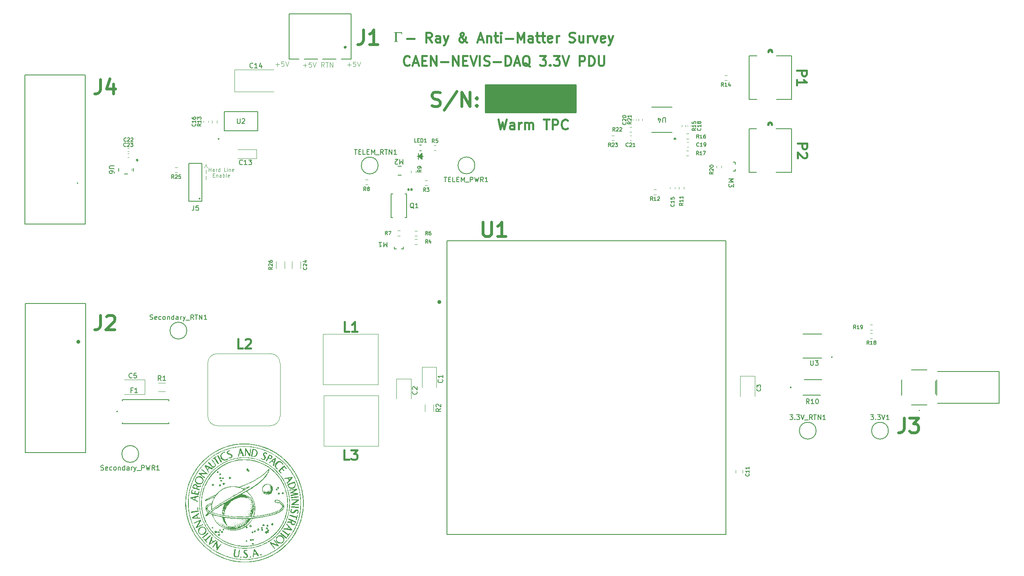
<source format=gbr>
%TF.GenerationSoftware,KiCad,Pcbnew,9.0.3*%
%TF.CreationDate,2025-09-16T13:25:35-04:00*%
%TF.ProjectId,CAEN_NEVIS_DAQ_3p3V,4341454e-5f4e-4455-9649-535f4441515f,rev?*%
%TF.SameCoordinates,Original*%
%TF.FileFunction,Legend,Top*%
%TF.FilePolarity,Positive*%
%FSLAX46Y46*%
G04 Gerber Fmt 4.6, Leading zero omitted, Abs format (unit mm)*
G04 Created by KiCad (PCBNEW 9.0.3) date 2025-09-16 13:25:35*
%MOMM*%
%LPD*%
G01*
G04 APERTURE LIST*
%ADD10C,0.400000*%
%ADD11C,0.100000*%
%ADD12C,0.600000*%
%ADD13C,0.150000*%
%ADD14C,0.200000*%
%ADD15C,0.152400*%
%ADD16C,0.120000*%
%ADD17C,0.127000*%
%ADD18C,0.508000*%
%ADD19C,0.000000*%
G04 APERTURE END LIST*
D10*
G36*
X125766889Y-26179831D02*
G01*
X125783681Y-26678477D01*
X125719738Y-26678477D01*
X125697793Y-26548033D01*
X125661489Y-26457960D01*
X125614017Y-26397854D01*
X125549118Y-26357019D01*
X125449729Y-26328526D01*
X125302766Y-26317388D01*
X124651920Y-26317388D01*
X124651920Y-27929391D01*
X124659134Y-28014122D01*
X124677863Y-28072731D01*
X124705385Y-28112219D01*
X124744825Y-28139933D01*
X124802518Y-28158651D01*
X124884989Y-28165818D01*
X124970425Y-28165818D01*
X124970425Y-28226000D01*
X124052658Y-28226000D01*
X124052658Y-28165818D01*
X124109616Y-28165818D01*
X124195083Y-28158496D01*
X124254634Y-28139420D01*
X124295130Y-28111279D01*
X124323675Y-28071036D01*
X124342876Y-28012559D01*
X124350207Y-27929391D01*
X124350207Y-26476439D01*
X124342949Y-26393205D01*
X124323963Y-26334787D01*
X124295802Y-26294686D01*
X124255750Y-26266556D01*
X124196097Y-26247398D01*
X124109616Y-26240012D01*
X124052658Y-26240012D01*
X124052658Y-26179831D01*
X125766889Y-26179831D01*
G37*
X145748871Y-44334438D02*
X146225061Y-46334438D01*
X146225061Y-46334438D02*
X146606014Y-44905866D01*
X146606014Y-44905866D02*
X146986966Y-46334438D01*
X146986966Y-46334438D02*
X147463157Y-44334438D01*
X149082204Y-46334438D02*
X149082204Y-45286819D01*
X149082204Y-45286819D02*
X148986966Y-45096342D01*
X148986966Y-45096342D02*
X148796490Y-45001104D01*
X148796490Y-45001104D02*
X148415537Y-45001104D01*
X148415537Y-45001104D02*
X148225061Y-45096342D01*
X149082204Y-46239200D02*
X148891728Y-46334438D01*
X148891728Y-46334438D02*
X148415537Y-46334438D01*
X148415537Y-46334438D02*
X148225061Y-46239200D01*
X148225061Y-46239200D02*
X148129823Y-46048723D01*
X148129823Y-46048723D02*
X148129823Y-45858247D01*
X148129823Y-45858247D02*
X148225061Y-45667771D01*
X148225061Y-45667771D02*
X148415537Y-45572533D01*
X148415537Y-45572533D02*
X148891728Y-45572533D01*
X148891728Y-45572533D02*
X149082204Y-45477295D01*
X150034585Y-46334438D02*
X150034585Y-45001104D01*
X150034585Y-45382057D02*
X150129823Y-45191580D01*
X150129823Y-45191580D02*
X150225061Y-45096342D01*
X150225061Y-45096342D02*
X150415537Y-45001104D01*
X150415537Y-45001104D02*
X150606014Y-45001104D01*
X151272680Y-46334438D02*
X151272680Y-45001104D01*
X151272680Y-45191580D02*
X151367918Y-45096342D01*
X151367918Y-45096342D02*
X151558394Y-45001104D01*
X151558394Y-45001104D02*
X151844109Y-45001104D01*
X151844109Y-45001104D02*
X152034585Y-45096342D01*
X152034585Y-45096342D02*
X152129823Y-45286819D01*
X152129823Y-45286819D02*
X152129823Y-46334438D01*
X152129823Y-45286819D02*
X152225061Y-45096342D01*
X152225061Y-45096342D02*
X152415537Y-45001104D01*
X152415537Y-45001104D02*
X152701251Y-45001104D01*
X152701251Y-45001104D02*
X152891728Y-45096342D01*
X152891728Y-45096342D02*
X152986966Y-45286819D01*
X152986966Y-45286819D02*
X152986966Y-46334438D01*
X155177443Y-44334438D02*
X156320300Y-44334438D01*
X155748871Y-46334438D02*
X155748871Y-44334438D01*
X156986967Y-46334438D02*
X156986967Y-44334438D01*
X156986967Y-44334438D02*
X157748872Y-44334438D01*
X157748872Y-44334438D02*
X157939348Y-44429676D01*
X157939348Y-44429676D02*
X158034586Y-44524914D01*
X158034586Y-44524914D02*
X158129824Y-44715390D01*
X158129824Y-44715390D02*
X158129824Y-45001104D01*
X158129824Y-45001104D02*
X158034586Y-45191580D01*
X158034586Y-45191580D02*
X157939348Y-45286819D01*
X157939348Y-45286819D02*
X157748872Y-45382057D01*
X157748872Y-45382057D02*
X156986967Y-45382057D01*
X160129824Y-46143961D02*
X160034586Y-46239200D01*
X160034586Y-46239200D02*
X159748872Y-46334438D01*
X159748872Y-46334438D02*
X159558396Y-46334438D01*
X159558396Y-46334438D02*
X159272681Y-46239200D01*
X159272681Y-46239200D02*
X159082205Y-46048723D01*
X159082205Y-46048723D02*
X158986967Y-45858247D01*
X158986967Y-45858247D02*
X158891729Y-45477295D01*
X158891729Y-45477295D02*
X158891729Y-45191580D01*
X158891729Y-45191580D02*
X158986967Y-44810628D01*
X158986967Y-44810628D02*
X159082205Y-44620152D01*
X159082205Y-44620152D02*
X159272681Y-44429676D01*
X159272681Y-44429676D02*
X159558396Y-44334438D01*
X159558396Y-44334438D02*
X159748872Y-44334438D01*
X159748872Y-44334438D02*
X160034586Y-44429676D01*
X160034586Y-44429676D02*
X160129824Y-44524914D01*
X126779347Y-27502533D02*
X128303157Y-27502533D01*
X131922204Y-28264438D02*
X131255537Y-27312057D01*
X130779347Y-28264438D02*
X130779347Y-26264438D01*
X130779347Y-26264438D02*
X131541252Y-26264438D01*
X131541252Y-26264438D02*
X131731728Y-26359676D01*
X131731728Y-26359676D02*
X131826966Y-26454914D01*
X131826966Y-26454914D02*
X131922204Y-26645390D01*
X131922204Y-26645390D02*
X131922204Y-26931104D01*
X131922204Y-26931104D02*
X131826966Y-27121580D01*
X131826966Y-27121580D02*
X131731728Y-27216819D01*
X131731728Y-27216819D02*
X131541252Y-27312057D01*
X131541252Y-27312057D02*
X130779347Y-27312057D01*
X133636490Y-28264438D02*
X133636490Y-27216819D01*
X133636490Y-27216819D02*
X133541252Y-27026342D01*
X133541252Y-27026342D02*
X133350776Y-26931104D01*
X133350776Y-26931104D02*
X132969823Y-26931104D01*
X132969823Y-26931104D02*
X132779347Y-27026342D01*
X133636490Y-28169200D02*
X133446014Y-28264438D01*
X133446014Y-28264438D02*
X132969823Y-28264438D01*
X132969823Y-28264438D02*
X132779347Y-28169200D01*
X132779347Y-28169200D02*
X132684109Y-27978723D01*
X132684109Y-27978723D02*
X132684109Y-27788247D01*
X132684109Y-27788247D02*
X132779347Y-27597771D01*
X132779347Y-27597771D02*
X132969823Y-27502533D01*
X132969823Y-27502533D02*
X133446014Y-27502533D01*
X133446014Y-27502533D02*
X133636490Y-27407295D01*
X134398395Y-26931104D02*
X134874585Y-28264438D01*
X135350776Y-26931104D02*
X134874585Y-28264438D01*
X134874585Y-28264438D02*
X134684109Y-28740628D01*
X134684109Y-28740628D02*
X134588871Y-28835866D01*
X134588871Y-28835866D02*
X134398395Y-28931104D01*
X139255539Y-28264438D02*
X139160301Y-28264438D01*
X139160301Y-28264438D02*
X138969824Y-28169200D01*
X138969824Y-28169200D02*
X138684110Y-27883485D01*
X138684110Y-27883485D02*
X138207920Y-27312057D01*
X138207920Y-27312057D02*
X138017443Y-27026342D01*
X138017443Y-27026342D02*
X137922205Y-26740628D01*
X137922205Y-26740628D02*
X137922205Y-26550152D01*
X137922205Y-26550152D02*
X138017443Y-26359676D01*
X138017443Y-26359676D02*
X138207920Y-26264438D01*
X138207920Y-26264438D02*
X138303158Y-26264438D01*
X138303158Y-26264438D02*
X138493634Y-26359676D01*
X138493634Y-26359676D02*
X138588872Y-26550152D01*
X138588872Y-26550152D02*
X138588872Y-26645390D01*
X138588872Y-26645390D02*
X138493634Y-26835866D01*
X138493634Y-26835866D02*
X138398396Y-26931104D01*
X138398396Y-26931104D02*
X137826967Y-27312057D01*
X137826967Y-27312057D02*
X137731729Y-27407295D01*
X137731729Y-27407295D02*
X137636491Y-27597771D01*
X137636491Y-27597771D02*
X137636491Y-27883485D01*
X137636491Y-27883485D02*
X137731729Y-28073961D01*
X137731729Y-28073961D02*
X137826967Y-28169200D01*
X137826967Y-28169200D02*
X138017443Y-28264438D01*
X138017443Y-28264438D02*
X138303158Y-28264438D01*
X138303158Y-28264438D02*
X138493634Y-28169200D01*
X138493634Y-28169200D02*
X138588872Y-28073961D01*
X138588872Y-28073961D02*
X138874586Y-27693009D01*
X138874586Y-27693009D02*
X138969824Y-27407295D01*
X138969824Y-27407295D02*
X138969824Y-27216819D01*
X141541253Y-27693009D02*
X142493634Y-27693009D01*
X141350777Y-28264438D02*
X142017443Y-26264438D01*
X142017443Y-26264438D02*
X142684110Y-28264438D01*
X143350777Y-26931104D02*
X143350777Y-28264438D01*
X143350777Y-27121580D02*
X143446015Y-27026342D01*
X143446015Y-27026342D02*
X143636491Y-26931104D01*
X143636491Y-26931104D02*
X143922206Y-26931104D01*
X143922206Y-26931104D02*
X144112682Y-27026342D01*
X144112682Y-27026342D02*
X144207920Y-27216819D01*
X144207920Y-27216819D02*
X144207920Y-28264438D01*
X144874587Y-26931104D02*
X145636491Y-26931104D01*
X145160301Y-26264438D02*
X145160301Y-27978723D01*
X145160301Y-27978723D02*
X145255539Y-28169200D01*
X145255539Y-28169200D02*
X145446015Y-28264438D01*
X145446015Y-28264438D02*
X145636491Y-28264438D01*
X146303158Y-28264438D02*
X146303158Y-26931104D01*
X146303158Y-26264438D02*
X146207920Y-26359676D01*
X146207920Y-26359676D02*
X146303158Y-26454914D01*
X146303158Y-26454914D02*
X146398396Y-26359676D01*
X146398396Y-26359676D02*
X146303158Y-26264438D01*
X146303158Y-26264438D02*
X146303158Y-26454914D01*
X147255539Y-27502533D02*
X148779349Y-27502533D01*
X149731729Y-28264438D02*
X149731729Y-26264438D01*
X149731729Y-26264438D02*
X150398396Y-27693009D01*
X150398396Y-27693009D02*
X151065062Y-26264438D01*
X151065062Y-26264438D02*
X151065062Y-28264438D01*
X152874586Y-28264438D02*
X152874586Y-27216819D01*
X152874586Y-27216819D02*
X152779348Y-27026342D01*
X152779348Y-27026342D02*
X152588872Y-26931104D01*
X152588872Y-26931104D02*
X152207919Y-26931104D01*
X152207919Y-26931104D02*
X152017443Y-27026342D01*
X152874586Y-28169200D02*
X152684110Y-28264438D01*
X152684110Y-28264438D02*
X152207919Y-28264438D01*
X152207919Y-28264438D02*
X152017443Y-28169200D01*
X152017443Y-28169200D02*
X151922205Y-27978723D01*
X151922205Y-27978723D02*
X151922205Y-27788247D01*
X151922205Y-27788247D02*
X152017443Y-27597771D01*
X152017443Y-27597771D02*
X152207919Y-27502533D01*
X152207919Y-27502533D02*
X152684110Y-27502533D01*
X152684110Y-27502533D02*
X152874586Y-27407295D01*
X153541253Y-26931104D02*
X154303157Y-26931104D01*
X153826967Y-26264438D02*
X153826967Y-27978723D01*
X153826967Y-27978723D02*
X153922205Y-28169200D01*
X153922205Y-28169200D02*
X154112681Y-28264438D01*
X154112681Y-28264438D02*
X154303157Y-28264438D01*
X154684110Y-26931104D02*
X155446014Y-26931104D01*
X154969824Y-26264438D02*
X154969824Y-27978723D01*
X154969824Y-27978723D02*
X155065062Y-28169200D01*
X155065062Y-28169200D02*
X155255538Y-28264438D01*
X155255538Y-28264438D02*
X155446014Y-28264438D01*
X156874586Y-28169200D02*
X156684110Y-28264438D01*
X156684110Y-28264438D02*
X156303157Y-28264438D01*
X156303157Y-28264438D02*
X156112681Y-28169200D01*
X156112681Y-28169200D02*
X156017443Y-27978723D01*
X156017443Y-27978723D02*
X156017443Y-27216819D01*
X156017443Y-27216819D02*
X156112681Y-27026342D01*
X156112681Y-27026342D02*
X156303157Y-26931104D01*
X156303157Y-26931104D02*
X156684110Y-26931104D01*
X156684110Y-26931104D02*
X156874586Y-27026342D01*
X156874586Y-27026342D02*
X156969824Y-27216819D01*
X156969824Y-27216819D02*
X156969824Y-27407295D01*
X156969824Y-27407295D02*
X156017443Y-27597771D01*
X157826967Y-28264438D02*
X157826967Y-26931104D01*
X157826967Y-27312057D02*
X157922205Y-27121580D01*
X157922205Y-27121580D02*
X158017443Y-27026342D01*
X158017443Y-27026342D02*
X158207919Y-26931104D01*
X158207919Y-26931104D02*
X158398396Y-26931104D01*
X160493634Y-28169200D02*
X160779348Y-28264438D01*
X160779348Y-28264438D02*
X161255539Y-28264438D01*
X161255539Y-28264438D02*
X161446015Y-28169200D01*
X161446015Y-28169200D02*
X161541253Y-28073961D01*
X161541253Y-28073961D02*
X161636491Y-27883485D01*
X161636491Y-27883485D02*
X161636491Y-27693009D01*
X161636491Y-27693009D02*
X161541253Y-27502533D01*
X161541253Y-27502533D02*
X161446015Y-27407295D01*
X161446015Y-27407295D02*
X161255539Y-27312057D01*
X161255539Y-27312057D02*
X160874586Y-27216819D01*
X160874586Y-27216819D02*
X160684110Y-27121580D01*
X160684110Y-27121580D02*
X160588872Y-27026342D01*
X160588872Y-27026342D02*
X160493634Y-26835866D01*
X160493634Y-26835866D02*
X160493634Y-26645390D01*
X160493634Y-26645390D02*
X160588872Y-26454914D01*
X160588872Y-26454914D02*
X160684110Y-26359676D01*
X160684110Y-26359676D02*
X160874586Y-26264438D01*
X160874586Y-26264438D02*
X161350777Y-26264438D01*
X161350777Y-26264438D02*
X161636491Y-26359676D01*
X163350777Y-26931104D02*
X163350777Y-28264438D01*
X162493634Y-26931104D02*
X162493634Y-27978723D01*
X162493634Y-27978723D02*
X162588872Y-28169200D01*
X162588872Y-28169200D02*
X162779348Y-28264438D01*
X162779348Y-28264438D02*
X163065063Y-28264438D01*
X163065063Y-28264438D02*
X163255539Y-28169200D01*
X163255539Y-28169200D02*
X163350777Y-28073961D01*
X164303158Y-28264438D02*
X164303158Y-26931104D01*
X164303158Y-27312057D02*
X164398396Y-27121580D01*
X164398396Y-27121580D02*
X164493634Y-27026342D01*
X164493634Y-27026342D02*
X164684110Y-26931104D01*
X164684110Y-26931104D02*
X164874587Y-26931104D01*
X165350777Y-26931104D02*
X165826967Y-28264438D01*
X165826967Y-28264438D02*
X166303158Y-26931104D01*
X167826968Y-28169200D02*
X167636492Y-28264438D01*
X167636492Y-28264438D02*
X167255539Y-28264438D01*
X167255539Y-28264438D02*
X167065063Y-28169200D01*
X167065063Y-28169200D02*
X166969825Y-27978723D01*
X166969825Y-27978723D02*
X166969825Y-27216819D01*
X166969825Y-27216819D02*
X167065063Y-27026342D01*
X167065063Y-27026342D02*
X167255539Y-26931104D01*
X167255539Y-26931104D02*
X167636492Y-26931104D01*
X167636492Y-26931104D02*
X167826968Y-27026342D01*
X167826968Y-27026342D02*
X167922206Y-27216819D01*
X167922206Y-27216819D02*
X167922206Y-27407295D01*
X167922206Y-27407295D02*
X166969825Y-27597771D01*
X168588873Y-26931104D02*
X169065063Y-28264438D01*
X169541254Y-26931104D02*
X169065063Y-28264438D01*
X169065063Y-28264438D02*
X168874587Y-28740628D01*
X168874587Y-28740628D02*
X168779349Y-28835866D01*
X168779349Y-28835866D02*
X168588873Y-28931104D01*
D11*
X105223884Y-33061466D02*
X105985789Y-33061466D01*
X105604836Y-33442419D02*
X105604836Y-32680514D01*
X106938169Y-32442419D02*
X106461979Y-32442419D01*
X106461979Y-32442419D02*
X106414360Y-32918609D01*
X106414360Y-32918609D02*
X106461979Y-32870990D01*
X106461979Y-32870990D02*
X106557217Y-32823371D01*
X106557217Y-32823371D02*
X106795312Y-32823371D01*
X106795312Y-32823371D02*
X106890550Y-32870990D01*
X106890550Y-32870990D02*
X106938169Y-32918609D01*
X106938169Y-32918609D02*
X106985788Y-33013847D01*
X106985788Y-33013847D02*
X106985788Y-33251942D01*
X106985788Y-33251942D02*
X106938169Y-33347180D01*
X106938169Y-33347180D02*
X106890550Y-33394800D01*
X106890550Y-33394800D02*
X106795312Y-33442419D01*
X106795312Y-33442419D02*
X106557217Y-33442419D01*
X106557217Y-33442419D02*
X106461979Y-33394800D01*
X106461979Y-33394800D02*
X106414360Y-33347180D01*
X107271503Y-32442419D02*
X107604836Y-33442419D01*
X107604836Y-33442419D02*
X107938169Y-32442419D01*
X109604836Y-33442419D02*
X109271503Y-32966228D01*
X109033408Y-33442419D02*
X109033408Y-32442419D01*
X109033408Y-32442419D02*
X109414360Y-32442419D01*
X109414360Y-32442419D02*
X109509598Y-32490038D01*
X109509598Y-32490038D02*
X109557217Y-32537657D01*
X109557217Y-32537657D02*
X109604836Y-32632895D01*
X109604836Y-32632895D02*
X109604836Y-32775752D01*
X109604836Y-32775752D02*
X109557217Y-32870990D01*
X109557217Y-32870990D02*
X109509598Y-32918609D01*
X109509598Y-32918609D02*
X109414360Y-32966228D01*
X109414360Y-32966228D02*
X109033408Y-32966228D01*
X109890551Y-32442419D02*
X110461979Y-32442419D01*
X110176265Y-33442419D02*
X110176265Y-32442419D01*
X110795313Y-33442419D02*
X110795313Y-32442419D01*
X110795313Y-32442419D02*
X111366741Y-33442419D01*
X111366741Y-33442419D02*
X111366741Y-32442419D01*
X85041466Y-56836115D02*
X85041466Y-56074211D01*
X85041466Y-55598020D02*
X85041466Y-54836116D01*
X84755752Y-54359925D02*
X85041466Y-53598021D01*
X85041466Y-53598021D02*
X85327180Y-54359925D01*
D12*
X131966164Y-41458800D02*
X132394736Y-41601657D01*
X132394736Y-41601657D02*
X133109021Y-41601657D01*
X133109021Y-41601657D02*
X133394736Y-41458800D01*
X133394736Y-41458800D02*
X133537593Y-41315942D01*
X133537593Y-41315942D02*
X133680450Y-41030228D01*
X133680450Y-41030228D02*
X133680450Y-40744514D01*
X133680450Y-40744514D02*
X133537593Y-40458800D01*
X133537593Y-40458800D02*
X133394736Y-40315942D01*
X133394736Y-40315942D02*
X133109021Y-40173085D01*
X133109021Y-40173085D02*
X132537593Y-40030228D01*
X132537593Y-40030228D02*
X132251878Y-39887371D01*
X132251878Y-39887371D02*
X132109021Y-39744514D01*
X132109021Y-39744514D02*
X131966164Y-39458800D01*
X131966164Y-39458800D02*
X131966164Y-39173085D01*
X131966164Y-39173085D02*
X132109021Y-38887371D01*
X132109021Y-38887371D02*
X132251878Y-38744514D01*
X132251878Y-38744514D02*
X132537593Y-38601657D01*
X132537593Y-38601657D02*
X133251878Y-38601657D01*
X133251878Y-38601657D02*
X133680450Y-38744514D01*
X137109021Y-38458800D02*
X134537593Y-42315942D01*
X138109021Y-41601657D02*
X138109021Y-38601657D01*
X138109021Y-38601657D02*
X139823307Y-41601657D01*
X139823307Y-41601657D02*
X139823307Y-38601657D01*
X141251878Y-41315942D02*
X141394735Y-41458800D01*
X141394735Y-41458800D02*
X141251878Y-41601657D01*
X141251878Y-41601657D02*
X141109021Y-41458800D01*
X141109021Y-41458800D02*
X141251878Y-41315942D01*
X141251878Y-41315942D02*
X141251878Y-41601657D01*
X141251878Y-39744514D02*
X141394735Y-39887371D01*
X141394735Y-39887371D02*
X141251878Y-40030228D01*
X141251878Y-40030228D02*
X141109021Y-39887371D01*
X141109021Y-39887371D02*
X141251878Y-39744514D01*
X141251878Y-39744514D02*
X141251878Y-40030228D01*
D11*
X85676429Y-55105556D02*
X85676429Y-54355556D01*
X85676429Y-54712699D02*
X86105000Y-54712699D01*
X86105000Y-55105556D02*
X86105000Y-54355556D01*
X86783572Y-55105556D02*
X86783572Y-54712699D01*
X86783572Y-54712699D02*
X86747857Y-54641270D01*
X86747857Y-54641270D02*
X86676429Y-54605556D01*
X86676429Y-54605556D02*
X86533572Y-54605556D01*
X86533572Y-54605556D02*
X86462143Y-54641270D01*
X86783572Y-55069842D02*
X86712143Y-55105556D01*
X86712143Y-55105556D02*
X86533572Y-55105556D01*
X86533572Y-55105556D02*
X86462143Y-55069842D01*
X86462143Y-55069842D02*
X86426429Y-54998413D01*
X86426429Y-54998413D02*
X86426429Y-54926984D01*
X86426429Y-54926984D02*
X86462143Y-54855556D01*
X86462143Y-54855556D02*
X86533572Y-54819842D01*
X86533572Y-54819842D02*
X86712143Y-54819842D01*
X86712143Y-54819842D02*
X86783572Y-54784127D01*
X87140714Y-55105556D02*
X87140714Y-54605556D01*
X87140714Y-54748413D02*
X87176428Y-54676984D01*
X87176428Y-54676984D02*
X87212143Y-54641270D01*
X87212143Y-54641270D02*
X87283571Y-54605556D01*
X87283571Y-54605556D02*
X87355000Y-54605556D01*
X87926429Y-55105556D02*
X87926429Y-54355556D01*
X87926429Y-55069842D02*
X87855000Y-55105556D01*
X87855000Y-55105556D02*
X87712143Y-55105556D01*
X87712143Y-55105556D02*
X87640714Y-55069842D01*
X87640714Y-55069842D02*
X87605000Y-55034127D01*
X87605000Y-55034127D02*
X87569286Y-54962699D01*
X87569286Y-54962699D02*
X87569286Y-54748413D01*
X87569286Y-54748413D02*
X87605000Y-54676984D01*
X87605000Y-54676984D02*
X87640714Y-54641270D01*
X87640714Y-54641270D02*
X87712143Y-54605556D01*
X87712143Y-54605556D02*
X87855000Y-54605556D01*
X87855000Y-54605556D02*
X87926429Y-54641270D01*
X89212143Y-55105556D02*
X88855000Y-55105556D01*
X88855000Y-55105556D02*
X88855000Y-54355556D01*
X89462143Y-55105556D02*
X89462143Y-54605556D01*
X89462143Y-54355556D02*
X89426429Y-54391270D01*
X89426429Y-54391270D02*
X89462143Y-54426984D01*
X89462143Y-54426984D02*
X89497857Y-54391270D01*
X89497857Y-54391270D02*
X89462143Y-54355556D01*
X89462143Y-54355556D02*
X89462143Y-54426984D01*
X89819286Y-54605556D02*
X89819286Y-55105556D01*
X89819286Y-54676984D02*
X89855000Y-54641270D01*
X89855000Y-54641270D02*
X89926429Y-54605556D01*
X89926429Y-54605556D02*
X90033572Y-54605556D01*
X90033572Y-54605556D02*
X90105000Y-54641270D01*
X90105000Y-54641270D02*
X90140715Y-54712699D01*
X90140715Y-54712699D02*
X90140715Y-55105556D01*
X90783571Y-55069842D02*
X90712143Y-55105556D01*
X90712143Y-55105556D02*
X90569286Y-55105556D01*
X90569286Y-55105556D02*
X90497857Y-55069842D01*
X90497857Y-55069842D02*
X90462143Y-54998413D01*
X90462143Y-54998413D02*
X90462143Y-54712699D01*
X90462143Y-54712699D02*
X90497857Y-54641270D01*
X90497857Y-54641270D02*
X90569286Y-54605556D01*
X90569286Y-54605556D02*
X90712143Y-54605556D01*
X90712143Y-54605556D02*
X90783571Y-54641270D01*
X90783571Y-54641270D02*
X90819286Y-54712699D01*
X90819286Y-54712699D02*
X90819286Y-54784127D01*
X90819286Y-54784127D02*
X90462143Y-54855556D01*
X86533572Y-55920157D02*
X86783572Y-55920157D01*
X86890715Y-56313014D02*
X86533572Y-56313014D01*
X86533572Y-56313014D02*
X86533572Y-55563014D01*
X86533572Y-55563014D02*
X86890715Y-55563014D01*
X87212143Y-55813014D02*
X87212143Y-56313014D01*
X87212143Y-55884442D02*
X87247857Y-55848728D01*
X87247857Y-55848728D02*
X87319286Y-55813014D01*
X87319286Y-55813014D02*
X87426429Y-55813014D01*
X87426429Y-55813014D02*
X87497857Y-55848728D01*
X87497857Y-55848728D02*
X87533572Y-55920157D01*
X87533572Y-55920157D02*
X87533572Y-56313014D01*
X88212143Y-56313014D02*
X88212143Y-55920157D01*
X88212143Y-55920157D02*
X88176428Y-55848728D01*
X88176428Y-55848728D02*
X88105000Y-55813014D01*
X88105000Y-55813014D02*
X87962143Y-55813014D01*
X87962143Y-55813014D02*
X87890714Y-55848728D01*
X88212143Y-56277300D02*
X88140714Y-56313014D01*
X88140714Y-56313014D02*
X87962143Y-56313014D01*
X87962143Y-56313014D02*
X87890714Y-56277300D01*
X87890714Y-56277300D02*
X87855000Y-56205871D01*
X87855000Y-56205871D02*
X87855000Y-56134442D01*
X87855000Y-56134442D02*
X87890714Y-56063014D01*
X87890714Y-56063014D02*
X87962143Y-56027300D01*
X87962143Y-56027300D02*
X88140714Y-56027300D01*
X88140714Y-56027300D02*
X88212143Y-55991585D01*
X88569285Y-56313014D02*
X88569285Y-55563014D01*
X88569285Y-55848728D02*
X88640714Y-55813014D01*
X88640714Y-55813014D02*
X88783571Y-55813014D01*
X88783571Y-55813014D02*
X88854999Y-55848728D01*
X88854999Y-55848728D02*
X88890714Y-55884442D01*
X88890714Y-55884442D02*
X88926428Y-55955871D01*
X88926428Y-55955871D02*
X88926428Y-56170157D01*
X88926428Y-56170157D02*
X88890714Y-56241585D01*
X88890714Y-56241585D02*
X88854999Y-56277300D01*
X88854999Y-56277300D02*
X88783571Y-56313014D01*
X88783571Y-56313014D02*
X88640714Y-56313014D01*
X88640714Y-56313014D02*
X88569285Y-56277300D01*
X89354999Y-56313014D02*
X89283570Y-56277300D01*
X89283570Y-56277300D02*
X89247856Y-56205871D01*
X89247856Y-56205871D02*
X89247856Y-55563014D01*
X89926427Y-56277300D02*
X89854999Y-56313014D01*
X89854999Y-56313014D02*
X89712142Y-56313014D01*
X89712142Y-56313014D02*
X89640713Y-56277300D01*
X89640713Y-56277300D02*
X89604999Y-56205871D01*
X89604999Y-56205871D02*
X89604999Y-55920157D01*
X89604999Y-55920157D02*
X89640713Y-55848728D01*
X89640713Y-55848728D02*
X89712142Y-55813014D01*
X89712142Y-55813014D02*
X89854999Y-55813014D01*
X89854999Y-55813014D02*
X89926427Y-55848728D01*
X89926427Y-55848728D02*
X89962142Y-55920157D01*
X89962142Y-55920157D02*
X89962142Y-55991585D01*
X89962142Y-55991585D02*
X89604999Y-56063014D01*
X114393884Y-32951466D02*
X115155789Y-32951466D01*
X114774836Y-33332419D02*
X114774836Y-32570514D01*
X116108169Y-32332419D02*
X115631979Y-32332419D01*
X115631979Y-32332419D02*
X115584360Y-32808609D01*
X115584360Y-32808609D02*
X115631979Y-32760990D01*
X115631979Y-32760990D02*
X115727217Y-32713371D01*
X115727217Y-32713371D02*
X115965312Y-32713371D01*
X115965312Y-32713371D02*
X116060550Y-32760990D01*
X116060550Y-32760990D02*
X116108169Y-32808609D01*
X116108169Y-32808609D02*
X116155788Y-32903847D01*
X116155788Y-32903847D02*
X116155788Y-33141942D01*
X116155788Y-33141942D02*
X116108169Y-33237180D01*
X116108169Y-33237180D02*
X116060550Y-33284800D01*
X116060550Y-33284800D02*
X115965312Y-33332419D01*
X115965312Y-33332419D02*
X115727217Y-33332419D01*
X115727217Y-33332419D02*
X115631979Y-33284800D01*
X115631979Y-33284800D02*
X115584360Y-33237180D01*
X116441503Y-32332419D02*
X116774836Y-33332419D01*
X116774836Y-33332419D02*
X117108169Y-32332419D01*
X99503884Y-32891466D02*
X100265789Y-32891466D01*
X99884836Y-33272419D02*
X99884836Y-32510514D01*
X101218169Y-32272419D02*
X100741979Y-32272419D01*
X100741979Y-32272419D02*
X100694360Y-32748609D01*
X100694360Y-32748609D02*
X100741979Y-32700990D01*
X100741979Y-32700990D02*
X100837217Y-32653371D01*
X100837217Y-32653371D02*
X101075312Y-32653371D01*
X101075312Y-32653371D02*
X101170550Y-32700990D01*
X101170550Y-32700990D02*
X101218169Y-32748609D01*
X101218169Y-32748609D02*
X101265788Y-32843847D01*
X101265788Y-32843847D02*
X101265788Y-33081942D01*
X101265788Y-33081942D02*
X101218169Y-33177180D01*
X101218169Y-33177180D02*
X101170550Y-33224800D01*
X101170550Y-33224800D02*
X101075312Y-33272419D01*
X101075312Y-33272419D02*
X100837217Y-33272419D01*
X100837217Y-33272419D02*
X100741979Y-33224800D01*
X100741979Y-33224800D02*
X100694360Y-33177180D01*
X101551503Y-32272419D02*
X101884836Y-33272419D01*
X101884836Y-33272419D02*
X102218169Y-32272419D01*
D10*
X127332204Y-32933961D02*
X127236966Y-33029200D01*
X127236966Y-33029200D02*
X126951252Y-33124438D01*
X126951252Y-33124438D02*
X126760776Y-33124438D01*
X126760776Y-33124438D02*
X126475061Y-33029200D01*
X126475061Y-33029200D02*
X126284585Y-32838723D01*
X126284585Y-32838723D02*
X126189347Y-32648247D01*
X126189347Y-32648247D02*
X126094109Y-32267295D01*
X126094109Y-32267295D02*
X126094109Y-31981580D01*
X126094109Y-31981580D02*
X126189347Y-31600628D01*
X126189347Y-31600628D02*
X126284585Y-31410152D01*
X126284585Y-31410152D02*
X126475061Y-31219676D01*
X126475061Y-31219676D02*
X126760776Y-31124438D01*
X126760776Y-31124438D02*
X126951252Y-31124438D01*
X126951252Y-31124438D02*
X127236966Y-31219676D01*
X127236966Y-31219676D02*
X127332204Y-31314914D01*
X128094109Y-32553009D02*
X129046490Y-32553009D01*
X127903633Y-33124438D02*
X128570299Y-31124438D01*
X128570299Y-31124438D02*
X129236966Y-33124438D01*
X129903633Y-32076819D02*
X130570300Y-32076819D01*
X130856014Y-33124438D02*
X129903633Y-33124438D01*
X129903633Y-33124438D02*
X129903633Y-31124438D01*
X129903633Y-31124438D02*
X130856014Y-31124438D01*
X131713157Y-33124438D02*
X131713157Y-31124438D01*
X131713157Y-31124438D02*
X132856014Y-33124438D01*
X132856014Y-33124438D02*
X132856014Y-31124438D01*
X133808395Y-32362533D02*
X135332205Y-32362533D01*
X136284585Y-33124438D02*
X136284585Y-31124438D01*
X136284585Y-31124438D02*
X137427442Y-33124438D01*
X137427442Y-33124438D02*
X137427442Y-31124438D01*
X138379823Y-32076819D02*
X139046490Y-32076819D01*
X139332204Y-33124438D02*
X138379823Y-33124438D01*
X138379823Y-33124438D02*
X138379823Y-31124438D01*
X138379823Y-31124438D02*
X139332204Y-31124438D01*
X139903633Y-31124438D02*
X140570299Y-33124438D01*
X140570299Y-33124438D02*
X141236966Y-31124438D01*
X141903633Y-33124438D02*
X141903633Y-31124438D01*
X142760776Y-33029200D02*
X143046490Y-33124438D01*
X143046490Y-33124438D02*
X143522681Y-33124438D01*
X143522681Y-33124438D02*
X143713157Y-33029200D01*
X143713157Y-33029200D02*
X143808395Y-32933961D01*
X143808395Y-32933961D02*
X143903633Y-32743485D01*
X143903633Y-32743485D02*
X143903633Y-32553009D01*
X143903633Y-32553009D02*
X143808395Y-32362533D01*
X143808395Y-32362533D02*
X143713157Y-32267295D01*
X143713157Y-32267295D02*
X143522681Y-32172057D01*
X143522681Y-32172057D02*
X143141728Y-32076819D01*
X143141728Y-32076819D02*
X142951252Y-31981580D01*
X142951252Y-31981580D02*
X142856014Y-31886342D01*
X142856014Y-31886342D02*
X142760776Y-31695866D01*
X142760776Y-31695866D02*
X142760776Y-31505390D01*
X142760776Y-31505390D02*
X142856014Y-31314914D01*
X142856014Y-31314914D02*
X142951252Y-31219676D01*
X142951252Y-31219676D02*
X143141728Y-31124438D01*
X143141728Y-31124438D02*
X143617919Y-31124438D01*
X143617919Y-31124438D02*
X143903633Y-31219676D01*
X144760776Y-32362533D02*
X146284586Y-32362533D01*
X147236966Y-33124438D02*
X147236966Y-31124438D01*
X147236966Y-31124438D02*
X147713156Y-31124438D01*
X147713156Y-31124438D02*
X147998871Y-31219676D01*
X147998871Y-31219676D02*
X148189347Y-31410152D01*
X148189347Y-31410152D02*
X148284585Y-31600628D01*
X148284585Y-31600628D02*
X148379823Y-31981580D01*
X148379823Y-31981580D02*
X148379823Y-32267295D01*
X148379823Y-32267295D02*
X148284585Y-32648247D01*
X148284585Y-32648247D02*
X148189347Y-32838723D01*
X148189347Y-32838723D02*
X147998871Y-33029200D01*
X147998871Y-33029200D02*
X147713156Y-33124438D01*
X147713156Y-33124438D02*
X147236966Y-33124438D01*
X149141728Y-32553009D02*
X150094109Y-32553009D01*
X148951252Y-33124438D02*
X149617918Y-31124438D01*
X149617918Y-31124438D02*
X150284585Y-33124438D01*
X152284585Y-33314914D02*
X152094109Y-33219676D01*
X152094109Y-33219676D02*
X151903633Y-33029200D01*
X151903633Y-33029200D02*
X151617919Y-32743485D01*
X151617919Y-32743485D02*
X151427442Y-32648247D01*
X151427442Y-32648247D02*
X151236966Y-32648247D01*
X151332204Y-33124438D02*
X151141728Y-33029200D01*
X151141728Y-33029200D02*
X150951252Y-32838723D01*
X150951252Y-32838723D02*
X150856014Y-32457771D01*
X150856014Y-32457771D02*
X150856014Y-31791104D01*
X150856014Y-31791104D02*
X150951252Y-31410152D01*
X150951252Y-31410152D02*
X151141728Y-31219676D01*
X151141728Y-31219676D02*
X151332204Y-31124438D01*
X151332204Y-31124438D02*
X151713157Y-31124438D01*
X151713157Y-31124438D02*
X151903633Y-31219676D01*
X151903633Y-31219676D02*
X152094109Y-31410152D01*
X152094109Y-31410152D02*
X152189347Y-31791104D01*
X152189347Y-31791104D02*
X152189347Y-32457771D01*
X152189347Y-32457771D02*
X152094109Y-32838723D01*
X152094109Y-32838723D02*
X151903633Y-33029200D01*
X151903633Y-33029200D02*
X151713157Y-33124438D01*
X151713157Y-33124438D02*
X151332204Y-33124438D01*
X154379824Y-31124438D02*
X155617919Y-31124438D01*
X155617919Y-31124438D02*
X154951252Y-31886342D01*
X154951252Y-31886342D02*
X155236967Y-31886342D01*
X155236967Y-31886342D02*
X155427443Y-31981580D01*
X155427443Y-31981580D02*
X155522681Y-32076819D01*
X155522681Y-32076819D02*
X155617919Y-32267295D01*
X155617919Y-32267295D02*
X155617919Y-32743485D01*
X155617919Y-32743485D02*
X155522681Y-32933961D01*
X155522681Y-32933961D02*
X155427443Y-33029200D01*
X155427443Y-33029200D02*
X155236967Y-33124438D01*
X155236967Y-33124438D02*
X154665538Y-33124438D01*
X154665538Y-33124438D02*
X154475062Y-33029200D01*
X154475062Y-33029200D02*
X154379824Y-32933961D01*
X156475062Y-32933961D02*
X156570300Y-33029200D01*
X156570300Y-33029200D02*
X156475062Y-33124438D01*
X156475062Y-33124438D02*
X156379824Y-33029200D01*
X156379824Y-33029200D02*
X156475062Y-32933961D01*
X156475062Y-32933961D02*
X156475062Y-33124438D01*
X157236967Y-31124438D02*
X158475062Y-31124438D01*
X158475062Y-31124438D02*
X157808395Y-31886342D01*
X157808395Y-31886342D02*
X158094110Y-31886342D01*
X158094110Y-31886342D02*
X158284586Y-31981580D01*
X158284586Y-31981580D02*
X158379824Y-32076819D01*
X158379824Y-32076819D02*
X158475062Y-32267295D01*
X158475062Y-32267295D02*
X158475062Y-32743485D01*
X158475062Y-32743485D02*
X158379824Y-32933961D01*
X158379824Y-32933961D02*
X158284586Y-33029200D01*
X158284586Y-33029200D02*
X158094110Y-33124438D01*
X158094110Y-33124438D02*
X157522681Y-33124438D01*
X157522681Y-33124438D02*
X157332205Y-33029200D01*
X157332205Y-33029200D02*
X157236967Y-32933961D01*
X159046491Y-31124438D02*
X159713157Y-33124438D01*
X159713157Y-33124438D02*
X160379824Y-31124438D01*
X162570301Y-33124438D02*
X162570301Y-31124438D01*
X162570301Y-31124438D02*
X163332206Y-31124438D01*
X163332206Y-31124438D02*
X163522682Y-31219676D01*
X163522682Y-31219676D02*
X163617920Y-31314914D01*
X163617920Y-31314914D02*
X163713158Y-31505390D01*
X163713158Y-31505390D02*
X163713158Y-31791104D01*
X163713158Y-31791104D02*
X163617920Y-31981580D01*
X163617920Y-31981580D02*
X163522682Y-32076819D01*
X163522682Y-32076819D02*
X163332206Y-32172057D01*
X163332206Y-32172057D02*
X162570301Y-32172057D01*
X164570301Y-33124438D02*
X164570301Y-31124438D01*
X164570301Y-31124438D02*
X165046491Y-31124438D01*
X165046491Y-31124438D02*
X165332206Y-31219676D01*
X165332206Y-31219676D02*
X165522682Y-31410152D01*
X165522682Y-31410152D02*
X165617920Y-31600628D01*
X165617920Y-31600628D02*
X165713158Y-31981580D01*
X165713158Y-31981580D02*
X165713158Y-32267295D01*
X165713158Y-32267295D02*
X165617920Y-32648247D01*
X165617920Y-32648247D02*
X165522682Y-32838723D01*
X165522682Y-32838723D02*
X165332206Y-33029200D01*
X165332206Y-33029200D02*
X165046491Y-33124438D01*
X165046491Y-33124438D02*
X164570301Y-33124438D01*
X166570301Y-31124438D02*
X166570301Y-32743485D01*
X166570301Y-32743485D02*
X166665539Y-32933961D01*
X166665539Y-32933961D02*
X166760777Y-33029200D01*
X166760777Y-33029200D02*
X166951253Y-33124438D01*
X166951253Y-33124438D02*
X167332206Y-33124438D01*
X167332206Y-33124438D02*
X167522682Y-33029200D01*
X167522682Y-33029200D02*
X167617920Y-32933961D01*
X167617920Y-32933961D02*
X167713158Y-32743485D01*
X167713158Y-32743485D02*
X167713158Y-31124438D01*
D13*
X128775714Y-49049464D02*
X128418571Y-49049464D01*
X128418571Y-49049464D02*
X128418571Y-48299464D01*
X129025714Y-48656607D02*
X129275714Y-48656607D01*
X129382857Y-49049464D02*
X129025714Y-49049464D01*
X129025714Y-49049464D02*
X129025714Y-48299464D01*
X129025714Y-48299464D02*
X129382857Y-48299464D01*
X129704285Y-49049464D02*
X129704285Y-48299464D01*
X129704285Y-48299464D02*
X129882856Y-48299464D01*
X129882856Y-48299464D02*
X129989999Y-48335178D01*
X129989999Y-48335178D02*
X130061428Y-48406607D01*
X130061428Y-48406607D02*
X130097142Y-48478035D01*
X130097142Y-48478035D02*
X130132856Y-48620892D01*
X130132856Y-48620892D02*
X130132856Y-48728035D01*
X130132856Y-48728035D02*
X130097142Y-48870892D01*
X130097142Y-48870892D02*
X130061428Y-48942321D01*
X130061428Y-48942321D02*
X129989999Y-49013750D01*
X129989999Y-49013750D02*
X129882856Y-49049464D01*
X129882856Y-49049464D02*
X129704285Y-49049464D01*
X130847142Y-49049464D02*
X130418571Y-49049464D01*
X130632856Y-49049464D02*
X130632856Y-48299464D01*
X130632856Y-48299464D02*
X130561428Y-48406607D01*
X130561428Y-48406607D02*
X130489999Y-48478035D01*
X130489999Y-48478035D02*
X130418571Y-48513750D01*
X134109580Y-98391666D02*
X134157200Y-98439285D01*
X134157200Y-98439285D02*
X134204819Y-98582142D01*
X134204819Y-98582142D02*
X134204819Y-98677380D01*
X134204819Y-98677380D02*
X134157200Y-98820237D01*
X134157200Y-98820237D02*
X134061961Y-98915475D01*
X134061961Y-98915475D02*
X133966723Y-98963094D01*
X133966723Y-98963094D02*
X133776247Y-99010713D01*
X133776247Y-99010713D02*
X133633390Y-99010713D01*
X133633390Y-99010713D02*
X133442914Y-98963094D01*
X133442914Y-98963094D02*
X133347676Y-98915475D01*
X133347676Y-98915475D02*
X133252438Y-98820237D01*
X133252438Y-98820237D02*
X133204819Y-98677380D01*
X133204819Y-98677380D02*
X133204819Y-98582142D01*
X133204819Y-98582142D02*
X133252438Y-98439285D01*
X133252438Y-98439285D02*
X133300057Y-98391666D01*
X134204819Y-97439285D02*
X134204819Y-98010713D01*
X134204819Y-97724999D02*
X133204819Y-97724999D01*
X133204819Y-97724999D02*
X133347676Y-97820237D01*
X133347676Y-97820237D02*
X133442914Y-97915475D01*
X133442914Y-97915475D02*
X133490533Y-98010713D01*
X68457856Y-49877735D02*
X68422142Y-49913450D01*
X68422142Y-49913450D02*
X68314999Y-49949164D01*
X68314999Y-49949164D02*
X68243571Y-49949164D01*
X68243571Y-49949164D02*
X68136428Y-49913450D01*
X68136428Y-49913450D02*
X68064999Y-49842021D01*
X68064999Y-49842021D02*
X68029285Y-49770592D01*
X68029285Y-49770592D02*
X67993571Y-49627735D01*
X67993571Y-49627735D02*
X67993571Y-49520592D01*
X67993571Y-49520592D02*
X68029285Y-49377735D01*
X68029285Y-49377735D02*
X68064999Y-49306307D01*
X68064999Y-49306307D02*
X68136428Y-49234878D01*
X68136428Y-49234878D02*
X68243571Y-49199164D01*
X68243571Y-49199164D02*
X68314999Y-49199164D01*
X68314999Y-49199164D02*
X68422142Y-49234878D01*
X68422142Y-49234878D02*
X68457856Y-49270592D01*
X68743571Y-49270592D02*
X68779285Y-49234878D01*
X68779285Y-49234878D02*
X68850714Y-49199164D01*
X68850714Y-49199164D02*
X69029285Y-49199164D01*
X69029285Y-49199164D02*
X69100714Y-49234878D01*
X69100714Y-49234878D02*
X69136428Y-49270592D01*
X69136428Y-49270592D02*
X69172142Y-49342021D01*
X69172142Y-49342021D02*
X69172142Y-49413450D01*
X69172142Y-49413450D02*
X69136428Y-49520592D01*
X69136428Y-49520592D02*
X68707856Y-49949164D01*
X68707856Y-49949164D02*
X69172142Y-49949164D01*
X69422142Y-49199164D02*
X69886428Y-49199164D01*
X69886428Y-49199164D02*
X69636428Y-49484878D01*
X69636428Y-49484878D02*
X69743571Y-49484878D01*
X69743571Y-49484878D02*
X69815000Y-49520592D01*
X69815000Y-49520592D02*
X69850714Y-49556307D01*
X69850714Y-49556307D02*
X69886428Y-49627735D01*
X69886428Y-49627735D02*
X69886428Y-49806307D01*
X69886428Y-49806307D02*
X69850714Y-49877735D01*
X69850714Y-49877735D02*
X69815000Y-49913450D01*
X69815000Y-49913450D02*
X69743571Y-49949164D01*
X69743571Y-49949164D02*
X69529285Y-49949164D01*
X69529285Y-49949164D02*
X69457857Y-49913450D01*
X69457857Y-49913450D02*
X69422142Y-49877735D01*
X182217735Y-61937143D02*
X182253450Y-61972857D01*
X182253450Y-61972857D02*
X182289164Y-62080000D01*
X182289164Y-62080000D02*
X182289164Y-62151428D01*
X182289164Y-62151428D02*
X182253450Y-62258571D01*
X182253450Y-62258571D02*
X182182021Y-62330000D01*
X182182021Y-62330000D02*
X182110592Y-62365714D01*
X182110592Y-62365714D02*
X181967735Y-62401428D01*
X181967735Y-62401428D02*
X181860592Y-62401428D01*
X181860592Y-62401428D02*
X181717735Y-62365714D01*
X181717735Y-62365714D02*
X181646307Y-62330000D01*
X181646307Y-62330000D02*
X181574878Y-62258571D01*
X181574878Y-62258571D02*
X181539164Y-62151428D01*
X181539164Y-62151428D02*
X181539164Y-62080000D01*
X181539164Y-62080000D02*
X181574878Y-61972857D01*
X181574878Y-61972857D02*
X181610592Y-61937143D01*
X182289164Y-61222857D02*
X182289164Y-61651428D01*
X182289164Y-61437143D02*
X181539164Y-61437143D01*
X181539164Y-61437143D02*
X181646307Y-61508571D01*
X181646307Y-61508571D02*
X181717735Y-61580000D01*
X181717735Y-61580000D02*
X181753450Y-61651428D01*
X181539164Y-60544285D02*
X181539164Y-60901428D01*
X181539164Y-60901428D02*
X181896307Y-60937142D01*
X181896307Y-60937142D02*
X181860592Y-60901428D01*
X181860592Y-60901428D02*
X181824878Y-60830000D01*
X181824878Y-60830000D02*
X181824878Y-60651428D01*
X181824878Y-60651428D02*
X181860592Y-60580000D01*
X181860592Y-60580000D02*
X181896307Y-60544285D01*
X181896307Y-60544285D02*
X181967735Y-60508571D01*
X181967735Y-60508571D02*
X182146307Y-60508571D01*
X182146307Y-60508571D02*
X182217735Y-60544285D01*
X182217735Y-60544285D02*
X182253450Y-60580000D01*
X182253450Y-60580000D02*
X182289164Y-60651428D01*
X182289164Y-60651428D02*
X182289164Y-60830000D01*
X182289164Y-60830000D02*
X182253450Y-60901428D01*
X182253450Y-60901428D02*
X182217735Y-60937142D01*
X82832735Y-45260893D02*
X82868450Y-45296607D01*
X82868450Y-45296607D02*
X82904164Y-45403750D01*
X82904164Y-45403750D02*
X82904164Y-45475178D01*
X82904164Y-45475178D02*
X82868450Y-45582321D01*
X82868450Y-45582321D02*
X82797021Y-45653750D01*
X82797021Y-45653750D02*
X82725592Y-45689464D01*
X82725592Y-45689464D02*
X82582735Y-45725178D01*
X82582735Y-45725178D02*
X82475592Y-45725178D01*
X82475592Y-45725178D02*
X82332735Y-45689464D01*
X82332735Y-45689464D02*
X82261307Y-45653750D01*
X82261307Y-45653750D02*
X82189878Y-45582321D01*
X82189878Y-45582321D02*
X82154164Y-45475178D01*
X82154164Y-45475178D02*
X82154164Y-45403750D01*
X82154164Y-45403750D02*
X82189878Y-45296607D01*
X82189878Y-45296607D02*
X82225592Y-45260893D01*
X82904164Y-44546607D02*
X82904164Y-44975178D01*
X82904164Y-44760893D02*
X82154164Y-44760893D01*
X82154164Y-44760893D02*
X82261307Y-44832321D01*
X82261307Y-44832321D02*
X82332735Y-44903750D01*
X82332735Y-44903750D02*
X82368450Y-44975178D01*
X82154164Y-43903750D02*
X82154164Y-44046607D01*
X82154164Y-44046607D02*
X82189878Y-44118035D01*
X82189878Y-44118035D02*
X82225592Y-44153750D01*
X82225592Y-44153750D02*
X82332735Y-44225178D01*
X82332735Y-44225178D02*
X82475592Y-44260892D01*
X82475592Y-44260892D02*
X82761307Y-44260892D01*
X82761307Y-44260892D02*
X82832735Y-44225178D01*
X82832735Y-44225178D02*
X82868450Y-44189464D01*
X82868450Y-44189464D02*
X82904164Y-44118035D01*
X82904164Y-44118035D02*
X82904164Y-43975178D01*
X82904164Y-43975178D02*
X82868450Y-43903750D01*
X82868450Y-43903750D02*
X82832735Y-43868035D01*
X82832735Y-43868035D02*
X82761307Y-43832321D01*
X82761307Y-43832321D02*
X82582735Y-43832321D01*
X82582735Y-43832321D02*
X82511307Y-43868035D01*
X82511307Y-43868035D02*
X82475592Y-43903750D01*
X82475592Y-43903750D02*
X82439878Y-43975178D01*
X82439878Y-43975178D02*
X82439878Y-44118035D01*
X82439878Y-44118035D02*
X82475592Y-44189464D01*
X82475592Y-44189464D02*
X82511307Y-44225178D01*
X82511307Y-44225178D02*
X82582735Y-44260892D01*
X192527856Y-37419164D02*
X192277856Y-37062021D01*
X192099285Y-37419164D02*
X192099285Y-36669164D01*
X192099285Y-36669164D02*
X192384999Y-36669164D01*
X192384999Y-36669164D02*
X192456428Y-36704878D01*
X192456428Y-36704878D02*
X192492142Y-36740592D01*
X192492142Y-36740592D02*
X192527856Y-36812021D01*
X192527856Y-36812021D02*
X192527856Y-36919164D01*
X192527856Y-36919164D02*
X192492142Y-36990592D01*
X192492142Y-36990592D02*
X192456428Y-37026307D01*
X192456428Y-37026307D02*
X192384999Y-37062021D01*
X192384999Y-37062021D02*
X192099285Y-37062021D01*
X193242142Y-37419164D02*
X192813571Y-37419164D01*
X193027856Y-37419164D02*
X193027856Y-36669164D01*
X193027856Y-36669164D02*
X192956428Y-36776307D01*
X192956428Y-36776307D02*
X192884999Y-36847735D01*
X192884999Y-36847735D02*
X192813571Y-36883450D01*
X193885000Y-36919164D02*
X193885000Y-37419164D01*
X193706428Y-36633450D02*
X193527857Y-37169164D01*
X193527857Y-37169164D02*
X193992142Y-37169164D01*
X177807856Y-61174164D02*
X177557856Y-60817021D01*
X177379285Y-61174164D02*
X177379285Y-60424164D01*
X177379285Y-60424164D02*
X177664999Y-60424164D01*
X177664999Y-60424164D02*
X177736428Y-60459878D01*
X177736428Y-60459878D02*
X177772142Y-60495592D01*
X177772142Y-60495592D02*
X177807856Y-60567021D01*
X177807856Y-60567021D02*
X177807856Y-60674164D01*
X177807856Y-60674164D02*
X177772142Y-60745592D01*
X177772142Y-60745592D02*
X177736428Y-60781307D01*
X177736428Y-60781307D02*
X177664999Y-60817021D01*
X177664999Y-60817021D02*
X177379285Y-60817021D01*
X178522142Y-61174164D02*
X178093571Y-61174164D01*
X178307856Y-61174164D02*
X178307856Y-60424164D01*
X178307856Y-60424164D02*
X178236428Y-60531307D01*
X178236428Y-60531307D02*
X178164999Y-60602735D01*
X178164999Y-60602735D02*
X178093571Y-60638450D01*
X178807857Y-60495592D02*
X178843571Y-60459878D01*
X178843571Y-60459878D02*
X178915000Y-60424164D01*
X178915000Y-60424164D02*
X179093571Y-60424164D01*
X179093571Y-60424164D02*
X179165000Y-60459878D01*
X179165000Y-60459878D02*
X179200714Y-60495592D01*
X179200714Y-60495592D02*
X179236428Y-60567021D01*
X179236428Y-60567021D02*
X179236428Y-60638450D01*
X179236428Y-60638450D02*
X179200714Y-60745592D01*
X179200714Y-60745592D02*
X178772142Y-61174164D01*
X178772142Y-61174164D02*
X179236428Y-61174164D01*
X187757735Y-46152143D02*
X187793450Y-46187857D01*
X187793450Y-46187857D02*
X187829164Y-46295000D01*
X187829164Y-46295000D02*
X187829164Y-46366428D01*
X187829164Y-46366428D02*
X187793450Y-46473571D01*
X187793450Y-46473571D02*
X187722021Y-46545000D01*
X187722021Y-46545000D02*
X187650592Y-46580714D01*
X187650592Y-46580714D02*
X187507735Y-46616428D01*
X187507735Y-46616428D02*
X187400592Y-46616428D01*
X187400592Y-46616428D02*
X187257735Y-46580714D01*
X187257735Y-46580714D02*
X187186307Y-46545000D01*
X187186307Y-46545000D02*
X187114878Y-46473571D01*
X187114878Y-46473571D02*
X187079164Y-46366428D01*
X187079164Y-46366428D02*
X187079164Y-46295000D01*
X187079164Y-46295000D02*
X187114878Y-46187857D01*
X187114878Y-46187857D02*
X187150592Y-46152143D01*
X187829164Y-45437857D02*
X187829164Y-45866428D01*
X187829164Y-45652143D02*
X187079164Y-45652143D01*
X187079164Y-45652143D02*
X187186307Y-45723571D01*
X187186307Y-45723571D02*
X187257735Y-45795000D01*
X187257735Y-45795000D02*
X187293450Y-45866428D01*
X187400592Y-45009285D02*
X187364878Y-45080714D01*
X187364878Y-45080714D02*
X187329164Y-45116428D01*
X187329164Y-45116428D02*
X187257735Y-45152142D01*
X187257735Y-45152142D02*
X187222021Y-45152142D01*
X187222021Y-45152142D02*
X187150592Y-45116428D01*
X187150592Y-45116428D02*
X187114878Y-45080714D01*
X187114878Y-45080714D02*
X187079164Y-45009285D01*
X187079164Y-45009285D02*
X187079164Y-44866428D01*
X187079164Y-44866428D02*
X187114878Y-44795000D01*
X187114878Y-44795000D02*
X187150592Y-44759285D01*
X187150592Y-44759285D02*
X187222021Y-44723571D01*
X187222021Y-44723571D02*
X187257735Y-44723571D01*
X187257735Y-44723571D02*
X187329164Y-44759285D01*
X187329164Y-44759285D02*
X187364878Y-44795000D01*
X187364878Y-44795000D02*
X187400592Y-44866428D01*
X187400592Y-44866428D02*
X187400592Y-45009285D01*
X187400592Y-45009285D02*
X187436307Y-45080714D01*
X187436307Y-45080714D02*
X187472021Y-45116428D01*
X187472021Y-45116428D02*
X187543450Y-45152142D01*
X187543450Y-45152142D02*
X187686307Y-45152142D01*
X187686307Y-45152142D02*
X187757735Y-45116428D01*
X187757735Y-45116428D02*
X187793450Y-45080714D01*
X187793450Y-45080714D02*
X187829164Y-45009285D01*
X187829164Y-45009285D02*
X187829164Y-44866428D01*
X187829164Y-44866428D02*
X187793450Y-44795000D01*
X187793450Y-44795000D02*
X187757735Y-44759285D01*
X187757735Y-44759285D02*
X187686307Y-44723571D01*
X187686307Y-44723571D02*
X187543450Y-44723571D01*
X187543450Y-44723571D02*
X187472021Y-44759285D01*
X187472021Y-44759285D02*
X187436307Y-44795000D01*
X187436307Y-44795000D02*
X187400592Y-44866428D01*
X173349164Y-44842143D02*
X172992021Y-45092143D01*
X173349164Y-45270714D02*
X172599164Y-45270714D01*
X172599164Y-45270714D02*
X172599164Y-44985000D01*
X172599164Y-44985000D02*
X172634878Y-44913571D01*
X172634878Y-44913571D02*
X172670592Y-44877857D01*
X172670592Y-44877857D02*
X172742021Y-44842143D01*
X172742021Y-44842143D02*
X172849164Y-44842143D01*
X172849164Y-44842143D02*
X172920592Y-44877857D01*
X172920592Y-44877857D02*
X172956307Y-44913571D01*
X172956307Y-44913571D02*
X172992021Y-44985000D01*
X172992021Y-44985000D02*
X172992021Y-45270714D01*
X172670592Y-44556428D02*
X172634878Y-44520714D01*
X172634878Y-44520714D02*
X172599164Y-44449286D01*
X172599164Y-44449286D02*
X172599164Y-44270714D01*
X172599164Y-44270714D02*
X172634878Y-44199286D01*
X172634878Y-44199286D02*
X172670592Y-44163571D01*
X172670592Y-44163571D02*
X172742021Y-44127857D01*
X172742021Y-44127857D02*
X172813450Y-44127857D01*
X172813450Y-44127857D02*
X172920592Y-44163571D01*
X172920592Y-44163571D02*
X173349164Y-44592143D01*
X173349164Y-44592143D02*
X173349164Y-44127857D01*
X173349164Y-43413571D02*
X173349164Y-43842142D01*
X173349164Y-43627857D02*
X172599164Y-43627857D01*
X172599164Y-43627857D02*
X172706307Y-43699285D01*
X172706307Y-43699285D02*
X172777735Y-43770714D01*
X172777735Y-43770714D02*
X172813450Y-43842142D01*
X197767735Y-117982143D02*
X197803450Y-118017857D01*
X197803450Y-118017857D02*
X197839164Y-118125000D01*
X197839164Y-118125000D02*
X197839164Y-118196428D01*
X197839164Y-118196428D02*
X197803450Y-118303571D01*
X197803450Y-118303571D02*
X197732021Y-118375000D01*
X197732021Y-118375000D02*
X197660592Y-118410714D01*
X197660592Y-118410714D02*
X197517735Y-118446428D01*
X197517735Y-118446428D02*
X197410592Y-118446428D01*
X197410592Y-118446428D02*
X197267735Y-118410714D01*
X197267735Y-118410714D02*
X197196307Y-118375000D01*
X197196307Y-118375000D02*
X197124878Y-118303571D01*
X197124878Y-118303571D02*
X197089164Y-118196428D01*
X197089164Y-118196428D02*
X197089164Y-118125000D01*
X197089164Y-118125000D02*
X197124878Y-118017857D01*
X197124878Y-118017857D02*
X197160592Y-117982143D01*
X197839164Y-117267857D02*
X197839164Y-117696428D01*
X197839164Y-117482143D02*
X197089164Y-117482143D01*
X197089164Y-117482143D02*
X197196307Y-117553571D01*
X197196307Y-117553571D02*
X197267735Y-117625000D01*
X197267735Y-117625000D02*
X197303450Y-117696428D01*
X197839164Y-116553571D02*
X197839164Y-116982142D01*
X197839164Y-116767857D02*
X197089164Y-116767857D01*
X197089164Y-116767857D02*
X197196307Y-116839285D01*
X197196307Y-116839285D02*
X197267735Y-116910714D01*
X197267735Y-116910714D02*
X197303450Y-116982142D01*
X187377856Y-48229164D02*
X187127856Y-47872021D01*
X186949285Y-48229164D02*
X186949285Y-47479164D01*
X186949285Y-47479164D02*
X187234999Y-47479164D01*
X187234999Y-47479164D02*
X187306428Y-47514878D01*
X187306428Y-47514878D02*
X187342142Y-47550592D01*
X187342142Y-47550592D02*
X187377856Y-47622021D01*
X187377856Y-47622021D02*
X187377856Y-47729164D01*
X187377856Y-47729164D02*
X187342142Y-47800592D01*
X187342142Y-47800592D02*
X187306428Y-47836307D01*
X187306428Y-47836307D02*
X187234999Y-47872021D01*
X187234999Y-47872021D02*
X186949285Y-47872021D01*
X188092142Y-48229164D02*
X187663571Y-48229164D01*
X187877856Y-48229164D02*
X187877856Y-47479164D01*
X187877856Y-47479164D02*
X187806428Y-47586307D01*
X187806428Y-47586307D02*
X187734999Y-47657735D01*
X187734999Y-47657735D02*
X187663571Y-47693450D01*
X188735000Y-47479164D02*
X188592142Y-47479164D01*
X188592142Y-47479164D02*
X188520714Y-47514878D01*
X188520714Y-47514878D02*
X188485000Y-47550592D01*
X188485000Y-47550592D02*
X188413571Y-47657735D01*
X188413571Y-47657735D02*
X188377857Y-47800592D01*
X188377857Y-47800592D02*
X188377857Y-48086307D01*
X188377857Y-48086307D02*
X188413571Y-48157735D01*
X188413571Y-48157735D02*
X188449285Y-48193450D01*
X188449285Y-48193450D02*
X188520714Y-48229164D01*
X188520714Y-48229164D02*
X188663571Y-48229164D01*
X188663571Y-48229164D02*
X188735000Y-48193450D01*
X188735000Y-48193450D02*
X188770714Y-48157735D01*
X188770714Y-48157735D02*
X188806428Y-48086307D01*
X188806428Y-48086307D02*
X188806428Y-47907735D01*
X188806428Y-47907735D02*
X188770714Y-47836307D01*
X188770714Y-47836307D02*
X188735000Y-47800592D01*
X188735000Y-47800592D02*
X188663571Y-47764878D01*
X188663571Y-47764878D02*
X188520714Y-47764878D01*
X188520714Y-47764878D02*
X188449285Y-47800592D01*
X188449285Y-47800592D02*
X188413571Y-47836307D01*
X188413571Y-47836307D02*
X188377857Y-47907735D01*
X190399164Y-55252143D02*
X190042021Y-55502143D01*
X190399164Y-55680714D02*
X189649164Y-55680714D01*
X189649164Y-55680714D02*
X189649164Y-55395000D01*
X189649164Y-55395000D02*
X189684878Y-55323571D01*
X189684878Y-55323571D02*
X189720592Y-55287857D01*
X189720592Y-55287857D02*
X189792021Y-55252143D01*
X189792021Y-55252143D02*
X189899164Y-55252143D01*
X189899164Y-55252143D02*
X189970592Y-55287857D01*
X189970592Y-55287857D02*
X190006307Y-55323571D01*
X190006307Y-55323571D02*
X190042021Y-55395000D01*
X190042021Y-55395000D02*
X190042021Y-55680714D01*
X189720592Y-54966428D02*
X189684878Y-54930714D01*
X189684878Y-54930714D02*
X189649164Y-54859286D01*
X189649164Y-54859286D02*
X189649164Y-54680714D01*
X189649164Y-54680714D02*
X189684878Y-54609286D01*
X189684878Y-54609286D02*
X189720592Y-54573571D01*
X189720592Y-54573571D02*
X189792021Y-54537857D01*
X189792021Y-54537857D02*
X189863450Y-54537857D01*
X189863450Y-54537857D02*
X189970592Y-54573571D01*
X189970592Y-54573571D02*
X190399164Y-55002143D01*
X190399164Y-55002143D02*
X190399164Y-54537857D01*
X189649164Y-54073571D02*
X189649164Y-54002142D01*
X189649164Y-54002142D02*
X189684878Y-53930714D01*
X189684878Y-53930714D02*
X189720592Y-53895000D01*
X189720592Y-53895000D02*
X189792021Y-53859285D01*
X189792021Y-53859285D02*
X189934878Y-53823571D01*
X189934878Y-53823571D02*
X190113450Y-53823571D01*
X190113450Y-53823571D02*
X190256307Y-53859285D01*
X190256307Y-53859285D02*
X190327735Y-53895000D01*
X190327735Y-53895000D02*
X190363450Y-53930714D01*
X190363450Y-53930714D02*
X190399164Y-54002142D01*
X190399164Y-54002142D02*
X190399164Y-54073571D01*
X190399164Y-54073571D02*
X190363450Y-54145000D01*
X190363450Y-54145000D02*
X190327735Y-54180714D01*
X190327735Y-54180714D02*
X190256307Y-54216428D01*
X190256307Y-54216428D02*
X190113450Y-54252142D01*
X190113450Y-54252142D02*
X189934878Y-54252142D01*
X189934878Y-54252142D02*
X189792021Y-54216428D01*
X189792021Y-54216428D02*
X189720592Y-54180714D01*
X189720592Y-54180714D02*
X189684878Y-54145000D01*
X189684878Y-54145000D02*
X189649164Y-54073571D01*
D12*
X229970000Y-106396657D02*
X229970000Y-108539514D01*
X229970000Y-108539514D02*
X229827143Y-108968085D01*
X229827143Y-108968085D02*
X229541429Y-109253800D01*
X229541429Y-109253800D02*
X229112857Y-109396657D01*
X229112857Y-109396657D02*
X228827143Y-109396657D01*
X231112857Y-106396657D02*
X232970000Y-106396657D01*
X232970000Y-106396657D02*
X231970000Y-107539514D01*
X231970000Y-107539514D02*
X232398571Y-107539514D01*
X232398571Y-107539514D02*
X232684286Y-107682371D01*
X232684286Y-107682371D02*
X232827143Y-107825228D01*
X232827143Y-107825228D02*
X232970000Y-108110942D01*
X232970000Y-108110942D02*
X232970000Y-108825228D01*
X232970000Y-108825228D02*
X232827143Y-109110942D01*
X232827143Y-109110942D02*
X232684286Y-109253800D01*
X232684286Y-109253800D02*
X232398571Y-109396657D01*
X232398571Y-109396657D02*
X231541428Y-109396657D01*
X231541428Y-109396657D02*
X231255714Y-109253800D01*
X231255714Y-109253800D02*
X231112857Y-109110942D01*
D13*
X69803066Y-100576409D02*
X69469733Y-100576409D01*
X69469733Y-101100219D02*
X69469733Y-100100219D01*
X69469733Y-100100219D02*
X69945923Y-100100219D01*
X70850685Y-101100219D02*
X70279257Y-101100219D01*
X70564971Y-101100219D02*
X70564971Y-100100219D01*
X70564971Y-100100219D02*
X70469733Y-100243076D01*
X70469733Y-100243076D02*
X70374495Y-100338314D01*
X70374495Y-100338314D02*
X70279257Y-100385933D01*
X94787142Y-33503330D02*
X94739523Y-33550950D01*
X94739523Y-33550950D02*
X94596666Y-33598569D01*
X94596666Y-33598569D02*
X94501428Y-33598569D01*
X94501428Y-33598569D02*
X94358571Y-33550950D01*
X94358571Y-33550950D02*
X94263333Y-33455711D01*
X94263333Y-33455711D02*
X94215714Y-33360473D01*
X94215714Y-33360473D02*
X94168095Y-33169997D01*
X94168095Y-33169997D02*
X94168095Y-33027140D01*
X94168095Y-33027140D02*
X94215714Y-32836664D01*
X94215714Y-32836664D02*
X94263333Y-32741426D01*
X94263333Y-32741426D02*
X94358571Y-32646188D01*
X94358571Y-32646188D02*
X94501428Y-32598569D01*
X94501428Y-32598569D02*
X94596666Y-32598569D01*
X94596666Y-32598569D02*
X94739523Y-32646188D01*
X94739523Y-32646188D02*
X94787142Y-32693807D01*
X95739523Y-33598569D02*
X95168095Y-33598569D01*
X95453809Y-33598569D02*
X95453809Y-32598569D01*
X95453809Y-32598569D02*
X95358571Y-32741426D01*
X95358571Y-32741426D02*
X95263333Y-32836664D01*
X95263333Y-32836664D02*
X95168095Y-32884283D01*
X96596666Y-32931902D02*
X96596666Y-33598569D01*
X96358571Y-32550950D02*
X96120476Y-33265235D01*
X96120476Y-33265235D02*
X96739523Y-33265235D01*
X187407856Y-49847735D02*
X187372142Y-49883450D01*
X187372142Y-49883450D02*
X187264999Y-49919164D01*
X187264999Y-49919164D02*
X187193571Y-49919164D01*
X187193571Y-49919164D02*
X187086428Y-49883450D01*
X187086428Y-49883450D02*
X187014999Y-49812021D01*
X187014999Y-49812021D02*
X186979285Y-49740592D01*
X186979285Y-49740592D02*
X186943571Y-49597735D01*
X186943571Y-49597735D02*
X186943571Y-49490592D01*
X186943571Y-49490592D02*
X186979285Y-49347735D01*
X186979285Y-49347735D02*
X187014999Y-49276307D01*
X187014999Y-49276307D02*
X187086428Y-49204878D01*
X187086428Y-49204878D02*
X187193571Y-49169164D01*
X187193571Y-49169164D02*
X187264999Y-49169164D01*
X187264999Y-49169164D02*
X187372142Y-49204878D01*
X187372142Y-49204878D02*
X187407856Y-49240592D01*
X188122142Y-49919164D02*
X187693571Y-49919164D01*
X187907856Y-49919164D02*
X187907856Y-49169164D01*
X187907856Y-49169164D02*
X187836428Y-49276307D01*
X187836428Y-49276307D02*
X187764999Y-49347735D01*
X187764999Y-49347735D02*
X187693571Y-49383450D01*
X188479285Y-49919164D02*
X188622142Y-49919164D01*
X188622142Y-49919164D02*
X188693571Y-49883450D01*
X188693571Y-49883450D02*
X188729285Y-49847735D01*
X188729285Y-49847735D02*
X188800714Y-49740592D01*
X188800714Y-49740592D02*
X188836428Y-49597735D01*
X188836428Y-49597735D02*
X188836428Y-49312021D01*
X188836428Y-49312021D02*
X188800714Y-49240592D01*
X188800714Y-49240592D02*
X188765000Y-49204878D01*
X188765000Y-49204878D02*
X188693571Y-49169164D01*
X188693571Y-49169164D02*
X188550714Y-49169164D01*
X188550714Y-49169164D02*
X188479285Y-49204878D01*
X188479285Y-49204878D02*
X188443571Y-49240592D01*
X188443571Y-49240592D02*
X188407857Y-49312021D01*
X188407857Y-49312021D02*
X188407857Y-49490592D01*
X188407857Y-49490592D02*
X188443571Y-49562021D01*
X188443571Y-49562021D02*
X188479285Y-49597735D01*
X188479285Y-49597735D02*
X188550714Y-49633450D01*
X188550714Y-49633450D02*
X188693571Y-49633450D01*
X188693571Y-49633450D02*
X188765000Y-49597735D01*
X188765000Y-49597735D02*
X188800714Y-49562021D01*
X188800714Y-49562021D02*
X188836428Y-49490592D01*
D12*
X117715000Y-25681657D02*
X117715000Y-27824514D01*
X117715000Y-27824514D02*
X117572143Y-28253085D01*
X117572143Y-28253085D02*
X117286429Y-28538800D01*
X117286429Y-28538800D02*
X116857857Y-28681657D01*
X116857857Y-28681657D02*
X116572143Y-28681657D01*
X120715000Y-28681657D02*
X119000714Y-28681657D01*
X119857857Y-28681657D02*
X119857857Y-25681657D01*
X119857857Y-25681657D02*
X119572143Y-26110228D01*
X119572143Y-26110228D02*
X119286428Y-26395942D01*
X119286428Y-26395942D02*
X119000714Y-26538800D01*
X63110000Y-35976657D02*
X63110000Y-38119514D01*
X63110000Y-38119514D02*
X62967143Y-38548085D01*
X62967143Y-38548085D02*
X62681429Y-38833800D01*
X62681429Y-38833800D02*
X62252857Y-38976657D01*
X62252857Y-38976657D02*
X61967143Y-38976657D01*
X65824286Y-36976657D02*
X65824286Y-38976657D01*
X65110000Y-35833800D02*
X64395714Y-37976657D01*
X64395714Y-37976657D02*
X66252857Y-37976657D01*
D13*
X68497856Y-48827735D02*
X68462142Y-48863450D01*
X68462142Y-48863450D02*
X68354999Y-48899164D01*
X68354999Y-48899164D02*
X68283571Y-48899164D01*
X68283571Y-48899164D02*
X68176428Y-48863450D01*
X68176428Y-48863450D02*
X68104999Y-48792021D01*
X68104999Y-48792021D02*
X68069285Y-48720592D01*
X68069285Y-48720592D02*
X68033571Y-48577735D01*
X68033571Y-48577735D02*
X68033571Y-48470592D01*
X68033571Y-48470592D02*
X68069285Y-48327735D01*
X68069285Y-48327735D02*
X68104999Y-48256307D01*
X68104999Y-48256307D02*
X68176428Y-48184878D01*
X68176428Y-48184878D02*
X68283571Y-48149164D01*
X68283571Y-48149164D02*
X68354999Y-48149164D01*
X68354999Y-48149164D02*
X68462142Y-48184878D01*
X68462142Y-48184878D02*
X68497856Y-48220592D01*
X68783571Y-48220592D02*
X68819285Y-48184878D01*
X68819285Y-48184878D02*
X68890714Y-48149164D01*
X68890714Y-48149164D02*
X69069285Y-48149164D01*
X69069285Y-48149164D02*
X69140714Y-48184878D01*
X69140714Y-48184878D02*
X69176428Y-48220592D01*
X69176428Y-48220592D02*
X69212142Y-48292021D01*
X69212142Y-48292021D02*
X69212142Y-48363450D01*
X69212142Y-48363450D02*
X69176428Y-48470592D01*
X69176428Y-48470592D02*
X68747856Y-48899164D01*
X68747856Y-48899164D02*
X69212142Y-48899164D01*
X69497857Y-48220592D02*
X69533571Y-48184878D01*
X69533571Y-48184878D02*
X69605000Y-48149164D01*
X69605000Y-48149164D02*
X69783571Y-48149164D01*
X69783571Y-48149164D02*
X69855000Y-48184878D01*
X69855000Y-48184878D02*
X69890714Y-48220592D01*
X69890714Y-48220592D02*
X69926428Y-48292021D01*
X69926428Y-48292021D02*
X69926428Y-48363450D01*
X69926428Y-48363450D02*
X69890714Y-48470592D01*
X69890714Y-48470592D02*
X69462142Y-48899164D01*
X69462142Y-48899164D02*
X69926428Y-48899164D01*
X122612523Y-69839180D02*
X122612523Y-70839180D01*
X122612523Y-70839180D02*
X122279190Y-70124895D01*
X122279190Y-70124895D02*
X121945857Y-70839180D01*
X121945857Y-70839180D02*
X121945857Y-69839180D01*
X120945857Y-69839180D02*
X121517285Y-69839180D01*
X121231571Y-69839180D02*
X121231571Y-70839180D01*
X121231571Y-70839180D02*
X121326809Y-70696323D01*
X121326809Y-70696323D02*
X121422047Y-70601085D01*
X121422047Y-70601085D02*
X121517285Y-70553466D01*
X91558095Y-44158569D02*
X91558095Y-44968092D01*
X91558095Y-44968092D02*
X91605714Y-45063330D01*
X91605714Y-45063330D02*
X91653333Y-45110950D01*
X91653333Y-45110950D02*
X91748571Y-45158569D01*
X91748571Y-45158569D02*
X91939047Y-45158569D01*
X91939047Y-45158569D02*
X92034285Y-45110950D01*
X92034285Y-45110950D02*
X92081904Y-45063330D01*
X92081904Y-45063330D02*
X92129523Y-44968092D01*
X92129523Y-44968092D02*
X92129523Y-44158569D01*
X92558095Y-44253807D02*
X92605714Y-44206188D01*
X92605714Y-44206188D02*
X92700952Y-44158569D01*
X92700952Y-44158569D02*
X92939047Y-44158569D01*
X92939047Y-44158569D02*
X93034285Y-44206188D01*
X93034285Y-44206188D02*
X93081904Y-44253807D01*
X93081904Y-44253807D02*
X93129523Y-44349045D01*
X93129523Y-44349045D02*
X93129523Y-44444283D01*
X93129523Y-44444283D02*
X93081904Y-44587140D01*
X93081904Y-44587140D02*
X92510476Y-45158569D01*
X92510476Y-45158569D02*
X93129523Y-45158569D01*
X169087856Y-49949164D02*
X168837856Y-49592021D01*
X168659285Y-49949164D02*
X168659285Y-49199164D01*
X168659285Y-49199164D02*
X168944999Y-49199164D01*
X168944999Y-49199164D02*
X169016428Y-49234878D01*
X169016428Y-49234878D02*
X169052142Y-49270592D01*
X169052142Y-49270592D02*
X169087856Y-49342021D01*
X169087856Y-49342021D02*
X169087856Y-49449164D01*
X169087856Y-49449164D02*
X169052142Y-49520592D01*
X169052142Y-49520592D02*
X169016428Y-49556307D01*
X169016428Y-49556307D02*
X168944999Y-49592021D01*
X168944999Y-49592021D02*
X168659285Y-49592021D01*
X169373571Y-49270592D02*
X169409285Y-49234878D01*
X169409285Y-49234878D02*
X169480714Y-49199164D01*
X169480714Y-49199164D02*
X169659285Y-49199164D01*
X169659285Y-49199164D02*
X169730714Y-49234878D01*
X169730714Y-49234878D02*
X169766428Y-49270592D01*
X169766428Y-49270592D02*
X169802142Y-49342021D01*
X169802142Y-49342021D02*
X169802142Y-49413450D01*
X169802142Y-49413450D02*
X169766428Y-49520592D01*
X169766428Y-49520592D02*
X169337856Y-49949164D01*
X169337856Y-49949164D02*
X169802142Y-49949164D01*
X170052142Y-49199164D02*
X170516428Y-49199164D01*
X170516428Y-49199164D02*
X170266428Y-49484878D01*
X170266428Y-49484878D02*
X170373571Y-49484878D01*
X170373571Y-49484878D02*
X170445000Y-49520592D01*
X170445000Y-49520592D02*
X170480714Y-49556307D01*
X170480714Y-49556307D02*
X170516428Y-49627735D01*
X170516428Y-49627735D02*
X170516428Y-49806307D01*
X170516428Y-49806307D02*
X170480714Y-49877735D01*
X170480714Y-49877735D02*
X170445000Y-49913450D01*
X170445000Y-49913450D02*
X170373571Y-49949164D01*
X170373571Y-49949164D02*
X170159285Y-49949164D01*
X170159285Y-49949164D02*
X170087857Y-49913450D01*
X170087857Y-49913450D02*
X170052142Y-49877735D01*
X78407856Y-56589164D02*
X78157856Y-56232021D01*
X77979285Y-56589164D02*
X77979285Y-55839164D01*
X77979285Y-55839164D02*
X78264999Y-55839164D01*
X78264999Y-55839164D02*
X78336428Y-55874878D01*
X78336428Y-55874878D02*
X78372142Y-55910592D01*
X78372142Y-55910592D02*
X78407856Y-55982021D01*
X78407856Y-55982021D02*
X78407856Y-56089164D01*
X78407856Y-56089164D02*
X78372142Y-56160592D01*
X78372142Y-56160592D02*
X78336428Y-56196307D01*
X78336428Y-56196307D02*
X78264999Y-56232021D01*
X78264999Y-56232021D02*
X77979285Y-56232021D01*
X78693571Y-55910592D02*
X78729285Y-55874878D01*
X78729285Y-55874878D02*
X78800714Y-55839164D01*
X78800714Y-55839164D02*
X78979285Y-55839164D01*
X78979285Y-55839164D02*
X79050714Y-55874878D01*
X79050714Y-55874878D02*
X79086428Y-55910592D01*
X79086428Y-55910592D02*
X79122142Y-55982021D01*
X79122142Y-55982021D02*
X79122142Y-56053450D01*
X79122142Y-56053450D02*
X79086428Y-56160592D01*
X79086428Y-56160592D02*
X78657856Y-56589164D01*
X78657856Y-56589164D02*
X79122142Y-56589164D01*
X79800714Y-55839164D02*
X79443571Y-55839164D01*
X79443571Y-55839164D02*
X79407857Y-56196307D01*
X79407857Y-56196307D02*
X79443571Y-56160592D01*
X79443571Y-56160592D02*
X79515000Y-56124878D01*
X79515000Y-56124878D02*
X79693571Y-56124878D01*
X79693571Y-56124878D02*
X79765000Y-56160592D01*
X79765000Y-56160592D02*
X79800714Y-56196307D01*
X79800714Y-56196307D02*
X79836428Y-56267735D01*
X79836428Y-56267735D02*
X79836428Y-56446307D01*
X79836428Y-56446307D02*
X79800714Y-56517735D01*
X79800714Y-56517735D02*
X79765000Y-56553450D01*
X79765000Y-56553450D02*
X79693571Y-56589164D01*
X79693571Y-56589164D02*
X79515000Y-56589164D01*
X79515000Y-56589164D02*
X79443571Y-56553450D01*
X79443571Y-56553450D02*
X79407857Y-56517735D01*
X187327856Y-51689164D02*
X187077856Y-51332021D01*
X186899285Y-51689164D02*
X186899285Y-50939164D01*
X186899285Y-50939164D02*
X187184999Y-50939164D01*
X187184999Y-50939164D02*
X187256428Y-50974878D01*
X187256428Y-50974878D02*
X187292142Y-51010592D01*
X187292142Y-51010592D02*
X187327856Y-51082021D01*
X187327856Y-51082021D02*
X187327856Y-51189164D01*
X187327856Y-51189164D02*
X187292142Y-51260592D01*
X187292142Y-51260592D02*
X187256428Y-51296307D01*
X187256428Y-51296307D02*
X187184999Y-51332021D01*
X187184999Y-51332021D02*
X186899285Y-51332021D01*
X188042142Y-51689164D02*
X187613571Y-51689164D01*
X187827856Y-51689164D02*
X187827856Y-50939164D01*
X187827856Y-50939164D02*
X187756428Y-51046307D01*
X187756428Y-51046307D02*
X187684999Y-51117735D01*
X187684999Y-51117735D02*
X187613571Y-51153450D01*
X188292142Y-50939164D02*
X188792142Y-50939164D01*
X188792142Y-50939164D02*
X188470714Y-51689164D01*
X206261905Y-105704819D02*
X206880952Y-105704819D01*
X206880952Y-105704819D02*
X206547619Y-106085771D01*
X206547619Y-106085771D02*
X206690476Y-106085771D01*
X206690476Y-106085771D02*
X206785714Y-106133390D01*
X206785714Y-106133390D02*
X206833333Y-106181009D01*
X206833333Y-106181009D02*
X206880952Y-106276247D01*
X206880952Y-106276247D02*
X206880952Y-106514342D01*
X206880952Y-106514342D02*
X206833333Y-106609580D01*
X206833333Y-106609580D02*
X206785714Y-106657200D01*
X206785714Y-106657200D02*
X206690476Y-106704819D01*
X206690476Y-106704819D02*
X206404762Y-106704819D01*
X206404762Y-106704819D02*
X206309524Y-106657200D01*
X206309524Y-106657200D02*
X206261905Y-106609580D01*
X207309524Y-106609580D02*
X207357143Y-106657200D01*
X207357143Y-106657200D02*
X207309524Y-106704819D01*
X207309524Y-106704819D02*
X207261905Y-106657200D01*
X207261905Y-106657200D02*
X207309524Y-106609580D01*
X207309524Y-106609580D02*
X207309524Y-106704819D01*
X207690476Y-105704819D02*
X208309523Y-105704819D01*
X208309523Y-105704819D02*
X207976190Y-106085771D01*
X207976190Y-106085771D02*
X208119047Y-106085771D01*
X208119047Y-106085771D02*
X208214285Y-106133390D01*
X208214285Y-106133390D02*
X208261904Y-106181009D01*
X208261904Y-106181009D02*
X208309523Y-106276247D01*
X208309523Y-106276247D02*
X208309523Y-106514342D01*
X208309523Y-106514342D02*
X208261904Y-106609580D01*
X208261904Y-106609580D02*
X208214285Y-106657200D01*
X208214285Y-106657200D02*
X208119047Y-106704819D01*
X208119047Y-106704819D02*
X207833333Y-106704819D01*
X207833333Y-106704819D02*
X207738095Y-106657200D01*
X207738095Y-106657200D02*
X207690476Y-106609580D01*
X208595238Y-105704819D02*
X208928571Y-106704819D01*
X208928571Y-106704819D02*
X209261904Y-105704819D01*
X209357143Y-106800057D02*
X210119047Y-106800057D01*
X210928571Y-106704819D02*
X210595238Y-106228628D01*
X210357143Y-106704819D02*
X210357143Y-105704819D01*
X210357143Y-105704819D02*
X210738095Y-105704819D01*
X210738095Y-105704819D02*
X210833333Y-105752438D01*
X210833333Y-105752438D02*
X210880952Y-105800057D01*
X210880952Y-105800057D02*
X210928571Y-105895295D01*
X210928571Y-105895295D02*
X210928571Y-106038152D01*
X210928571Y-106038152D02*
X210880952Y-106133390D01*
X210880952Y-106133390D02*
X210833333Y-106181009D01*
X210833333Y-106181009D02*
X210738095Y-106228628D01*
X210738095Y-106228628D02*
X210357143Y-106228628D01*
X211214286Y-105704819D02*
X211785714Y-105704819D01*
X211500000Y-106704819D02*
X211500000Y-105704819D01*
X212119048Y-106704819D02*
X212119048Y-105704819D01*
X212119048Y-105704819D02*
X212690476Y-106704819D01*
X212690476Y-106704819D02*
X212690476Y-105704819D01*
X213690476Y-106704819D02*
X213119048Y-106704819D01*
X213404762Y-106704819D02*
X213404762Y-105704819D01*
X213404762Y-105704819D02*
X213309524Y-105847676D01*
X213309524Y-105847676D02*
X213214286Y-105942914D01*
X213214286Y-105942914D02*
X213119048Y-105990533D01*
X133814819Y-104431666D02*
X133338628Y-104764999D01*
X133814819Y-105003094D02*
X132814819Y-105003094D01*
X132814819Y-105003094D02*
X132814819Y-104622142D01*
X132814819Y-104622142D02*
X132862438Y-104526904D01*
X132862438Y-104526904D02*
X132910057Y-104479285D01*
X132910057Y-104479285D02*
X133005295Y-104431666D01*
X133005295Y-104431666D02*
X133148152Y-104431666D01*
X133148152Y-104431666D02*
X133243390Y-104479285D01*
X133243390Y-104479285D02*
X133291009Y-104526904D01*
X133291009Y-104526904D02*
X133338628Y-104622142D01*
X133338628Y-104622142D02*
X133338628Y-105003094D01*
X132910057Y-104050713D02*
X132862438Y-104003094D01*
X132862438Y-104003094D02*
X132814819Y-103907856D01*
X132814819Y-103907856D02*
X132814819Y-103669761D01*
X132814819Y-103669761D02*
X132862438Y-103574523D01*
X132862438Y-103574523D02*
X132910057Y-103526904D01*
X132910057Y-103526904D02*
X133005295Y-103479285D01*
X133005295Y-103479285D02*
X133100533Y-103479285D01*
X133100533Y-103479285D02*
X133243390Y-103526904D01*
X133243390Y-103526904D02*
X133814819Y-104098332D01*
X133814819Y-104098332D02*
X133814819Y-103479285D01*
D14*
X82536666Y-62212219D02*
X82536666Y-62926504D01*
X82536666Y-62926504D02*
X82489047Y-63069361D01*
X82489047Y-63069361D02*
X82393809Y-63164600D01*
X82393809Y-63164600D02*
X82250952Y-63212219D01*
X82250952Y-63212219D02*
X82155714Y-63212219D01*
X83489047Y-62212219D02*
X83012857Y-62212219D01*
X83012857Y-62212219D02*
X82965238Y-62688409D01*
X82965238Y-62688409D02*
X83012857Y-62640790D01*
X83012857Y-62640790D02*
X83108095Y-62593171D01*
X83108095Y-62593171D02*
X83346190Y-62593171D01*
X83346190Y-62593171D02*
X83441428Y-62640790D01*
X83441428Y-62640790D02*
X83489047Y-62688409D01*
X83489047Y-62688409D02*
X83536666Y-62783647D01*
X83536666Y-62783647D02*
X83536666Y-63021742D01*
X83536666Y-63021742D02*
X83489047Y-63116980D01*
X83489047Y-63116980D02*
X83441428Y-63164600D01*
X83441428Y-63164600D02*
X83346190Y-63212219D01*
X83346190Y-63212219D02*
X83108095Y-63212219D01*
X83108095Y-63212219D02*
X83012857Y-63164600D01*
X83012857Y-63164600D02*
X82965238Y-63116980D01*
D13*
X128214761Y-62810057D02*
X128119523Y-62762438D01*
X128119523Y-62762438D02*
X128024285Y-62667200D01*
X128024285Y-62667200D02*
X127881428Y-62524342D01*
X127881428Y-62524342D02*
X127786190Y-62476723D01*
X127786190Y-62476723D02*
X127690952Y-62476723D01*
X127738571Y-62714819D02*
X127643333Y-62667200D01*
X127643333Y-62667200D02*
X127548095Y-62571961D01*
X127548095Y-62571961D02*
X127500476Y-62381485D01*
X127500476Y-62381485D02*
X127500476Y-62048152D01*
X127500476Y-62048152D02*
X127548095Y-61857676D01*
X127548095Y-61857676D02*
X127643333Y-61762438D01*
X127643333Y-61762438D02*
X127738571Y-61714819D01*
X127738571Y-61714819D02*
X127929047Y-61714819D01*
X127929047Y-61714819D02*
X128024285Y-61762438D01*
X128024285Y-61762438D02*
X128119523Y-61857676D01*
X128119523Y-61857676D02*
X128167142Y-62048152D01*
X128167142Y-62048152D02*
X128167142Y-62381485D01*
X128167142Y-62381485D02*
X128119523Y-62571961D01*
X128119523Y-62571961D02*
X128024285Y-62667200D01*
X128024285Y-62667200D02*
X127929047Y-62714819D01*
X127929047Y-62714819D02*
X127738571Y-62714819D01*
X129119523Y-62714819D02*
X128548095Y-62714819D01*
X128833809Y-62714819D02*
X128833809Y-61714819D01*
X128833809Y-61714819D02*
X128738571Y-61857676D01*
X128738571Y-61857676D02*
X128643333Y-61952914D01*
X128643333Y-61952914D02*
X128548095Y-62000533D01*
X127986980Y-58876800D02*
X127748885Y-58876800D01*
X127844123Y-58638705D02*
X127748885Y-58876800D01*
X127748885Y-58876800D02*
X127844123Y-59114895D01*
X127558409Y-58733943D02*
X127748885Y-58876800D01*
X127748885Y-58876800D02*
X127558409Y-59019657D01*
X126896619Y-58876799D02*
X127134714Y-58876799D01*
X127039476Y-59114894D02*
X127134714Y-58876799D01*
X127134714Y-58876799D02*
X127039476Y-58638704D01*
X127325190Y-59019656D02*
X127134714Y-58876799D01*
X127134714Y-58876799D02*
X127325190Y-58733942D01*
D10*
X207775561Y-34143809D02*
X209775561Y-34143809D01*
X209775561Y-34143809D02*
X209775561Y-34905714D01*
X209775561Y-34905714D02*
X209680323Y-35096190D01*
X209680323Y-35096190D02*
X209585085Y-35191428D01*
X209585085Y-35191428D02*
X209394609Y-35286666D01*
X209394609Y-35286666D02*
X209108895Y-35286666D01*
X209108895Y-35286666D02*
X208918419Y-35191428D01*
X208918419Y-35191428D02*
X208823180Y-35096190D01*
X208823180Y-35096190D02*
X208727942Y-34905714D01*
X208727942Y-34905714D02*
X208727942Y-34143809D01*
X207775561Y-37191428D02*
X207775561Y-36048571D01*
X207775561Y-36619999D02*
X209775561Y-36619999D01*
X209775561Y-36619999D02*
X209489847Y-36429523D01*
X209489847Y-36429523D02*
X209299371Y-36239047D01*
X209299371Y-36239047D02*
X209204133Y-36048571D01*
D13*
X131079999Y-70054164D02*
X130829999Y-69697021D01*
X130651428Y-70054164D02*
X130651428Y-69304164D01*
X130651428Y-69304164D02*
X130937142Y-69304164D01*
X130937142Y-69304164D02*
X131008571Y-69339878D01*
X131008571Y-69339878D02*
X131044285Y-69375592D01*
X131044285Y-69375592D02*
X131079999Y-69447021D01*
X131079999Y-69447021D02*
X131079999Y-69554164D01*
X131079999Y-69554164D02*
X131044285Y-69625592D01*
X131044285Y-69625592D02*
X131008571Y-69661307D01*
X131008571Y-69661307D02*
X130937142Y-69697021D01*
X130937142Y-69697021D02*
X130651428Y-69697021D01*
X131722857Y-69554164D02*
X131722857Y-70054164D01*
X131544285Y-69268450D02*
X131365714Y-69804164D01*
X131365714Y-69804164D02*
X131829999Y-69804164D01*
X172727856Y-49877735D02*
X172692142Y-49913450D01*
X172692142Y-49913450D02*
X172584999Y-49949164D01*
X172584999Y-49949164D02*
X172513571Y-49949164D01*
X172513571Y-49949164D02*
X172406428Y-49913450D01*
X172406428Y-49913450D02*
X172334999Y-49842021D01*
X172334999Y-49842021D02*
X172299285Y-49770592D01*
X172299285Y-49770592D02*
X172263571Y-49627735D01*
X172263571Y-49627735D02*
X172263571Y-49520592D01*
X172263571Y-49520592D02*
X172299285Y-49377735D01*
X172299285Y-49377735D02*
X172334999Y-49306307D01*
X172334999Y-49306307D02*
X172406428Y-49234878D01*
X172406428Y-49234878D02*
X172513571Y-49199164D01*
X172513571Y-49199164D02*
X172584999Y-49199164D01*
X172584999Y-49199164D02*
X172692142Y-49234878D01*
X172692142Y-49234878D02*
X172727856Y-49270592D01*
X173013571Y-49270592D02*
X173049285Y-49234878D01*
X173049285Y-49234878D02*
X173120714Y-49199164D01*
X173120714Y-49199164D02*
X173299285Y-49199164D01*
X173299285Y-49199164D02*
X173370714Y-49234878D01*
X173370714Y-49234878D02*
X173406428Y-49270592D01*
X173406428Y-49270592D02*
X173442142Y-49342021D01*
X173442142Y-49342021D02*
X173442142Y-49413450D01*
X173442142Y-49413450D02*
X173406428Y-49520592D01*
X173406428Y-49520592D02*
X172977856Y-49949164D01*
X172977856Y-49949164D02*
X173442142Y-49949164D01*
X174156428Y-49949164D02*
X173727857Y-49949164D01*
X173942142Y-49949164D02*
X173942142Y-49199164D01*
X173942142Y-49199164D02*
X173870714Y-49306307D01*
X173870714Y-49306307D02*
X173799285Y-49377735D01*
X173799285Y-49377735D02*
X173727857Y-49413450D01*
X92632142Y-53638330D02*
X92584523Y-53685950D01*
X92584523Y-53685950D02*
X92441666Y-53733569D01*
X92441666Y-53733569D02*
X92346428Y-53733569D01*
X92346428Y-53733569D02*
X92203571Y-53685950D01*
X92203571Y-53685950D02*
X92108333Y-53590711D01*
X92108333Y-53590711D02*
X92060714Y-53495473D01*
X92060714Y-53495473D02*
X92013095Y-53304997D01*
X92013095Y-53304997D02*
X92013095Y-53162140D01*
X92013095Y-53162140D02*
X92060714Y-52971664D01*
X92060714Y-52971664D02*
X92108333Y-52876426D01*
X92108333Y-52876426D02*
X92203571Y-52781188D01*
X92203571Y-52781188D02*
X92346428Y-52733569D01*
X92346428Y-52733569D02*
X92441666Y-52733569D01*
X92441666Y-52733569D02*
X92584523Y-52781188D01*
X92584523Y-52781188D02*
X92632142Y-52828807D01*
X93584523Y-53733569D02*
X93013095Y-53733569D01*
X93298809Y-53733569D02*
X93298809Y-52733569D01*
X93298809Y-52733569D02*
X93203571Y-52876426D01*
X93203571Y-52876426D02*
X93108333Y-52971664D01*
X93108333Y-52971664D02*
X93013095Y-53019283D01*
X93917857Y-52733569D02*
X94536904Y-52733569D01*
X94536904Y-52733569D02*
X94203571Y-53114521D01*
X94203571Y-53114521D02*
X94346428Y-53114521D01*
X94346428Y-53114521D02*
X94441666Y-53162140D01*
X94441666Y-53162140D02*
X94489285Y-53209759D01*
X94489285Y-53209759D02*
X94536904Y-53304997D01*
X94536904Y-53304997D02*
X94536904Y-53543092D01*
X94536904Y-53543092D02*
X94489285Y-53638330D01*
X94489285Y-53638330D02*
X94441666Y-53685950D01*
X94441666Y-53685950D02*
X94346428Y-53733569D01*
X94346428Y-53733569D02*
X94060714Y-53733569D01*
X94060714Y-53733569D02*
X93965476Y-53685950D01*
X93965476Y-53685950D02*
X93917857Y-53638330D01*
X98839164Y-75019643D02*
X98482021Y-75269643D01*
X98839164Y-75448214D02*
X98089164Y-75448214D01*
X98089164Y-75448214D02*
X98089164Y-75162500D01*
X98089164Y-75162500D02*
X98124878Y-75091071D01*
X98124878Y-75091071D02*
X98160592Y-75055357D01*
X98160592Y-75055357D02*
X98232021Y-75019643D01*
X98232021Y-75019643D02*
X98339164Y-75019643D01*
X98339164Y-75019643D02*
X98410592Y-75055357D01*
X98410592Y-75055357D02*
X98446307Y-75091071D01*
X98446307Y-75091071D02*
X98482021Y-75162500D01*
X98482021Y-75162500D02*
X98482021Y-75448214D01*
X98160592Y-74733928D02*
X98124878Y-74698214D01*
X98124878Y-74698214D02*
X98089164Y-74626786D01*
X98089164Y-74626786D02*
X98089164Y-74448214D01*
X98089164Y-74448214D02*
X98124878Y-74376786D01*
X98124878Y-74376786D02*
X98160592Y-74341071D01*
X98160592Y-74341071D02*
X98232021Y-74305357D01*
X98232021Y-74305357D02*
X98303450Y-74305357D01*
X98303450Y-74305357D02*
X98410592Y-74341071D01*
X98410592Y-74341071D02*
X98839164Y-74769643D01*
X98839164Y-74769643D02*
X98839164Y-74305357D01*
X98089164Y-73662500D02*
X98089164Y-73805357D01*
X98089164Y-73805357D02*
X98124878Y-73876785D01*
X98124878Y-73876785D02*
X98160592Y-73912500D01*
X98160592Y-73912500D02*
X98267735Y-73983928D01*
X98267735Y-73983928D02*
X98410592Y-74019642D01*
X98410592Y-74019642D02*
X98696307Y-74019642D01*
X98696307Y-74019642D02*
X98767735Y-73983928D01*
X98767735Y-73983928D02*
X98803450Y-73948214D01*
X98803450Y-73948214D02*
X98839164Y-73876785D01*
X98839164Y-73876785D02*
X98839164Y-73733928D01*
X98839164Y-73733928D02*
X98803450Y-73662500D01*
X98803450Y-73662500D02*
X98767735Y-73626785D01*
X98767735Y-73626785D02*
X98696307Y-73591071D01*
X98696307Y-73591071D02*
X98517735Y-73591071D01*
X98517735Y-73591071D02*
X98446307Y-73626785D01*
X98446307Y-73626785D02*
X98410592Y-73662500D01*
X98410592Y-73662500D02*
X98374878Y-73733928D01*
X98374878Y-73733928D02*
X98374878Y-73876785D01*
X98374878Y-73876785D02*
X98410592Y-73948214D01*
X98410592Y-73948214D02*
X98446307Y-73983928D01*
X98446307Y-73983928D02*
X98517735Y-74019642D01*
D12*
X63110000Y-85001657D02*
X63110000Y-87144514D01*
X63110000Y-87144514D02*
X62967143Y-87573085D01*
X62967143Y-87573085D02*
X62681429Y-87858800D01*
X62681429Y-87858800D02*
X62252857Y-88001657D01*
X62252857Y-88001657D02*
X61967143Y-88001657D01*
X64395714Y-85287371D02*
X64538571Y-85144514D01*
X64538571Y-85144514D02*
X64824286Y-85001657D01*
X64824286Y-85001657D02*
X65538571Y-85001657D01*
X65538571Y-85001657D02*
X65824286Y-85144514D01*
X65824286Y-85144514D02*
X65967143Y-85287371D01*
X65967143Y-85287371D02*
X66110000Y-85573085D01*
X66110000Y-85573085D02*
X66110000Y-85858800D01*
X66110000Y-85858800D02*
X65967143Y-86287371D01*
X65967143Y-86287371D02*
X64252857Y-88001657D01*
X64252857Y-88001657D02*
X66110000Y-88001657D01*
D13*
X134504762Y-56284819D02*
X135076190Y-56284819D01*
X134790476Y-57284819D02*
X134790476Y-56284819D01*
X135409524Y-56761009D02*
X135742857Y-56761009D01*
X135885714Y-57284819D02*
X135409524Y-57284819D01*
X135409524Y-57284819D02*
X135409524Y-56284819D01*
X135409524Y-56284819D02*
X135885714Y-56284819D01*
X136790476Y-57284819D02*
X136314286Y-57284819D01*
X136314286Y-57284819D02*
X136314286Y-56284819D01*
X137123810Y-56761009D02*
X137457143Y-56761009D01*
X137600000Y-57284819D02*
X137123810Y-57284819D01*
X137123810Y-57284819D02*
X137123810Y-56284819D01*
X137123810Y-56284819D02*
X137600000Y-56284819D01*
X138028572Y-57284819D02*
X138028572Y-56284819D01*
X138028572Y-56284819D02*
X138361905Y-56999104D01*
X138361905Y-56999104D02*
X138695238Y-56284819D01*
X138695238Y-56284819D02*
X138695238Y-57284819D01*
X138933334Y-57380057D02*
X139695238Y-57380057D01*
X139933334Y-57284819D02*
X139933334Y-56284819D01*
X139933334Y-56284819D02*
X140314286Y-56284819D01*
X140314286Y-56284819D02*
X140409524Y-56332438D01*
X140409524Y-56332438D02*
X140457143Y-56380057D01*
X140457143Y-56380057D02*
X140504762Y-56475295D01*
X140504762Y-56475295D02*
X140504762Y-56618152D01*
X140504762Y-56618152D02*
X140457143Y-56713390D01*
X140457143Y-56713390D02*
X140409524Y-56761009D01*
X140409524Y-56761009D02*
X140314286Y-56808628D01*
X140314286Y-56808628D02*
X139933334Y-56808628D01*
X140838096Y-56284819D02*
X141076191Y-57284819D01*
X141076191Y-57284819D02*
X141266667Y-56570533D01*
X141266667Y-56570533D02*
X141457143Y-57284819D01*
X141457143Y-57284819D02*
X141695239Y-56284819D01*
X142647619Y-57284819D02*
X142314286Y-56808628D01*
X142076191Y-57284819D02*
X142076191Y-56284819D01*
X142076191Y-56284819D02*
X142457143Y-56284819D01*
X142457143Y-56284819D02*
X142552381Y-56332438D01*
X142552381Y-56332438D02*
X142600000Y-56380057D01*
X142600000Y-56380057D02*
X142647619Y-56475295D01*
X142647619Y-56475295D02*
X142647619Y-56618152D01*
X142647619Y-56618152D02*
X142600000Y-56713390D01*
X142600000Y-56713390D02*
X142552381Y-56761009D01*
X142552381Y-56761009D02*
X142457143Y-56808628D01*
X142457143Y-56808628D02*
X142076191Y-56808628D01*
X143600000Y-57284819D02*
X143028572Y-57284819D01*
X143314286Y-57284819D02*
X143314286Y-56284819D01*
X143314286Y-56284819D02*
X143219048Y-56427676D01*
X143219048Y-56427676D02*
X143123810Y-56522914D01*
X143123810Y-56522914D02*
X143028572Y-56570533D01*
X172227735Y-44912143D02*
X172263450Y-44947857D01*
X172263450Y-44947857D02*
X172299164Y-45055000D01*
X172299164Y-45055000D02*
X172299164Y-45126428D01*
X172299164Y-45126428D02*
X172263450Y-45233571D01*
X172263450Y-45233571D02*
X172192021Y-45305000D01*
X172192021Y-45305000D02*
X172120592Y-45340714D01*
X172120592Y-45340714D02*
X171977735Y-45376428D01*
X171977735Y-45376428D02*
X171870592Y-45376428D01*
X171870592Y-45376428D02*
X171727735Y-45340714D01*
X171727735Y-45340714D02*
X171656307Y-45305000D01*
X171656307Y-45305000D02*
X171584878Y-45233571D01*
X171584878Y-45233571D02*
X171549164Y-45126428D01*
X171549164Y-45126428D02*
X171549164Y-45055000D01*
X171549164Y-45055000D02*
X171584878Y-44947857D01*
X171584878Y-44947857D02*
X171620592Y-44912143D01*
X171620592Y-44626428D02*
X171584878Y-44590714D01*
X171584878Y-44590714D02*
X171549164Y-44519286D01*
X171549164Y-44519286D02*
X171549164Y-44340714D01*
X171549164Y-44340714D02*
X171584878Y-44269286D01*
X171584878Y-44269286D02*
X171620592Y-44233571D01*
X171620592Y-44233571D02*
X171692021Y-44197857D01*
X171692021Y-44197857D02*
X171763450Y-44197857D01*
X171763450Y-44197857D02*
X171870592Y-44233571D01*
X171870592Y-44233571D02*
X172299164Y-44662143D01*
X172299164Y-44662143D02*
X172299164Y-44197857D01*
X171549164Y-43733571D02*
X171549164Y-43662142D01*
X171549164Y-43662142D02*
X171584878Y-43590714D01*
X171584878Y-43590714D02*
X171620592Y-43555000D01*
X171620592Y-43555000D02*
X171692021Y-43519285D01*
X171692021Y-43519285D02*
X171834878Y-43483571D01*
X171834878Y-43483571D02*
X172013450Y-43483571D01*
X172013450Y-43483571D02*
X172156307Y-43519285D01*
X172156307Y-43519285D02*
X172227735Y-43555000D01*
X172227735Y-43555000D02*
X172263450Y-43590714D01*
X172263450Y-43590714D02*
X172299164Y-43662142D01*
X172299164Y-43662142D02*
X172299164Y-43733571D01*
X172299164Y-43733571D02*
X172263450Y-43805000D01*
X172263450Y-43805000D02*
X172227735Y-43840714D01*
X172227735Y-43840714D02*
X172156307Y-43876428D01*
X172156307Y-43876428D02*
X172013450Y-43912142D01*
X172013450Y-43912142D02*
X171834878Y-43912142D01*
X171834878Y-43912142D02*
X171692021Y-43876428D01*
X171692021Y-43876428D02*
X171620592Y-43840714D01*
X171620592Y-43840714D02*
X171584878Y-43805000D01*
X171584878Y-43805000D02*
X171549164Y-43733571D01*
X219967856Y-87839164D02*
X219717856Y-87482021D01*
X219539285Y-87839164D02*
X219539285Y-87089164D01*
X219539285Y-87089164D02*
X219824999Y-87089164D01*
X219824999Y-87089164D02*
X219896428Y-87124878D01*
X219896428Y-87124878D02*
X219932142Y-87160592D01*
X219932142Y-87160592D02*
X219967856Y-87232021D01*
X219967856Y-87232021D02*
X219967856Y-87339164D01*
X219967856Y-87339164D02*
X219932142Y-87410592D01*
X219932142Y-87410592D02*
X219896428Y-87446307D01*
X219896428Y-87446307D02*
X219824999Y-87482021D01*
X219824999Y-87482021D02*
X219539285Y-87482021D01*
X220682142Y-87839164D02*
X220253571Y-87839164D01*
X220467856Y-87839164D02*
X220467856Y-87089164D01*
X220467856Y-87089164D02*
X220396428Y-87196307D01*
X220396428Y-87196307D02*
X220324999Y-87267735D01*
X220324999Y-87267735D02*
X220253571Y-87303450D01*
X221039285Y-87839164D02*
X221182142Y-87839164D01*
X221182142Y-87839164D02*
X221253571Y-87803450D01*
X221253571Y-87803450D02*
X221289285Y-87767735D01*
X221289285Y-87767735D02*
X221360714Y-87660592D01*
X221360714Y-87660592D02*
X221396428Y-87517735D01*
X221396428Y-87517735D02*
X221396428Y-87232021D01*
X221396428Y-87232021D02*
X221360714Y-87160592D01*
X221360714Y-87160592D02*
X221325000Y-87124878D01*
X221325000Y-87124878D02*
X221253571Y-87089164D01*
X221253571Y-87089164D02*
X221110714Y-87089164D01*
X221110714Y-87089164D02*
X221039285Y-87124878D01*
X221039285Y-87124878D02*
X221003571Y-87160592D01*
X221003571Y-87160592D02*
X220967857Y-87232021D01*
X220967857Y-87232021D02*
X220967857Y-87410592D01*
X220967857Y-87410592D02*
X221003571Y-87482021D01*
X221003571Y-87482021D02*
X221039285Y-87517735D01*
X221039285Y-87517735D02*
X221110714Y-87553450D01*
X221110714Y-87553450D02*
X221253571Y-87553450D01*
X221253571Y-87553450D02*
X221325000Y-87517735D01*
X221325000Y-87517735D02*
X221360714Y-87482021D01*
X221360714Y-87482021D02*
X221396428Y-87410592D01*
D10*
X207865561Y-49313809D02*
X209865561Y-49313809D01*
X209865561Y-49313809D02*
X209865561Y-50075714D01*
X209865561Y-50075714D02*
X209770323Y-50266190D01*
X209770323Y-50266190D02*
X209675085Y-50361428D01*
X209675085Y-50361428D02*
X209484609Y-50456666D01*
X209484609Y-50456666D02*
X209198895Y-50456666D01*
X209198895Y-50456666D02*
X209008419Y-50361428D01*
X209008419Y-50361428D02*
X208913180Y-50266190D01*
X208913180Y-50266190D02*
X208817942Y-50075714D01*
X208817942Y-50075714D02*
X208817942Y-49313809D01*
X209675085Y-51218571D02*
X209770323Y-51313809D01*
X209770323Y-51313809D02*
X209865561Y-51504285D01*
X209865561Y-51504285D02*
X209865561Y-51980476D01*
X209865561Y-51980476D02*
X209770323Y-52170952D01*
X209770323Y-52170952D02*
X209675085Y-52266190D01*
X209675085Y-52266190D02*
X209484609Y-52361428D01*
X209484609Y-52361428D02*
X209294133Y-52361428D01*
X209294133Y-52361428D02*
X209008419Y-52266190D01*
X209008419Y-52266190D02*
X207865561Y-51123333D01*
X207865561Y-51123333D02*
X207865561Y-52361428D01*
D13*
X69713333Y-97964580D02*
X69665714Y-98012200D01*
X69665714Y-98012200D02*
X69522857Y-98059819D01*
X69522857Y-98059819D02*
X69427619Y-98059819D01*
X69427619Y-98059819D02*
X69284762Y-98012200D01*
X69284762Y-98012200D02*
X69189524Y-97916961D01*
X69189524Y-97916961D02*
X69141905Y-97821723D01*
X69141905Y-97821723D02*
X69094286Y-97631247D01*
X69094286Y-97631247D02*
X69094286Y-97488390D01*
X69094286Y-97488390D02*
X69141905Y-97297914D01*
X69141905Y-97297914D02*
X69189524Y-97202676D01*
X69189524Y-97202676D02*
X69284762Y-97107438D01*
X69284762Y-97107438D02*
X69427619Y-97059819D01*
X69427619Y-97059819D02*
X69522857Y-97059819D01*
X69522857Y-97059819D02*
X69665714Y-97107438D01*
X69665714Y-97107438D02*
X69713333Y-97155057D01*
X70618095Y-97059819D02*
X70141905Y-97059819D01*
X70141905Y-97059819D02*
X70094286Y-97536009D01*
X70094286Y-97536009D02*
X70141905Y-97488390D01*
X70141905Y-97488390D02*
X70237143Y-97440771D01*
X70237143Y-97440771D02*
X70475238Y-97440771D01*
X70475238Y-97440771D02*
X70570476Y-97488390D01*
X70570476Y-97488390D02*
X70618095Y-97536009D01*
X70618095Y-97536009D02*
X70665714Y-97631247D01*
X70665714Y-97631247D02*
X70665714Y-97869342D01*
X70665714Y-97869342D02*
X70618095Y-97964580D01*
X70618095Y-97964580D02*
X70570476Y-98012200D01*
X70570476Y-98012200D02*
X70475238Y-98059819D01*
X70475238Y-98059819D02*
X70237143Y-98059819D01*
X70237143Y-98059819D02*
X70141905Y-98012200D01*
X70141905Y-98012200D02*
X70094286Y-97964580D01*
X122719999Y-68294164D02*
X122469999Y-67937021D01*
X122291428Y-68294164D02*
X122291428Y-67544164D01*
X122291428Y-67544164D02*
X122577142Y-67544164D01*
X122577142Y-67544164D02*
X122648571Y-67579878D01*
X122648571Y-67579878D02*
X122684285Y-67615592D01*
X122684285Y-67615592D02*
X122719999Y-67687021D01*
X122719999Y-67687021D02*
X122719999Y-67794164D01*
X122719999Y-67794164D02*
X122684285Y-67865592D01*
X122684285Y-67865592D02*
X122648571Y-67901307D01*
X122648571Y-67901307D02*
X122577142Y-67937021D01*
X122577142Y-67937021D02*
X122291428Y-67937021D01*
X122969999Y-67544164D02*
X123469999Y-67544164D01*
X123469999Y-67544164D02*
X123148571Y-68294164D01*
X129784164Y-54780000D02*
X129427021Y-55030000D01*
X129784164Y-55208571D02*
X129034164Y-55208571D01*
X129034164Y-55208571D02*
X129034164Y-54922857D01*
X129034164Y-54922857D02*
X129069878Y-54851428D01*
X129069878Y-54851428D02*
X129105592Y-54815714D01*
X129105592Y-54815714D02*
X129177021Y-54780000D01*
X129177021Y-54780000D02*
X129284164Y-54780000D01*
X129284164Y-54780000D02*
X129355592Y-54815714D01*
X129355592Y-54815714D02*
X129391307Y-54851428D01*
X129391307Y-54851428D02*
X129427021Y-54922857D01*
X129427021Y-54922857D02*
X129427021Y-55208571D01*
X129784164Y-54422857D02*
X129784164Y-54280000D01*
X129784164Y-54280000D02*
X129748450Y-54208571D01*
X129748450Y-54208571D02*
X129712735Y-54172857D01*
X129712735Y-54172857D02*
X129605592Y-54101428D01*
X129605592Y-54101428D02*
X129462735Y-54065714D01*
X129462735Y-54065714D02*
X129177021Y-54065714D01*
X129177021Y-54065714D02*
X129105592Y-54101428D01*
X129105592Y-54101428D02*
X129069878Y-54137143D01*
X129069878Y-54137143D02*
X129034164Y-54208571D01*
X129034164Y-54208571D02*
X129034164Y-54351428D01*
X129034164Y-54351428D02*
X129069878Y-54422857D01*
X129069878Y-54422857D02*
X129105592Y-54458571D01*
X129105592Y-54458571D02*
X129177021Y-54494285D01*
X129177021Y-54494285D02*
X129355592Y-54494285D01*
X129355592Y-54494285D02*
X129427021Y-54458571D01*
X129427021Y-54458571D02*
X129462735Y-54422857D01*
X129462735Y-54422857D02*
X129498450Y-54351428D01*
X129498450Y-54351428D02*
X129498450Y-54208571D01*
X129498450Y-54208571D02*
X129462735Y-54137143D01*
X129462735Y-54137143D02*
X129427021Y-54101428D01*
X129427021Y-54101428D02*
X129355592Y-54065714D01*
X184099164Y-61712143D02*
X183742021Y-61962143D01*
X184099164Y-62140714D02*
X183349164Y-62140714D01*
X183349164Y-62140714D02*
X183349164Y-61855000D01*
X183349164Y-61855000D02*
X183384878Y-61783571D01*
X183384878Y-61783571D02*
X183420592Y-61747857D01*
X183420592Y-61747857D02*
X183492021Y-61712143D01*
X183492021Y-61712143D02*
X183599164Y-61712143D01*
X183599164Y-61712143D02*
X183670592Y-61747857D01*
X183670592Y-61747857D02*
X183706307Y-61783571D01*
X183706307Y-61783571D02*
X183742021Y-61855000D01*
X183742021Y-61855000D02*
X183742021Y-62140714D01*
X184099164Y-60997857D02*
X184099164Y-61426428D01*
X184099164Y-61212143D02*
X183349164Y-61212143D01*
X183349164Y-61212143D02*
X183456307Y-61283571D01*
X183456307Y-61283571D02*
X183527735Y-61355000D01*
X183527735Y-61355000D02*
X183563450Y-61426428D01*
X184099164Y-60283571D02*
X184099164Y-60712142D01*
X184099164Y-60497857D02*
X183349164Y-60497857D01*
X183349164Y-60497857D02*
X183456307Y-60569285D01*
X183456307Y-60569285D02*
X183527735Y-60640714D01*
X183527735Y-60640714D02*
X183563450Y-60712142D01*
D10*
X114776666Y-88389438D02*
X113824285Y-88389438D01*
X113824285Y-88389438D02*
X113824285Y-86389438D01*
X116490952Y-88389438D02*
X115348095Y-88389438D01*
X115919523Y-88389438D02*
X115919523Y-86389438D01*
X115919523Y-86389438D02*
X115729047Y-86675152D01*
X115729047Y-86675152D02*
X115538571Y-86865628D01*
X115538571Y-86865628D02*
X115348095Y-86960866D01*
D13*
X223047619Y-105704819D02*
X223666666Y-105704819D01*
X223666666Y-105704819D02*
X223333333Y-106085771D01*
X223333333Y-106085771D02*
X223476190Y-106085771D01*
X223476190Y-106085771D02*
X223571428Y-106133390D01*
X223571428Y-106133390D02*
X223619047Y-106181009D01*
X223619047Y-106181009D02*
X223666666Y-106276247D01*
X223666666Y-106276247D02*
X223666666Y-106514342D01*
X223666666Y-106514342D02*
X223619047Y-106609580D01*
X223619047Y-106609580D02*
X223571428Y-106657200D01*
X223571428Y-106657200D02*
X223476190Y-106704819D01*
X223476190Y-106704819D02*
X223190476Y-106704819D01*
X223190476Y-106704819D02*
X223095238Y-106657200D01*
X223095238Y-106657200D02*
X223047619Y-106609580D01*
X224095238Y-106609580D02*
X224142857Y-106657200D01*
X224142857Y-106657200D02*
X224095238Y-106704819D01*
X224095238Y-106704819D02*
X224047619Y-106657200D01*
X224047619Y-106657200D02*
X224095238Y-106609580D01*
X224095238Y-106609580D02*
X224095238Y-106704819D01*
X224476190Y-105704819D02*
X225095237Y-105704819D01*
X225095237Y-105704819D02*
X224761904Y-106085771D01*
X224761904Y-106085771D02*
X224904761Y-106085771D01*
X224904761Y-106085771D02*
X224999999Y-106133390D01*
X224999999Y-106133390D02*
X225047618Y-106181009D01*
X225047618Y-106181009D02*
X225095237Y-106276247D01*
X225095237Y-106276247D02*
X225095237Y-106514342D01*
X225095237Y-106514342D02*
X225047618Y-106609580D01*
X225047618Y-106609580D02*
X224999999Y-106657200D01*
X224999999Y-106657200D02*
X224904761Y-106704819D01*
X224904761Y-106704819D02*
X224619047Y-106704819D01*
X224619047Y-106704819D02*
X224523809Y-106657200D01*
X224523809Y-106657200D02*
X224476190Y-106609580D01*
X225380952Y-105704819D02*
X225714285Y-106704819D01*
X225714285Y-106704819D02*
X226047618Y-105704819D01*
X226904761Y-106704819D02*
X226333333Y-106704819D01*
X226619047Y-106704819D02*
X226619047Y-105704819D01*
X226619047Y-105704819D02*
X226523809Y-105847676D01*
X226523809Y-105847676D02*
X226428571Y-105942914D01*
X226428571Y-105942914D02*
X226333333Y-105990533D01*
X169957856Y-46739164D02*
X169707856Y-46382021D01*
X169529285Y-46739164D02*
X169529285Y-45989164D01*
X169529285Y-45989164D02*
X169814999Y-45989164D01*
X169814999Y-45989164D02*
X169886428Y-46024878D01*
X169886428Y-46024878D02*
X169922142Y-46060592D01*
X169922142Y-46060592D02*
X169957856Y-46132021D01*
X169957856Y-46132021D02*
X169957856Y-46239164D01*
X169957856Y-46239164D02*
X169922142Y-46310592D01*
X169922142Y-46310592D02*
X169886428Y-46346307D01*
X169886428Y-46346307D02*
X169814999Y-46382021D01*
X169814999Y-46382021D02*
X169529285Y-46382021D01*
X170243571Y-46060592D02*
X170279285Y-46024878D01*
X170279285Y-46024878D02*
X170350714Y-45989164D01*
X170350714Y-45989164D02*
X170529285Y-45989164D01*
X170529285Y-45989164D02*
X170600714Y-46024878D01*
X170600714Y-46024878D02*
X170636428Y-46060592D01*
X170636428Y-46060592D02*
X170672142Y-46132021D01*
X170672142Y-46132021D02*
X170672142Y-46203450D01*
X170672142Y-46203450D02*
X170636428Y-46310592D01*
X170636428Y-46310592D02*
X170207856Y-46739164D01*
X170207856Y-46739164D02*
X170672142Y-46739164D01*
X170957857Y-46060592D02*
X170993571Y-46024878D01*
X170993571Y-46024878D02*
X171065000Y-45989164D01*
X171065000Y-45989164D02*
X171243571Y-45989164D01*
X171243571Y-45989164D02*
X171315000Y-46024878D01*
X171315000Y-46024878D02*
X171350714Y-46060592D01*
X171350714Y-46060592D02*
X171386428Y-46132021D01*
X171386428Y-46132021D02*
X171386428Y-46203450D01*
X171386428Y-46203450D02*
X171350714Y-46310592D01*
X171350714Y-46310592D02*
X170922142Y-46739164D01*
X170922142Y-46739164D02*
X171386428Y-46739164D01*
D10*
X114746666Y-115029438D02*
X113794285Y-115029438D01*
X113794285Y-115029438D02*
X113794285Y-113029438D01*
X115222857Y-113029438D02*
X116460952Y-113029438D01*
X116460952Y-113029438D02*
X115794285Y-113791342D01*
X115794285Y-113791342D02*
X116080000Y-113791342D01*
X116080000Y-113791342D02*
X116270476Y-113886580D01*
X116270476Y-113886580D02*
X116365714Y-113981819D01*
X116365714Y-113981819D02*
X116460952Y-114172295D01*
X116460952Y-114172295D02*
X116460952Y-114648485D01*
X116460952Y-114648485D02*
X116365714Y-114838961D01*
X116365714Y-114838961D02*
X116270476Y-114934200D01*
X116270476Y-114934200D02*
X116080000Y-115029438D01*
X116080000Y-115029438D02*
X115508571Y-115029438D01*
X115508571Y-115029438D02*
X115318095Y-114934200D01*
X115318095Y-114934200D02*
X115222857Y-114838961D01*
D13*
X73435237Y-85867200D02*
X73578094Y-85914819D01*
X73578094Y-85914819D02*
X73816189Y-85914819D01*
X73816189Y-85914819D02*
X73911427Y-85867200D01*
X73911427Y-85867200D02*
X73959046Y-85819580D01*
X73959046Y-85819580D02*
X74006665Y-85724342D01*
X74006665Y-85724342D02*
X74006665Y-85629104D01*
X74006665Y-85629104D02*
X73959046Y-85533866D01*
X73959046Y-85533866D02*
X73911427Y-85486247D01*
X73911427Y-85486247D02*
X73816189Y-85438628D01*
X73816189Y-85438628D02*
X73625713Y-85391009D01*
X73625713Y-85391009D02*
X73530475Y-85343390D01*
X73530475Y-85343390D02*
X73482856Y-85295771D01*
X73482856Y-85295771D02*
X73435237Y-85200533D01*
X73435237Y-85200533D02*
X73435237Y-85105295D01*
X73435237Y-85105295D02*
X73482856Y-85010057D01*
X73482856Y-85010057D02*
X73530475Y-84962438D01*
X73530475Y-84962438D02*
X73625713Y-84914819D01*
X73625713Y-84914819D02*
X73863808Y-84914819D01*
X73863808Y-84914819D02*
X74006665Y-84962438D01*
X74816189Y-85867200D02*
X74720951Y-85914819D01*
X74720951Y-85914819D02*
X74530475Y-85914819D01*
X74530475Y-85914819D02*
X74435237Y-85867200D01*
X74435237Y-85867200D02*
X74387618Y-85771961D01*
X74387618Y-85771961D02*
X74387618Y-85391009D01*
X74387618Y-85391009D02*
X74435237Y-85295771D01*
X74435237Y-85295771D02*
X74530475Y-85248152D01*
X74530475Y-85248152D02*
X74720951Y-85248152D01*
X74720951Y-85248152D02*
X74816189Y-85295771D01*
X74816189Y-85295771D02*
X74863808Y-85391009D01*
X74863808Y-85391009D02*
X74863808Y-85486247D01*
X74863808Y-85486247D02*
X74387618Y-85581485D01*
X75720951Y-85867200D02*
X75625713Y-85914819D01*
X75625713Y-85914819D02*
X75435237Y-85914819D01*
X75435237Y-85914819D02*
X75339999Y-85867200D01*
X75339999Y-85867200D02*
X75292380Y-85819580D01*
X75292380Y-85819580D02*
X75244761Y-85724342D01*
X75244761Y-85724342D02*
X75244761Y-85438628D01*
X75244761Y-85438628D02*
X75292380Y-85343390D01*
X75292380Y-85343390D02*
X75339999Y-85295771D01*
X75339999Y-85295771D02*
X75435237Y-85248152D01*
X75435237Y-85248152D02*
X75625713Y-85248152D01*
X75625713Y-85248152D02*
X75720951Y-85295771D01*
X76292380Y-85914819D02*
X76197142Y-85867200D01*
X76197142Y-85867200D02*
X76149523Y-85819580D01*
X76149523Y-85819580D02*
X76101904Y-85724342D01*
X76101904Y-85724342D02*
X76101904Y-85438628D01*
X76101904Y-85438628D02*
X76149523Y-85343390D01*
X76149523Y-85343390D02*
X76197142Y-85295771D01*
X76197142Y-85295771D02*
X76292380Y-85248152D01*
X76292380Y-85248152D02*
X76435237Y-85248152D01*
X76435237Y-85248152D02*
X76530475Y-85295771D01*
X76530475Y-85295771D02*
X76578094Y-85343390D01*
X76578094Y-85343390D02*
X76625713Y-85438628D01*
X76625713Y-85438628D02*
X76625713Y-85724342D01*
X76625713Y-85724342D02*
X76578094Y-85819580D01*
X76578094Y-85819580D02*
X76530475Y-85867200D01*
X76530475Y-85867200D02*
X76435237Y-85914819D01*
X76435237Y-85914819D02*
X76292380Y-85914819D01*
X77054285Y-85248152D02*
X77054285Y-85914819D01*
X77054285Y-85343390D02*
X77101904Y-85295771D01*
X77101904Y-85295771D02*
X77197142Y-85248152D01*
X77197142Y-85248152D02*
X77339999Y-85248152D01*
X77339999Y-85248152D02*
X77435237Y-85295771D01*
X77435237Y-85295771D02*
X77482856Y-85391009D01*
X77482856Y-85391009D02*
X77482856Y-85914819D01*
X78387618Y-85914819D02*
X78387618Y-84914819D01*
X78387618Y-85867200D02*
X78292380Y-85914819D01*
X78292380Y-85914819D02*
X78101904Y-85914819D01*
X78101904Y-85914819D02*
X78006666Y-85867200D01*
X78006666Y-85867200D02*
X77959047Y-85819580D01*
X77959047Y-85819580D02*
X77911428Y-85724342D01*
X77911428Y-85724342D02*
X77911428Y-85438628D01*
X77911428Y-85438628D02*
X77959047Y-85343390D01*
X77959047Y-85343390D02*
X78006666Y-85295771D01*
X78006666Y-85295771D02*
X78101904Y-85248152D01*
X78101904Y-85248152D02*
X78292380Y-85248152D01*
X78292380Y-85248152D02*
X78387618Y-85295771D01*
X79292380Y-85914819D02*
X79292380Y-85391009D01*
X79292380Y-85391009D02*
X79244761Y-85295771D01*
X79244761Y-85295771D02*
X79149523Y-85248152D01*
X79149523Y-85248152D02*
X78959047Y-85248152D01*
X78959047Y-85248152D02*
X78863809Y-85295771D01*
X79292380Y-85867200D02*
X79197142Y-85914819D01*
X79197142Y-85914819D02*
X78959047Y-85914819D01*
X78959047Y-85914819D02*
X78863809Y-85867200D01*
X78863809Y-85867200D02*
X78816190Y-85771961D01*
X78816190Y-85771961D02*
X78816190Y-85676723D01*
X78816190Y-85676723D02*
X78863809Y-85581485D01*
X78863809Y-85581485D02*
X78959047Y-85533866D01*
X78959047Y-85533866D02*
X79197142Y-85533866D01*
X79197142Y-85533866D02*
X79292380Y-85486247D01*
X79768571Y-85914819D02*
X79768571Y-85248152D01*
X79768571Y-85438628D02*
X79816190Y-85343390D01*
X79816190Y-85343390D02*
X79863809Y-85295771D01*
X79863809Y-85295771D02*
X79959047Y-85248152D01*
X79959047Y-85248152D02*
X80054285Y-85248152D01*
X80292381Y-85248152D02*
X80530476Y-85914819D01*
X80768571Y-85248152D02*
X80530476Y-85914819D01*
X80530476Y-85914819D02*
X80435238Y-86152914D01*
X80435238Y-86152914D02*
X80387619Y-86200533D01*
X80387619Y-86200533D02*
X80292381Y-86248152D01*
X80911429Y-86010057D02*
X81673333Y-86010057D01*
X82482857Y-85914819D02*
X82149524Y-85438628D01*
X81911429Y-85914819D02*
X81911429Y-84914819D01*
X81911429Y-84914819D02*
X82292381Y-84914819D01*
X82292381Y-84914819D02*
X82387619Y-84962438D01*
X82387619Y-84962438D02*
X82435238Y-85010057D01*
X82435238Y-85010057D02*
X82482857Y-85105295D01*
X82482857Y-85105295D02*
X82482857Y-85248152D01*
X82482857Y-85248152D02*
X82435238Y-85343390D01*
X82435238Y-85343390D02*
X82387619Y-85391009D01*
X82387619Y-85391009D02*
X82292381Y-85438628D01*
X82292381Y-85438628D02*
X81911429Y-85438628D01*
X82768572Y-84914819D02*
X83340000Y-84914819D01*
X83054286Y-85914819D02*
X83054286Y-84914819D01*
X83673334Y-85914819D02*
X83673334Y-84914819D01*
X83673334Y-84914819D02*
X84244762Y-85914819D01*
X84244762Y-85914819D02*
X84244762Y-84914819D01*
X85244762Y-85914819D02*
X84673334Y-85914819D01*
X84959048Y-85914819D02*
X84959048Y-84914819D01*
X84959048Y-84914819D02*
X84863810Y-85057676D01*
X84863810Y-85057676D02*
X84768572Y-85152914D01*
X84768572Y-85152914D02*
X84673334Y-85200533D01*
X193594180Y-56652476D02*
X194594180Y-56652476D01*
X194594180Y-56652476D02*
X193879895Y-56985809D01*
X193879895Y-56985809D02*
X194594180Y-57319142D01*
X194594180Y-57319142D02*
X193594180Y-57319142D01*
X194594180Y-57700095D02*
X194594180Y-58319142D01*
X194594180Y-58319142D02*
X194213228Y-57985809D01*
X194213228Y-57985809D02*
X194213228Y-58128666D01*
X194213228Y-58128666D02*
X194165609Y-58223904D01*
X194165609Y-58223904D02*
X194117990Y-58271523D01*
X194117990Y-58271523D02*
X194022752Y-58319142D01*
X194022752Y-58319142D02*
X193784657Y-58319142D01*
X193784657Y-58319142D02*
X193689419Y-58271523D01*
X193689419Y-58271523D02*
X193641800Y-58223904D01*
X193641800Y-58223904D02*
X193594180Y-58128666D01*
X193594180Y-58128666D02*
X193594180Y-57842952D01*
X193594180Y-57842952D02*
X193641800Y-57747714D01*
X193641800Y-57747714D02*
X193689419Y-57700095D01*
X65990180Y-53988095D02*
X65180657Y-53988095D01*
X65180657Y-53988095D02*
X65085419Y-54035714D01*
X65085419Y-54035714D02*
X65037800Y-54083333D01*
X65037800Y-54083333D02*
X64990180Y-54178571D01*
X64990180Y-54178571D02*
X64990180Y-54369047D01*
X64990180Y-54369047D02*
X65037800Y-54464285D01*
X65037800Y-54464285D02*
X65085419Y-54511904D01*
X65085419Y-54511904D02*
X65180657Y-54559523D01*
X65180657Y-54559523D02*
X65990180Y-54559523D01*
X65990180Y-55464285D02*
X65990180Y-55273809D01*
X65990180Y-55273809D02*
X65942561Y-55178571D01*
X65942561Y-55178571D02*
X65894942Y-55130952D01*
X65894942Y-55130952D02*
X65752085Y-55035714D01*
X65752085Y-55035714D02*
X65561609Y-54988095D01*
X65561609Y-54988095D02*
X65180657Y-54988095D01*
X65180657Y-54988095D02*
X65085419Y-55035714D01*
X65085419Y-55035714D02*
X65037800Y-55083333D01*
X65037800Y-55083333D02*
X64990180Y-55178571D01*
X64990180Y-55178571D02*
X64990180Y-55369047D01*
X64990180Y-55369047D02*
X65037800Y-55464285D01*
X65037800Y-55464285D02*
X65085419Y-55511904D01*
X65085419Y-55511904D02*
X65180657Y-55559523D01*
X65180657Y-55559523D02*
X65418752Y-55559523D01*
X65418752Y-55559523D02*
X65513990Y-55511904D01*
X65513990Y-55511904D02*
X65561609Y-55464285D01*
X65561609Y-55464285D02*
X65609228Y-55369047D01*
X65609228Y-55369047D02*
X65609228Y-55178571D01*
X65609228Y-55178571D02*
X65561609Y-55083333D01*
X65561609Y-55083333D02*
X65513990Y-55035714D01*
X65513990Y-55035714D02*
X65418752Y-54988095D01*
X70990180Y-52750000D02*
X70752085Y-52750000D01*
X70847323Y-52511905D02*
X70752085Y-52750000D01*
X70752085Y-52750000D02*
X70847323Y-52988095D01*
X70561609Y-52607143D02*
X70752085Y-52750000D01*
X70752085Y-52750000D02*
X70561609Y-52892857D01*
X210590595Y-94419319D02*
X210590595Y-95228842D01*
X210590595Y-95228842D02*
X210638214Y-95324080D01*
X210638214Y-95324080D02*
X210685833Y-95371700D01*
X210685833Y-95371700D02*
X210781071Y-95419319D01*
X210781071Y-95419319D02*
X210971547Y-95419319D01*
X210971547Y-95419319D02*
X211066785Y-95371700D01*
X211066785Y-95371700D02*
X211114404Y-95324080D01*
X211114404Y-95324080D02*
X211162023Y-95228842D01*
X211162023Y-95228842D02*
X211162023Y-94419319D01*
X211542976Y-94419319D02*
X212162023Y-94419319D01*
X212162023Y-94419319D02*
X211828690Y-94800271D01*
X211828690Y-94800271D02*
X211971547Y-94800271D01*
X211971547Y-94800271D02*
X212066785Y-94847890D01*
X212066785Y-94847890D02*
X212114404Y-94895509D01*
X212114404Y-94895509D02*
X212162023Y-94990747D01*
X212162023Y-94990747D02*
X212162023Y-95228842D01*
X212162023Y-95228842D02*
X212114404Y-95324080D01*
X212114404Y-95324080D02*
X212066785Y-95371700D01*
X212066785Y-95371700D02*
X211971547Y-95419319D01*
X211971547Y-95419319D02*
X211685833Y-95419319D01*
X211685833Y-95419319D02*
X211590595Y-95371700D01*
X211590595Y-95371700D02*
X211542976Y-95324080D01*
X200121104Y-100248332D02*
X200159200Y-100286428D01*
X200159200Y-100286428D02*
X200197295Y-100400713D01*
X200197295Y-100400713D02*
X200197295Y-100476904D01*
X200197295Y-100476904D02*
X200159200Y-100591190D01*
X200159200Y-100591190D02*
X200083009Y-100667380D01*
X200083009Y-100667380D02*
X200006819Y-100705475D01*
X200006819Y-100705475D02*
X199854438Y-100743571D01*
X199854438Y-100743571D02*
X199740152Y-100743571D01*
X199740152Y-100743571D02*
X199587771Y-100705475D01*
X199587771Y-100705475D02*
X199511580Y-100667380D01*
X199511580Y-100667380D02*
X199435390Y-100591190D01*
X199435390Y-100591190D02*
X199397295Y-100476904D01*
X199397295Y-100476904D02*
X199397295Y-100400713D01*
X199397295Y-100400713D02*
X199435390Y-100286428D01*
X199435390Y-100286428D02*
X199473485Y-100248332D01*
X199397295Y-99981666D02*
X199397295Y-99486428D01*
X199397295Y-99486428D02*
X199702057Y-99753094D01*
X199702057Y-99753094D02*
X199702057Y-99638809D01*
X199702057Y-99638809D02*
X199740152Y-99562618D01*
X199740152Y-99562618D02*
X199778247Y-99524523D01*
X199778247Y-99524523D02*
X199854438Y-99486428D01*
X199854438Y-99486428D02*
X200044914Y-99486428D01*
X200044914Y-99486428D02*
X200121104Y-99524523D01*
X200121104Y-99524523D02*
X200159200Y-99562618D01*
X200159200Y-99562618D02*
X200197295Y-99638809D01*
X200197295Y-99638809D02*
X200197295Y-99867380D01*
X200197295Y-99867380D02*
X200159200Y-99943571D01*
X200159200Y-99943571D02*
X200121104Y-99981666D01*
X132479999Y-49134164D02*
X132229999Y-48777021D01*
X132051428Y-49134164D02*
X132051428Y-48384164D01*
X132051428Y-48384164D02*
X132337142Y-48384164D01*
X132337142Y-48384164D02*
X132408571Y-48419878D01*
X132408571Y-48419878D02*
X132444285Y-48455592D01*
X132444285Y-48455592D02*
X132479999Y-48527021D01*
X132479999Y-48527021D02*
X132479999Y-48634164D01*
X132479999Y-48634164D02*
X132444285Y-48705592D01*
X132444285Y-48705592D02*
X132408571Y-48741307D01*
X132408571Y-48741307D02*
X132337142Y-48777021D01*
X132337142Y-48777021D02*
X132051428Y-48777021D01*
X133158571Y-48384164D02*
X132801428Y-48384164D01*
X132801428Y-48384164D02*
X132765714Y-48741307D01*
X132765714Y-48741307D02*
X132801428Y-48705592D01*
X132801428Y-48705592D02*
X132872857Y-48669878D01*
X132872857Y-48669878D02*
X133051428Y-48669878D01*
X133051428Y-48669878D02*
X133122857Y-48705592D01*
X133122857Y-48705592D02*
X133158571Y-48741307D01*
X133158571Y-48741307D02*
X133194285Y-48812735D01*
X133194285Y-48812735D02*
X133194285Y-48991307D01*
X133194285Y-48991307D02*
X133158571Y-49062735D01*
X133158571Y-49062735D02*
X133122857Y-49098450D01*
X133122857Y-49098450D02*
X133051428Y-49134164D01*
X133051428Y-49134164D02*
X132872857Y-49134164D01*
X132872857Y-49134164D02*
X132801428Y-49098450D01*
X132801428Y-49098450D02*
X132765714Y-49062735D01*
X63238571Y-117157200D02*
X63381428Y-117204819D01*
X63381428Y-117204819D02*
X63619523Y-117204819D01*
X63619523Y-117204819D02*
X63714761Y-117157200D01*
X63714761Y-117157200D02*
X63762380Y-117109580D01*
X63762380Y-117109580D02*
X63809999Y-117014342D01*
X63809999Y-117014342D02*
X63809999Y-116919104D01*
X63809999Y-116919104D02*
X63762380Y-116823866D01*
X63762380Y-116823866D02*
X63714761Y-116776247D01*
X63714761Y-116776247D02*
X63619523Y-116728628D01*
X63619523Y-116728628D02*
X63429047Y-116681009D01*
X63429047Y-116681009D02*
X63333809Y-116633390D01*
X63333809Y-116633390D02*
X63286190Y-116585771D01*
X63286190Y-116585771D02*
X63238571Y-116490533D01*
X63238571Y-116490533D02*
X63238571Y-116395295D01*
X63238571Y-116395295D02*
X63286190Y-116300057D01*
X63286190Y-116300057D02*
X63333809Y-116252438D01*
X63333809Y-116252438D02*
X63429047Y-116204819D01*
X63429047Y-116204819D02*
X63667142Y-116204819D01*
X63667142Y-116204819D02*
X63809999Y-116252438D01*
X64619523Y-117157200D02*
X64524285Y-117204819D01*
X64524285Y-117204819D02*
X64333809Y-117204819D01*
X64333809Y-117204819D02*
X64238571Y-117157200D01*
X64238571Y-117157200D02*
X64190952Y-117061961D01*
X64190952Y-117061961D02*
X64190952Y-116681009D01*
X64190952Y-116681009D02*
X64238571Y-116585771D01*
X64238571Y-116585771D02*
X64333809Y-116538152D01*
X64333809Y-116538152D02*
X64524285Y-116538152D01*
X64524285Y-116538152D02*
X64619523Y-116585771D01*
X64619523Y-116585771D02*
X64667142Y-116681009D01*
X64667142Y-116681009D02*
X64667142Y-116776247D01*
X64667142Y-116776247D02*
X64190952Y-116871485D01*
X65524285Y-117157200D02*
X65429047Y-117204819D01*
X65429047Y-117204819D02*
X65238571Y-117204819D01*
X65238571Y-117204819D02*
X65143333Y-117157200D01*
X65143333Y-117157200D02*
X65095714Y-117109580D01*
X65095714Y-117109580D02*
X65048095Y-117014342D01*
X65048095Y-117014342D02*
X65048095Y-116728628D01*
X65048095Y-116728628D02*
X65095714Y-116633390D01*
X65095714Y-116633390D02*
X65143333Y-116585771D01*
X65143333Y-116585771D02*
X65238571Y-116538152D01*
X65238571Y-116538152D02*
X65429047Y-116538152D01*
X65429047Y-116538152D02*
X65524285Y-116585771D01*
X66095714Y-117204819D02*
X66000476Y-117157200D01*
X66000476Y-117157200D02*
X65952857Y-117109580D01*
X65952857Y-117109580D02*
X65905238Y-117014342D01*
X65905238Y-117014342D02*
X65905238Y-116728628D01*
X65905238Y-116728628D02*
X65952857Y-116633390D01*
X65952857Y-116633390D02*
X66000476Y-116585771D01*
X66000476Y-116585771D02*
X66095714Y-116538152D01*
X66095714Y-116538152D02*
X66238571Y-116538152D01*
X66238571Y-116538152D02*
X66333809Y-116585771D01*
X66333809Y-116585771D02*
X66381428Y-116633390D01*
X66381428Y-116633390D02*
X66429047Y-116728628D01*
X66429047Y-116728628D02*
X66429047Y-117014342D01*
X66429047Y-117014342D02*
X66381428Y-117109580D01*
X66381428Y-117109580D02*
X66333809Y-117157200D01*
X66333809Y-117157200D02*
X66238571Y-117204819D01*
X66238571Y-117204819D02*
X66095714Y-117204819D01*
X66857619Y-116538152D02*
X66857619Y-117204819D01*
X66857619Y-116633390D02*
X66905238Y-116585771D01*
X66905238Y-116585771D02*
X67000476Y-116538152D01*
X67000476Y-116538152D02*
X67143333Y-116538152D01*
X67143333Y-116538152D02*
X67238571Y-116585771D01*
X67238571Y-116585771D02*
X67286190Y-116681009D01*
X67286190Y-116681009D02*
X67286190Y-117204819D01*
X68190952Y-117204819D02*
X68190952Y-116204819D01*
X68190952Y-117157200D02*
X68095714Y-117204819D01*
X68095714Y-117204819D02*
X67905238Y-117204819D01*
X67905238Y-117204819D02*
X67810000Y-117157200D01*
X67810000Y-117157200D02*
X67762381Y-117109580D01*
X67762381Y-117109580D02*
X67714762Y-117014342D01*
X67714762Y-117014342D02*
X67714762Y-116728628D01*
X67714762Y-116728628D02*
X67762381Y-116633390D01*
X67762381Y-116633390D02*
X67810000Y-116585771D01*
X67810000Y-116585771D02*
X67905238Y-116538152D01*
X67905238Y-116538152D02*
X68095714Y-116538152D01*
X68095714Y-116538152D02*
X68190952Y-116585771D01*
X69095714Y-117204819D02*
X69095714Y-116681009D01*
X69095714Y-116681009D02*
X69048095Y-116585771D01*
X69048095Y-116585771D02*
X68952857Y-116538152D01*
X68952857Y-116538152D02*
X68762381Y-116538152D01*
X68762381Y-116538152D02*
X68667143Y-116585771D01*
X69095714Y-117157200D02*
X69000476Y-117204819D01*
X69000476Y-117204819D02*
X68762381Y-117204819D01*
X68762381Y-117204819D02*
X68667143Y-117157200D01*
X68667143Y-117157200D02*
X68619524Y-117061961D01*
X68619524Y-117061961D02*
X68619524Y-116966723D01*
X68619524Y-116966723D02*
X68667143Y-116871485D01*
X68667143Y-116871485D02*
X68762381Y-116823866D01*
X68762381Y-116823866D02*
X69000476Y-116823866D01*
X69000476Y-116823866D02*
X69095714Y-116776247D01*
X69571905Y-117204819D02*
X69571905Y-116538152D01*
X69571905Y-116728628D02*
X69619524Y-116633390D01*
X69619524Y-116633390D02*
X69667143Y-116585771D01*
X69667143Y-116585771D02*
X69762381Y-116538152D01*
X69762381Y-116538152D02*
X69857619Y-116538152D01*
X70095715Y-116538152D02*
X70333810Y-117204819D01*
X70571905Y-116538152D02*
X70333810Y-117204819D01*
X70333810Y-117204819D02*
X70238572Y-117442914D01*
X70238572Y-117442914D02*
X70190953Y-117490533D01*
X70190953Y-117490533D02*
X70095715Y-117538152D01*
X70714763Y-117300057D02*
X71476667Y-117300057D01*
X71714763Y-117204819D02*
X71714763Y-116204819D01*
X71714763Y-116204819D02*
X72095715Y-116204819D01*
X72095715Y-116204819D02*
X72190953Y-116252438D01*
X72190953Y-116252438D02*
X72238572Y-116300057D01*
X72238572Y-116300057D02*
X72286191Y-116395295D01*
X72286191Y-116395295D02*
X72286191Y-116538152D01*
X72286191Y-116538152D02*
X72238572Y-116633390D01*
X72238572Y-116633390D02*
X72190953Y-116681009D01*
X72190953Y-116681009D02*
X72095715Y-116728628D01*
X72095715Y-116728628D02*
X71714763Y-116728628D01*
X72619525Y-116204819D02*
X72857620Y-117204819D01*
X72857620Y-117204819D02*
X73048096Y-116490533D01*
X73048096Y-116490533D02*
X73238572Y-117204819D01*
X73238572Y-117204819D02*
X73476668Y-116204819D01*
X74429048Y-117204819D02*
X74095715Y-116728628D01*
X73857620Y-117204819D02*
X73857620Y-116204819D01*
X73857620Y-116204819D02*
X74238572Y-116204819D01*
X74238572Y-116204819D02*
X74333810Y-116252438D01*
X74333810Y-116252438D02*
X74381429Y-116300057D01*
X74381429Y-116300057D02*
X74429048Y-116395295D01*
X74429048Y-116395295D02*
X74429048Y-116538152D01*
X74429048Y-116538152D02*
X74381429Y-116633390D01*
X74381429Y-116633390D02*
X74333810Y-116681009D01*
X74333810Y-116681009D02*
X74238572Y-116728628D01*
X74238572Y-116728628D02*
X73857620Y-116728628D01*
X75381429Y-117204819D02*
X74810001Y-117204819D01*
X75095715Y-117204819D02*
X75095715Y-116204819D01*
X75095715Y-116204819D02*
X75000477Y-116347676D01*
X75000477Y-116347676D02*
X74905239Y-116442914D01*
X74905239Y-116442914D02*
X74810001Y-116490533D01*
X210302142Y-103399819D02*
X209968809Y-102923628D01*
X209730714Y-103399819D02*
X209730714Y-102399819D01*
X209730714Y-102399819D02*
X210111666Y-102399819D01*
X210111666Y-102399819D02*
X210206904Y-102447438D01*
X210206904Y-102447438D02*
X210254523Y-102495057D01*
X210254523Y-102495057D02*
X210302142Y-102590295D01*
X210302142Y-102590295D02*
X210302142Y-102733152D01*
X210302142Y-102733152D02*
X210254523Y-102828390D01*
X210254523Y-102828390D02*
X210206904Y-102876009D01*
X210206904Y-102876009D02*
X210111666Y-102923628D01*
X210111666Y-102923628D02*
X209730714Y-102923628D01*
X211254523Y-103399819D02*
X210683095Y-103399819D01*
X210968809Y-103399819D02*
X210968809Y-102399819D01*
X210968809Y-102399819D02*
X210873571Y-102542676D01*
X210873571Y-102542676D02*
X210778333Y-102637914D01*
X210778333Y-102637914D02*
X210683095Y-102685533D01*
X211873571Y-102399819D02*
X211968809Y-102399819D01*
X211968809Y-102399819D02*
X212064047Y-102447438D01*
X212064047Y-102447438D02*
X212111666Y-102495057D01*
X212111666Y-102495057D02*
X212159285Y-102590295D01*
X212159285Y-102590295D02*
X212206904Y-102780771D01*
X212206904Y-102780771D02*
X212206904Y-103018866D01*
X212206904Y-103018866D02*
X212159285Y-103209342D01*
X212159285Y-103209342D02*
X212111666Y-103304580D01*
X212111666Y-103304580D02*
X212064047Y-103352200D01*
X212064047Y-103352200D02*
X211968809Y-103399819D01*
X211968809Y-103399819D02*
X211873571Y-103399819D01*
X211873571Y-103399819D02*
X211778333Y-103352200D01*
X211778333Y-103352200D02*
X211730714Y-103304580D01*
X211730714Y-103304580D02*
X211683095Y-103209342D01*
X211683095Y-103209342D02*
X211635476Y-103018866D01*
X211635476Y-103018866D02*
X211635476Y-102780771D01*
X211635476Y-102780771D02*
X211683095Y-102590295D01*
X211683095Y-102590295D02*
X211730714Y-102495057D01*
X211730714Y-102495057D02*
X211778333Y-102447438D01*
X211778333Y-102447438D02*
X211873571Y-102399819D01*
X115881428Y-50554819D02*
X116452856Y-50554819D01*
X116167142Y-51554819D02*
X116167142Y-50554819D01*
X116786190Y-51031009D02*
X117119523Y-51031009D01*
X117262380Y-51554819D02*
X116786190Y-51554819D01*
X116786190Y-51554819D02*
X116786190Y-50554819D01*
X116786190Y-50554819D02*
X117262380Y-50554819D01*
X118167142Y-51554819D02*
X117690952Y-51554819D01*
X117690952Y-51554819D02*
X117690952Y-50554819D01*
X118500476Y-51031009D02*
X118833809Y-51031009D01*
X118976666Y-51554819D02*
X118500476Y-51554819D01*
X118500476Y-51554819D02*
X118500476Y-50554819D01*
X118500476Y-50554819D02*
X118976666Y-50554819D01*
X119405238Y-51554819D02*
X119405238Y-50554819D01*
X119405238Y-50554819D02*
X119738571Y-51269104D01*
X119738571Y-51269104D02*
X120071904Y-50554819D01*
X120071904Y-50554819D02*
X120071904Y-51554819D01*
X120310000Y-51650057D02*
X121071904Y-51650057D01*
X121881428Y-51554819D02*
X121548095Y-51078628D01*
X121310000Y-51554819D02*
X121310000Y-50554819D01*
X121310000Y-50554819D02*
X121690952Y-50554819D01*
X121690952Y-50554819D02*
X121786190Y-50602438D01*
X121786190Y-50602438D02*
X121833809Y-50650057D01*
X121833809Y-50650057D02*
X121881428Y-50745295D01*
X121881428Y-50745295D02*
X121881428Y-50888152D01*
X121881428Y-50888152D02*
X121833809Y-50983390D01*
X121833809Y-50983390D02*
X121786190Y-51031009D01*
X121786190Y-51031009D02*
X121690952Y-51078628D01*
X121690952Y-51078628D02*
X121310000Y-51078628D01*
X122167143Y-50554819D02*
X122738571Y-50554819D01*
X122452857Y-51554819D02*
X122452857Y-50554819D01*
X123071905Y-51554819D02*
X123071905Y-50554819D01*
X123071905Y-50554819D02*
X123643333Y-51554819D01*
X123643333Y-51554819D02*
X123643333Y-50554819D01*
X124643333Y-51554819D02*
X124071905Y-51554819D01*
X124357619Y-51554819D02*
X124357619Y-50554819D01*
X124357619Y-50554819D02*
X124262381Y-50697676D01*
X124262381Y-50697676D02*
X124167143Y-50792914D01*
X124167143Y-50792914D02*
X124071905Y-50840533D01*
X118274999Y-59129164D02*
X118024999Y-58772021D01*
X117846428Y-59129164D02*
X117846428Y-58379164D01*
X117846428Y-58379164D02*
X118132142Y-58379164D01*
X118132142Y-58379164D02*
X118203571Y-58414878D01*
X118203571Y-58414878D02*
X118239285Y-58450592D01*
X118239285Y-58450592D02*
X118274999Y-58522021D01*
X118274999Y-58522021D02*
X118274999Y-58629164D01*
X118274999Y-58629164D02*
X118239285Y-58700592D01*
X118239285Y-58700592D02*
X118203571Y-58736307D01*
X118203571Y-58736307D02*
X118132142Y-58772021D01*
X118132142Y-58772021D02*
X117846428Y-58772021D01*
X118703571Y-58700592D02*
X118632142Y-58664878D01*
X118632142Y-58664878D02*
X118596428Y-58629164D01*
X118596428Y-58629164D02*
X118560714Y-58557735D01*
X118560714Y-58557735D02*
X118560714Y-58522021D01*
X118560714Y-58522021D02*
X118596428Y-58450592D01*
X118596428Y-58450592D02*
X118632142Y-58414878D01*
X118632142Y-58414878D02*
X118703571Y-58379164D01*
X118703571Y-58379164D02*
X118846428Y-58379164D01*
X118846428Y-58379164D02*
X118917857Y-58414878D01*
X118917857Y-58414878D02*
X118953571Y-58450592D01*
X118953571Y-58450592D02*
X118989285Y-58522021D01*
X118989285Y-58522021D02*
X118989285Y-58557735D01*
X118989285Y-58557735D02*
X118953571Y-58629164D01*
X118953571Y-58629164D02*
X118917857Y-58664878D01*
X118917857Y-58664878D02*
X118846428Y-58700592D01*
X118846428Y-58700592D02*
X118703571Y-58700592D01*
X118703571Y-58700592D02*
X118632142Y-58736307D01*
X118632142Y-58736307D02*
X118596428Y-58772021D01*
X118596428Y-58772021D02*
X118560714Y-58843450D01*
X118560714Y-58843450D02*
X118560714Y-58986307D01*
X118560714Y-58986307D02*
X118596428Y-59057735D01*
X118596428Y-59057735D02*
X118632142Y-59093450D01*
X118632142Y-59093450D02*
X118703571Y-59129164D01*
X118703571Y-59129164D02*
X118846428Y-59129164D01*
X118846428Y-59129164D02*
X118917857Y-59093450D01*
X118917857Y-59093450D02*
X118953571Y-59057735D01*
X118953571Y-59057735D02*
X118989285Y-58986307D01*
X118989285Y-58986307D02*
X118989285Y-58843450D01*
X118989285Y-58843450D02*
X118953571Y-58772021D01*
X118953571Y-58772021D02*
X118917857Y-58736307D01*
X118917857Y-58736307D02*
X118846428Y-58700592D01*
X75733333Y-98589819D02*
X75400000Y-98113628D01*
X75161905Y-98589819D02*
X75161905Y-97589819D01*
X75161905Y-97589819D02*
X75542857Y-97589819D01*
X75542857Y-97589819D02*
X75638095Y-97637438D01*
X75638095Y-97637438D02*
X75685714Y-97685057D01*
X75685714Y-97685057D02*
X75733333Y-97780295D01*
X75733333Y-97780295D02*
X75733333Y-97923152D01*
X75733333Y-97923152D02*
X75685714Y-98018390D01*
X75685714Y-98018390D02*
X75638095Y-98066009D01*
X75638095Y-98066009D02*
X75542857Y-98113628D01*
X75542857Y-98113628D02*
X75161905Y-98113628D01*
X76685714Y-98589819D02*
X76114286Y-98589819D01*
X76400000Y-98589819D02*
X76400000Y-97589819D01*
X76400000Y-97589819D02*
X76304762Y-97732676D01*
X76304762Y-97732676D02*
X76209524Y-97827914D01*
X76209524Y-97827914D02*
X76114286Y-97875533D01*
X128819580Y-100824166D02*
X128867200Y-100871785D01*
X128867200Y-100871785D02*
X128914819Y-101014642D01*
X128914819Y-101014642D02*
X128914819Y-101109880D01*
X128914819Y-101109880D02*
X128867200Y-101252737D01*
X128867200Y-101252737D02*
X128771961Y-101347975D01*
X128771961Y-101347975D02*
X128676723Y-101395594D01*
X128676723Y-101395594D02*
X128486247Y-101443213D01*
X128486247Y-101443213D02*
X128343390Y-101443213D01*
X128343390Y-101443213D02*
X128152914Y-101395594D01*
X128152914Y-101395594D02*
X128057676Y-101347975D01*
X128057676Y-101347975D02*
X127962438Y-101252737D01*
X127962438Y-101252737D02*
X127914819Y-101109880D01*
X127914819Y-101109880D02*
X127914819Y-101014642D01*
X127914819Y-101014642D02*
X127962438Y-100871785D01*
X127962438Y-100871785D02*
X128010057Y-100824166D01*
X128010057Y-100443213D02*
X127962438Y-100395594D01*
X127962438Y-100395594D02*
X127914819Y-100300356D01*
X127914819Y-100300356D02*
X127914819Y-100062261D01*
X127914819Y-100062261D02*
X127962438Y-99967023D01*
X127962438Y-99967023D02*
X128010057Y-99919404D01*
X128010057Y-99919404D02*
X128105295Y-99871785D01*
X128105295Y-99871785D02*
X128200533Y-99871785D01*
X128200533Y-99871785D02*
X128343390Y-99919404D01*
X128343390Y-99919404D02*
X128914819Y-100490832D01*
X128914819Y-100490832D02*
X128914819Y-99871785D01*
X130669999Y-59274164D02*
X130419999Y-58917021D01*
X130241428Y-59274164D02*
X130241428Y-58524164D01*
X130241428Y-58524164D02*
X130527142Y-58524164D01*
X130527142Y-58524164D02*
X130598571Y-58559878D01*
X130598571Y-58559878D02*
X130634285Y-58595592D01*
X130634285Y-58595592D02*
X130669999Y-58667021D01*
X130669999Y-58667021D02*
X130669999Y-58774164D01*
X130669999Y-58774164D02*
X130634285Y-58845592D01*
X130634285Y-58845592D02*
X130598571Y-58881307D01*
X130598571Y-58881307D02*
X130527142Y-58917021D01*
X130527142Y-58917021D02*
X130241428Y-58917021D01*
X130919999Y-58524164D02*
X131384285Y-58524164D01*
X131384285Y-58524164D02*
X131134285Y-58809878D01*
X131134285Y-58809878D02*
X131241428Y-58809878D01*
X131241428Y-58809878D02*
X131312857Y-58845592D01*
X131312857Y-58845592D02*
X131348571Y-58881307D01*
X131348571Y-58881307D02*
X131384285Y-58952735D01*
X131384285Y-58952735D02*
X131384285Y-59131307D01*
X131384285Y-59131307D02*
X131348571Y-59202735D01*
X131348571Y-59202735D02*
X131312857Y-59238450D01*
X131312857Y-59238450D02*
X131241428Y-59274164D01*
X131241428Y-59274164D02*
X131027142Y-59274164D01*
X131027142Y-59274164D02*
X130955714Y-59238450D01*
X130955714Y-59238450D02*
X130919999Y-59202735D01*
D10*
X92666666Y-91904438D02*
X91714285Y-91904438D01*
X91714285Y-91904438D02*
X91714285Y-89904438D01*
X93238095Y-90094914D02*
X93333333Y-89999676D01*
X93333333Y-89999676D02*
X93523809Y-89904438D01*
X93523809Y-89904438D02*
X94000000Y-89904438D01*
X94000000Y-89904438D02*
X94190476Y-89999676D01*
X94190476Y-89999676D02*
X94285714Y-90094914D01*
X94285714Y-90094914D02*
X94380952Y-90285390D01*
X94380952Y-90285390D02*
X94380952Y-90475866D01*
X94380952Y-90475866D02*
X94285714Y-90761580D01*
X94285714Y-90761580D02*
X93142857Y-91904438D01*
X93142857Y-91904438D02*
X94380952Y-91904438D01*
D12*
X142584285Y-65626657D02*
X142584285Y-68055228D01*
X142584285Y-68055228D02*
X142727142Y-68340942D01*
X142727142Y-68340942D02*
X142870000Y-68483800D01*
X142870000Y-68483800D02*
X143155714Y-68626657D01*
X143155714Y-68626657D02*
X143727142Y-68626657D01*
X143727142Y-68626657D02*
X144012857Y-68483800D01*
X144012857Y-68483800D02*
X144155714Y-68340942D01*
X144155714Y-68340942D02*
X144298571Y-68055228D01*
X144298571Y-68055228D02*
X144298571Y-65626657D01*
X147298571Y-68626657D02*
X145584285Y-68626657D01*
X146441428Y-68626657D02*
X146441428Y-65626657D01*
X146441428Y-65626657D02*
X146155714Y-66055228D01*
X146155714Y-66055228D02*
X145869999Y-66340942D01*
X145869999Y-66340942D02*
X145584285Y-66483800D01*
D13*
X84044164Y-45230893D02*
X83687021Y-45480893D01*
X84044164Y-45659464D02*
X83294164Y-45659464D01*
X83294164Y-45659464D02*
X83294164Y-45373750D01*
X83294164Y-45373750D02*
X83329878Y-45302321D01*
X83329878Y-45302321D02*
X83365592Y-45266607D01*
X83365592Y-45266607D02*
X83437021Y-45230893D01*
X83437021Y-45230893D02*
X83544164Y-45230893D01*
X83544164Y-45230893D02*
X83615592Y-45266607D01*
X83615592Y-45266607D02*
X83651307Y-45302321D01*
X83651307Y-45302321D02*
X83687021Y-45373750D01*
X83687021Y-45373750D02*
X83687021Y-45659464D01*
X84044164Y-44516607D02*
X84044164Y-44945178D01*
X84044164Y-44730893D02*
X83294164Y-44730893D01*
X83294164Y-44730893D02*
X83401307Y-44802321D01*
X83401307Y-44802321D02*
X83472735Y-44873750D01*
X83472735Y-44873750D02*
X83508450Y-44945178D01*
X83294164Y-44266607D02*
X83294164Y-43802321D01*
X83294164Y-43802321D02*
X83579878Y-44052321D01*
X83579878Y-44052321D02*
X83579878Y-43945178D01*
X83579878Y-43945178D02*
X83615592Y-43873750D01*
X83615592Y-43873750D02*
X83651307Y-43838035D01*
X83651307Y-43838035D02*
X83722735Y-43802321D01*
X83722735Y-43802321D02*
X83901307Y-43802321D01*
X83901307Y-43802321D02*
X83972735Y-43838035D01*
X83972735Y-43838035D02*
X84008450Y-43873750D01*
X84008450Y-43873750D02*
X84044164Y-43945178D01*
X84044164Y-43945178D02*
X84044164Y-44159464D01*
X84044164Y-44159464D02*
X84008450Y-44230892D01*
X84008450Y-44230892D02*
X83972735Y-44266607D01*
X125974523Y-52620180D02*
X125974523Y-53620180D01*
X125974523Y-53620180D02*
X125641190Y-52905895D01*
X125641190Y-52905895D02*
X125307857Y-53620180D01*
X125307857Y-53620180D02*
X125307857Y-52620180D01*
X124879285Y-53524942D02*
X124831666Y-53572561D01*
X124831666Y-53572561D02*
X124736428Y-53620180D01*
X124736428Y-53620180D02*
X124498333Y-53620180D01*
X124498333Y-53620180D02*
X124403095Y-53572561D01*
X124403095Y-53572561D02*
X124355476Y-53524942D01*
X124355476Y-53524942D02*
X124307857Y-53429704D01*
X124307857Y-53429704D02*
X124307857Y-53334466D01*
X124307857Y-53334466D02*
X124355476Y-53191609D01*
X124355476Y-53191609D02*
X124926904Y-52620180D01*
X124926904Y-52620180D02*
X124307857Y-52620180D01*
X105937735Y-75039643D02*
X105973450Y-75075357D01*
X105973450Y-75075357D02*
X106009164Y-75182500D01*
X106009164Y-75182500D02*
X106009164Y-75253928D01*
X106009164Y-75253928D02*
X105973450Y-75361071D01*
X105973450Y-75361071D02*
X105902021Y-75432500D01*
X105902021Y-75432500D02*
X105830592Y-75468214D01*
X105830592Y-75468214D02*
X105687735Y-75503928D01*
X105687735Y-75503928D02*
X105580592Y-75503928D01*
X105580592Y-75503928D02*
X105437735Y-75468214D01*
X105437735Y-75468214D02*
X105366307Y-75432500D01*
X105366307Y-75432500D02*
X105294878Y-75361071D01*
X105294878Y-75361071D02*
X105259164Y-75253928D01*
X105259164Y-75253928D02*
X105259164Y-75182500D01*
X105259164Y-75182500D02*
X105294878Y-75075357D01*
X105294878Y-75075357D02*
X105330592Y-75039643D01*
X105330592Y-74753928D02*
X105294878Y-74718214D01*
X105294878Y-74718214D02*
X105259164Y-74646786D01*
X105259164Y-74646786D02*
X105259164Y-74468214D01*
X105259164Y-74468214D02*
X105294878Y-74396786D01*
X105294878Y-74396786D02*
X105330592Y-74361071D01*
X105330592Y-74361071D02*
X105402021Y-74325357D01*
X105402021Y-74325357D02*
X105473450Y-74325357D01*
X105473450Y-74325357D02*
X105580592Y-74361071D01*
X105580592Y-74361071D02*
X106009164Y-74789643D01*
X106009164Y-74789643D02*
X106009164Y-74325357D01*
X105509164Y-73682500D02*
X106009164Y-73682500D01*
X105223450Y-73861071D02*
X105759164Y-74039642D01*
X105759164Y-74039642D02*
X105759164Y-73575357D01*
X180481904Y-44925180D02*
X180481904Y-44115657D01*
X180481904Y-44115657D02*
X180434285Y-44020419D01*
X180434285Y-44020419D02*
X180386666Y-43972800D01*
X180386666Y-43972800D02*
X180291428Y-43925180D01*
X180291428Y-43925180D02*
X180100952Y-43925180D01*
X180100952Y-43925180D02*
X180005714Y-43972800D01*
X180005714Y-43972800D02*
X179958095Y-44020419D01*
X179958095Y-44020419D02*
X179910476Y-44115657D01*
X179910476Y-44115657D02*
X179910476Y-44925180D01*
X179005714Y-44591847D02*
X179005714Y-43925180D01*
X179243809Y-44972800D02*
X179481904Y-44258514D01*
X179481904Y-44258514D02*
X178862857Y-44258514D01*
X182437799Y-48531980D02*
X182437799Y-48293885D01*
X182675894Y-48389123D02*
X182437799Y-48293885D01*
X182437799Y-48293885D02*
X182199704Y-48389123D01*
X182580656Y-48103409D02*
X182437799Y-48293885D01*
X182437799Y-48293885D02*
X182294942Y-48103409D01*
X131079999Y-68314164D02*
X130829999Y-67957021D01*
X130651428Y-68314164D02*
X130651428Y-67564164D01*
X130651428Y-67564164D02*
X130937142Y-67564164D01*
X130937142Y-67564164D02*
X131008571Y-67599878D01*
X131008571Y-67599878D02*
X131044285Y-67635592D01*
X131044285Y-67635592D02*
X131079999Y-67707021D01*
X131079999Y-67707021D02*
X131079999Y-67814164D01*
X131079999Y-67814164D02*
X131044285Y-67885592D01*
X131044285Y-67885592D02*
X131008571Y-67921307D01*
X131008571Y-67921307D02*
X130937142Y-67957021D01*
X130937142Y-67957021D02*
X130651428Y-67957021D01*
X131722857Y-67564164D02*
X131579999Y-67564164D01*
X131579999Y-67564164D02*
X131508571Y-67599878D01*
X131508571Y-67599878D02*
X131472857Y-67635592D01*
X131472857Y-67635592D02*
X131401428Y-67742735D01*
X131401428Y-67742735D02*
X131365714Y-67885592D01*
X131365714Y-67885592D02*
X131365714Y-68171307D01*
X131365714Y-68171307D02*
X131401428Y-68242735D01*
X131401428Y-68242735D02*
X131437142Y-68278450D01*
X131437142Y-68278450D02*
X131508571Y-68314164D01*
X131508571Y-68314164D02*
X131651428Y-68314164D01*
X131651428Y-68314164D02*
X131722857Y-68278450D01*
X131722857Y-68278450D02*
X131758571Y-68242735D01*
X131758571Y-68242735D02*
X131794285Y-68171307D01*
X131794285Y-68171307D02*
X131794285Y-67992735D01*
X131794285Y-67992735D02*
X131758571Y-67921307D01*
X131758571Y-67921307D02*
X131722857Y-67885592D01*
X131722857Y-67885592D02*
X131651428Y-67849878D01*
X131651428Y-67849878D02*
X131508571Y-67849878D01*
X131508571Y-67849878D02*
X131437142Y-67885592D01*
X131437142Y-67885592D02*
X131401428Y-67921307D01*
X131401428Y-67921307D02*
X131365714Y-67992735D01*
X222707856Y-91079164D02*
X222457856Y-90722021D01*
X222279285Y-91079164D02*
X222279285Y-90329164D01*
X222279285Y-90329164D02*
X222564999Y-90329164D01*
X222564999Y-90329164D02*
X222636428Y-90364878D01*
X222636428Y-90364878D02*
X222672142Y-90400592D01*
X222672142Y-90400592D02*
X222707856Y-90472021D01*
X222707856Y-90472021D02*
X222707856Y-90579164D01*
X222707856Y-90579164D02*
X222672142Y-90650592D01*
X222672142Y-90650592D02*
X222636428Y-90686307D01*
X222636428Y-90686307D02*
X222564999Y-90722021D01*
X222564999Y-90722021D02*
X222279285Y-90722021D01*
X223422142Y-91079164D02*
X222993571Y-91079164D01*
X223207856Y-91079164D02*
X223207856Y-90329164D01*
X223207856Y-90329164D02*
X223136428Y-90436307D01*
X223136428Y-90436307D02*
X223064999Y-90507735D01*
X223064999Y-90507735D02*
X222993571Y-90543450D01*
X223850714Y-90650592D02*
X223779285Y-90614878D01*
X223779285Y-90614878D02*
X223743571Y-90579164D01*
X223743571Y-90579164D02*
X223707857Y-90507735D01*
X223707857Y-90507735D02*
X223707857Y-90472021D01*
X223707857Y-90472021D02*
X223743571Y-90400592D01*
X223743571Y-90400592D02*
X223779285Y-90364878D01*
X223779285Y-90364878D02*
X223850714Y-90329164D01*
X223850714Y-90329164D02*
X223993571Y-90329164D01*
X223993571Y-90329164D02*
X224065000Y-90364878D01*
X224065000Y-90364878D02*
X224100714Y-90400592D01*
X224100714Y-90400592D02*
X224136428Y-90472021D01*
X224136428Y-90472021D02*
X224136428Y-90507735D01*
X224136428Y-90507735D02*
X224100714Y-90579164D01*
X224100714Y-90579164D02*
X224065000Y-90614878D01*
X224065000Y-90614878D02*
X223993571Y-90650592D01*
X223993571Y-90650592D02*
X223850714Y-90650592D01*
X223850714Y-90650592D02*
X223779285Y-90686307D01*
X223779285Y-90686307D02*
X223743571Y-90722021D01*
X223743571Y-90722021D02*
X223707857Y-90793450D01*
X223707857Y-90793450D02*
X223707857Y-90936307D01*
X223707857Y-90936307D02*
X223743571Y-91007735D01*
X223743571Y-91007735D02*
X223779285Y-91043450D01*
X223779285Y-91043450D02*
X223850714Y-91079164D01*
X223850714Y-91079164D02*
X223993571Y-91079164D01*
X223993571Y-91079164D02*
X224065000Y-91043450D01*
X224065000Y-91043450D02*
X224100714Y-91007735D01*
X224100714Y-91007735D02*
X224136428Y-90936307D01*
X224136428Y-90936307D02*
X224136428Y-90793450D01*
X224136428Y-90793450D02*
X224100714Y-90722021D01*
X224100714Y-90722021D02*
X224065000Y-90686307D01*
X224065000Y-90686307D02*
X223993571Y-90650592D01*
X186759164Y-46182143D02*
X186402021Y-46432143D01*
X186759164Y-46610714D02*
X186009164Y-46610714D01*
X186009164Y-46610714D02*
X186009164Y-46325000D01*
X186009164Y-46325000D02*
X186044878Y-46253571D01*
X186044878Y-46253571D02*
X186080592Y-46217857D01*
X186080592Y-46217857D02*
X186152021Y-46182143D01*
X186152021Y-46182143D02*
X186259164Y-46182143D01*
X186259164Y-46182143D02*
X186330592Y-46217857D01*
X186330592Y-46217857D02*
X186366307Y-46253571D01*
X186366307Y-46253571D02*
X186402021Y-46325000D01*
X186402021Y-46325000D02*
X186402021Y-46610714D01*
X186759164Y-45467857D02*
X186759164Y-45896428D01*
X186759164Y-45682143D02*
X186009164Y-45682143D01*
X186009164Y-45682143D02*
X186116307Y-45753571D01*
X186116307Y-45753571D02*
X186187735Y-45825000D01*
X186187735Y-45825000D02*
X186223450Y-45896428D01*
X186009164Y-44789285D02*
X186009164Y-45146428D01*
X186009164Y-45146428D02*
X186366307Y-45182142D01*
X186366307Y-45182142D02*
X186330592Y-45146428D01*
X186330592Y-45146428D02*
X186294878Y-45075000D01*
X186294878Y-45075000D02*
X186294878Y-44896428D01*
X186294878Y-44896428D02*
X186330592Y-44825000D01*
X186330592Y-44825000D02*
X186366307Y-44789285D01*
X186366307Y-44789285D02*
X186437735Y-44753571D01*
X186437735Y-44753571D02*
X186616307Y-44753571D01*
X186616307Y-44753571D02*
X186687735Y-44789285D01*
X186687735Y-44789285D02*
X186723450Y-44825000D01*
X186723450Y-44825000D02*
X186759164Y-44896428D01*
X186759164Y-44896428D02*
X186759164Y-45075000D01*
X186759164Y-45075000D02*
X186723450Y-45146428D01*
X186723450Y-45146428D02*
X186687735Y-45182142D01*
D15*
%TO.C,LED1*%
X129203000Y-51346000D02*
X129203000Y-52616000D01*
X129203000Y-51981000D02*
X129965000Y-51346000D01*
X129203000Y-51981000D02*
X129965000Y-51473000D01*
X129203000Y-51981000D02*
X129965000Y-51600000D01*
X129203000Y-51981000D02*
X129965000Y-51727000D01*
X129203000Y-51981000D02*
X129965000Y-51854000D01*
X129203000Y-51981000D02*
X129965000Y-52108000D01*
X129203000Y-51981000D02*
X129965000Y-52235000D01*
X129203000Y-51981000D02*
X129965000Y-52362000D01*
X129203000Y-51981000D02*
X129965000Y-52489000D01*
X129203000Y-51981000D02*
X129965000Y-52616000D01*
X129461786Y-50806500D02*
X129768214Y-50806500D01*
X129768214Y-49663500D02*
X129461786Y-49663500D01*
X129965000Y-51346000D02*
X129965000Y-52616000D01*
X130219000Y-51981000D02*
X128949000Y-51981000D01*
D16*
%TO.C,C1*%
X129890000Y-95765000D02*
X129890000Y-99975000D01*
X132910000Y-95765000D02*
X129890000Y-95765000D01*
X132910000Y-99975000D02*
X132910000Y-95765000D01*
%TO.C,C23*%
X69027836Y-51440000D02*
X68812164Y-51440000D01*
X69027836Y-52160000D02*
X68812164Y-52160000D01*
%TO.C,C15*%
X181400000Y-58449420D02*
X181400000Y-58730580D01*
X182420000Y-58449420D02*
X182420000Y-58730580D01*
%TO.C,C16*%
X84535000Y-44648170D02*
X84535000Y-44929330D01*
X85555000Y-44648170D02*
X85555000Y-44929330D01*
%TO.C,R14*%
X193247258Y-35127500D02*
X192772742Y-35127500D01*
X193247258Y-36172500D02*
X192772742Y-36172500D01*
%TO.C,R12*%
X178527258Y-58882500D02*
X178052742Y-58882500D01*
X178527258Y-59927500D02*
X178052742Y-59927500D01*
%TO.C,C18*%
X185020000Y-45552164D02*
X185020000Y-45767836D01*
X185740000Y-45552164D02*
X185740000Y-45767836D01*
%TO.C,R21*%
X174850000Y-44226359D02*
X174850000Y-44533641D01*
X175610000Y-44226359D02*
X175610000Y-44533641D01*
%TO.C,C11*%
X195015000Y-117761252D02*
X195015000Y-117238748D01*
X196485000Y-117761252D02*
X196485000Y-117238748D01*
%TO.C,R16*%
X184822742Y-47287500D02*
X185297258Y-47287500D01*
X184822742Y-48332500D02*
X185297258Y-48332500D01*
%TO.C,R20*%
X191027500Y-54397258D02*
X191027500Y-53922742D01*
X192072500Y-54397258D02*
X192072500Y-53922742D01*
D15*
%TO.C,J3*%
X229535799Y-98429830D02*
X229535799Y-101640170D01*
X231562829Y-103667200D02*
X234773169Y-103667200D01*
X234773169Y-96402800D02*
X231562829Y-96402800D01*
X236546199Y-98663002D02*
X236546199Y-101406998D01*
X236800199Y-101640170D02*
X236800199Y-98429830D01*
X236927083Y-103337000D02*
X249754199Y-103337000D01*
X249754199Y-96733000D02*
X236927083Y-96733000D01*
X249754199Y-103337000D02*
X249754199Y-96733000D01*
X233244199Y-104810200D02*
G75*
G02*
X233091799Y-104810200I-76200J0D01*
G01*
X233091799Y-104810200D02*
G75*
G02*
X233244199Y-104810200I76200J0D01*
G01*
D17*
%TO.C,F1*%
X67655900Y-102530400D02*
X77384100Y-102530400D01*
X67655900Y-102820000D02*
X67655900Y-102530400D01*
X67655900Y-107559600D02*
X67655900Y-107270000D01*
X77384100Y-102530400D02*
X77384100Y-102820000D01*
X77384100Y-107559600D02*
X67655900Y-107559600D01*
X77384100Y-107559600D02*
X77384100Y-107270000D01*
D14*
X66717800Y-105019600D02*
G75*
G02*
X66517800Y-105019600I-100000J0D01*
G01*
X66517800Y-105019600D02*
G75*
G02*
X66717800Y-105019600I100000J0D01*
G01*
D16*
%TO.C,C14*%
X91020000Y-33983750D02*
X91020000Y-38503750D01*
X91020000Y-38503750D02*
X99080000Y-38503750D01*
X99080000Y-33983750D02*
X91020000Y-33983750D01*
%TO.C,C19*%
X184929420Y-49080000D02*
X185210580Y-49080000D01*
X184929420Y-50100000D02*
X185210580Y-50100000D01*
D14*
%TO.C,J1*%
X102350000Y-22410000D02*
X115170000Y-22410000D01*
X102350000Y-31810000D02*
X102350000Y-22410000D01*
X104355000Y-31810000D02*
X102350000Y-31810000D01*
X108255000Y-31810000D02*
X105455000Y-31810000D01*
X112065000Y-31810000D02*
X109265000Y-31810000D01*
X115170000Y-22410000D02*
X115170000Y-31810000D01*
X115170000Y-31810000D02*
X113165000Y-31810000D01*
D10*
X114065000Y-29310000D02*
G75*
G02*
X113865000Y-29310000I-100000J0D01*
G01*
X113865000Y-29310000D02*
G75*
G02*
X114065000Y-29310000I100000J0D01*
G01*
D14*
%TO.C,J4*%
X47460000Y-35050000D02*
X59980000Y-35050000D01*
X47460000Y-66050000D02*
X47460000Y-35050000D01*
X59980000Y-35050000D02*
X59980000Y-66050000D01*
X59980000Y-66050000D02*
X47460000Y-66050000D01*
X58480000Y-57550000D02*
G75*
G02*
X58280000Y-57550000I-100000J0D01*
G01*
X58280000Y-57550000D02*
G75*
G02*
X58480000Y-57550000I100000J0D01*
G01*
D16*
%TO.C,C22*%
X69037836Y-50300000D02*
X68822164Y-50300000D01*
X69037836Y-51020000D02*
X68822164Y-51020000D01*
D15*
%TO.C,M1*%
X124178000Y-70798345D02*
X124178000Y-71202000D01*
X124178000Y-71202000D02*
X124596860Y-71202000D01*
X125613140Y-71202000D02*
X126032000Y-71202000D01*
X126032000Y-71202000D02*
X126032000Y-70798345D01*
%TO.C,U2*%
X88840200Y-42722550D02*
X88840200Y-46684950D01*
X88840200Y-46684950D02*
X95799800Y-46684950D01*
X95799800Y-42722550D02*
X88840200Y-42722550D01*
X95799800Y-46684950D02*
X95799800Y-42722550D01*
X87824200Y-48348650D02*
G75*
G02*
X87570200Y-48348650I-127000J0D01*
G01*
X87570200Y-48348650D02*
G75*
G02*
X87824200Y-48348650I127000J0D01*
G01*
D16*
%TO.C,R23*%
X169807258Y-47657500D02*
X169332742Y-47657500D01*
X169807258Y-48702500D02*
X169332742Y-48702500D01*
%TO.C,R25*%
X79127258Y-54297500D02*
X78652742Y-54297500D01*
X79127258Y-55342500D02*
X78652742Y-55342500D01*
%TO.C,R17*%
X185257258Y-50827500D02*
X184782742Y-50827500D01*
X185257258Y-51872500D02*
X184782742Y-51872500D01*
D13*
%TO.C,3.3V_RTN1*%
X211750000Y-109000000D02*
G75*
G02*
X208250000Y-109000000I-1750000J0D01*
G01*
X208250000Y-109000000D02*
G75*
G02*
X211750000Y-109000000I1750000J0D01*
G01*
D16*
%TO.C,R2*%
X130480000Y-105002064D02*
X130480000Y-103547936D01*
X132300000Y-105002064D02*
X132300000Y-103547936D01*
D14*
%TO.C,J5*%
X81480000Y-53460000D02*
X84220000Y-53460000D01*
X81480000Y-61280000D02*
X81480000Y-53460000D01*
X84220000Y-53460000D02*
X84220000Y-61280000D01*
X84220000Y-61280000D02*
X81480000Y-61280000D01*
X83850000Y-60770000D02*
G75*
G02*
X83650000Y-60770000I-100000J0D01*
G01*
X83650000Y-60770000D02*
G75*
G02*
X83850000Y-60770000I100000J0D01*
G01*
D15*
%TO.C,Q1*%
X123530200Y-59829300D02*
X123530200Y-64680700D01*
X123530200Y-64680700D02*
X123857860Y-64680700D01*
X123857860Y-59829300D02*
X123530200Y-59829300D01*
X126352140Y-64680700D02*
X126679800Y-64680700D01*
X126679800Y-59829300D02*
X126352140Y-59829300D01*
X126679800Y-64680700D02*
X126679800Y-59829300D01*
%TO.C,P1*%
X197848000Y-31133001D02*
X197848000Y-40186999D01*
X197848000Y-40186999D02*
X199400925Y-40186999D01*
X199400925Y-31133001D02*
X197848000Y-31133001D01*
X203498875Y-40186999D02*
X206652000Y-40186999D01*
X206652000Y-31133001D02*
X203498875Y-31133001D01*
X206652000Y-40186999D02*
X206652000Y-31133001D01*
D18*
X201851007Y-30299160D02*
G75*
G02*
X202598170Y-30299274I373593J74760D01*
G01*
D16*
%TO.C,R4*%
X128417742Y-69232500D02*
X128892258Y-69232500D01*
X128417742Y-70277500D02*
X128892258Y-70277500D01*
%TO.C,C21*%
X173350580Y-47670000D02*
X173069420Y-47670000D01*
X173350580Y-48690000D02*
X173069420Y-48690000D01*
%TO.C,C13*%
X91675000Y-52463750D02*
X95585000Y-52463750D01*
X95585000Y-50593750D02*
X91675000Y-50593750D01*
X95585000Y-52463750D02*
X95585000Y-50593750D01*
%TO.C,R26*%
X99590000Y-73810436D02*
X99590000Y-75264564D01*
X101410000Y-73810436D02*
X101410000Y-75264564D01*
D14*
%TO.C,J2*%
X47560000Y-82530000D02*
X60060000Y-82530000D01*
X47560000Y-113530000D02*
X47560000Y-82530000D01*
X60060000Y-82530000D02*
X60060000Y-113530000D01*
X60060000Y-113530000D02*
X47560000Y-113530000D01*
D10*
X58760000Y-90530000D02*
G75*
G02*
X58360000Y-90530000I-200000J0D01*
G01*
X58360000Y-90530000D02*
G75*
G02*
X58760000Y-90530000I200000J0D01*
G01*
D13*
%TO.C,TELEM_PWR1*%
X140890000Y-53870000D02*
G75*
G02*
X137390000Y-53870000I-1750000J0D01*
G01*
X137390000Y-53870000D02*
G75*
G02*
X140890000Y-53870000I1750000J0D01*
G01*
D19*
%TO.C,G\u002A\u002A\u002A*%
G36*
X88761727Y-134563412D02*
G01*
X88746908Y-134578353D01*
X88732088Y-134563412D01*
X88746908Y-134548471D01*
X88761727Y-134563412D01*
G37*
G36*
X90895682Y-130828118D02*
G01*
X90880863Y-130843059D01*
X90866044Y-130828118D01*
X90880863Y-130813177D01*
X90895682Y-130828118D01*
G37*
G36*
X98157059Y-121534706D02*
G01*
X98142240Y-121549647D01*
X98127421Y-121534706D01*
X98142240Y-121519765D01*
X98157059Y-121534706D01*
G37*
G36*
X96457798Y-120483843D02*
G01*
X96453730Y-120501608D01*
X96438039Y-120503765D01*
X96413644Y-120492831D01*
X96418281Y-120483843D01*
X96453454Y-120480267D01*
X96457798Y-120483843D01*
G37*
G36*
X88307622Y-128290595D02*
G01*
X88302446Y-128326437D01*
X88263433Y-128355976D01*
X88233200Y-128342970D01*
X88228238Y-128320490D01*
X88252101Y-128279326D01*
X88275165Y-128273177D01*
X88307622Y-128290595D01*
G37*
G36*
X91953129Y-128141184D02*
G01*
X91947954Y-128177025D01*
X91908941Y-128206564D01*
X91878707Y-128193558D01*
X91873745Y-128171078D01*
X91897609Y-128129914D01*
X91920673Y-128123765D01*
X91953129Y-128141184D01*
G37*
G36*
X92232481Y-127696561D02*
G01*
X92247070Y-127734007D01*
X92234035Y-127747350D01*
X92193889Y-127744708D01*
X92184027Y-127733793D01*
X92177115Y-127691371D01*
X92205785Y-127679945D01*
X92232481Y-127696561D01*
G37*
G36*
X92288681Y-128016686D02*
G01*
X92264818Y-128057851D01*
X92241754Y-128064000D01*
X92207187Y-128046625D01*
X92206558Y-128028515D01*
X92236059Y-127989053D01*
X92271573Y-127984036D01*
X92288681Y-128016686D01*
G37*
G36*
X92577643Y-127782551D02*
G01*
X92578272Y-127800662D01*
X92548771Y-127840123D01*
X92513257Y-127845141D01*
X92496149Y-127812490D01*
X92520012Y-127771326D01*
X92543076Y-127765177D01*
X92577643Y-127782551D01*
G37*
G36*
X93770595Y-122936686D02*
G01*
X93746731Y-122977851D01*
X93723668Y-122984000D01*
X93689101Y-122966625D01*
X93688472Y-122948515D01*
X93717972Y-122909053D01*
X93753487Y-122904036D01*
X93770595Y-122936686D01*
G37*
G36*
X93829871Y-126731745D02*
G01*
X93806008Y-126772909D01*
X93782944Y-126779059D01*
X93748377Y-126761684D01*
X93747749Y-126743574D01*
X93777249Y-126704112D01*
X93812764Y-126699095D01*
X93829871Y-126731745D01*
G37*
G36*
X94010878Y-125679346D02*
G01*
X93994297Y-125714417D01*
X93964913Y-125727877D01*
X93932860Y-125720396D01*
X93937361Y-125689261D01*
X93966530Y-125652661D01*
X93983937Y-125650484D01*
X94010878Y-125679346D01*
G37*
G36*
X94160599Y-123701889D02*
G01*
X94153389Y-123736125D01*
X94113000Y-123755662D01*
X94073456Y-123741224D01*
X94066978Y-123716118D01*
X94088284Y-123678439D01*
X94118845Y-123676983D01*
X94160599Y-123701889D01*
G37*
G36*
X94636526Y-125100169D02*
G01*
X94656088Y-125141230D01*
X94637004Y-125170409D01*
X94604048Y-125186280D01*
X94582957Y-125154179D01*
X94576169Y-125098524D01*
X94600728Y-125079273D01*
X94636526Y-125100169D01*
G37*
G36*
X97026425Y-121466068D02*
G01*
X97009945Y-121492984D01*
X96972805Y-121507694D01*
X96959571Y-121494551D01*
X96962191Y-121454074D01*
X96973017Y-121444131D01*
X97015093Y-121437162D01*
X97026425Y-121466068D01*
G37*
G36*
X87981426Y-128172429D02*
G01*
X87985451Y-128181288D01*
X87971144Y-128208536D01*
X87946674Y-128213412D01*
X87909787Y-128198249D01*
X87907897Y-128181288D01*
X87938495Y-128150415D01*
X87946674Y-128149165D01*
X87981426Y-128172429D01*
G37*
G36*
X88391849Y-128463509D02*
G01*
X88423458Y-128493082D01*
X88421016Y-128512024D01*
X88378375Y-128540871D01*
X88334248Y-128515530D01*
X88330753Y-128510247D01*
X88324062Y-128468366D01*
X88360644Y-128455624D01*
X88391849Y-128463509D01*
G37*
G36*
X88489818Y-128207449D02*
G01*
X88494982Y-128228353D01*
X88476929Y-128269509D01*
X88435939Y-128262090D01*
X88425826Y-128253255D01*
X88406947Y-128209517D01*
X88437795Y-128184532D01*
X88450525Y-128183529D01*
X88489818Y-128207449D01*
G37*
G36*
X88546524Y-126342322D02*
G01*
X88549200Y-126380061D01*
X88514596Y-126431513D01*
X88484541Y-126445253D01*
X88443441Y-126438854D01*
X88440764Y-126401116D01*
X88475369Y-126349664D01*
X88505424Y-126335924D01*
X88546524Y-126342322D01*
G37*
G36*
X88748511Y-125851787D02*
G01*
X88743203Y-125888632D01*
X88703239Y-125911459D01*
X88659856Y-125885097D01*
X88655945Y-125879247D01*
X88658652Y-125837566D01*
X88675642Y-125821060D01*
X88720318Y-125818599D01*
X88748511Y-125851787D01*
G37*
G36*
X88756072Y-128557719D02*
G01*
X88761727Y-128572000D01*
X88740454Y-128601027D01*
X88733838Y-128601882D01*
X88693697Y-128580161D01*
X88687631Y-128572000D01*
X88694350Y-128546418D01*
X88715520Y-128542118D01*
X88756072Y-128557719D01*
G37*
G36*
X88847298Y-128357145D02*
G01*
X88850641Y-128377765D01*
X88834638Y-128417531D01*
X88821003Y-128422588D01*
X88794709Y-128398385D01*
X88791365Y-128377765D01*
X88807369Y-128337998D01*
X88821003Y-128332941D01*
X88847298Y-128357145D01*
G37*
G36*
X88984614Y-128612921D02*
G01*
X89016223Y-128642494D01*
X89013781Y-128661436D01*
X88971141Y-128690282D01*
X88927014Y-128664942D01*
X88923518Y-128659659D01*
X88916827Y-128617778D01*
X88953409Y-128605036D01*
X88984614Y-128612921D01*
G37*
G36*
X89290200Y-124494253D02*
G01*
X89295216Y-124508000D01*
X89271210Y-124534511D01*
X89250758Y-124537882D01*
X89211316Y-124521747D01*
X89206301Y-124508000D01*
X89230307Y-124481489D01*
X89250758Y-124478118D01*
X89290200Y-124494253D01*
G37*
G36*
X89732055Y-128762793D02*
G01*
X89734731Y-128800531D01*
X89700127Y-128851984D01*
X89670072Y-128865724D01*
X89628972Y-128859325D01*
X89626295Y-128821586D01*
X89660900Y-128770134D01*
X89690955Y-128756394D01*
X89732055Y-128762793D01*
G37*
G36*
X90005673Y-128594740D02*
G01*
X90006534Y-128601882D01*
X89983980Y-128630896D01*
X89976896Y-128631765D01*
X89948119Y-128609025D01*
X89947258Y-128601882D01*
X89969812Y-128572868D01*
X89976896Y-128572000D01*
X90005673Y-128594740D01*
G37*
G36*
X90327391Y-128745332D02*
G01*
X90332555Y-128766235D01*
X90308831Y-128805852D01*
X90288098Y-128811059D01*
X90248804Y-128787139D01*
X90243640Y-128766235D01*
X90267365Y-128726618D01*
X90288098Y-128721412D01*
X90327391Y-128745332D01*
G37*
G36*
X90454314Y-128548813D02*
G01*
X90455554Y-128557059D01*
X90432480Y-128592097D01*
X90423693Y-128596155D01*
X90396668Y-128581730D01*
X90391832Y-128557059D01*
X90406870Y-128519868D01*
X90423693Y-128517963D01*
X90454314Y-128548813D01*
G37*
G36*
X90709768Y-128298057D02*
G01*
X90717853Y-128332941D01*
X90696761Y-128381015D01*
X90651840Y-128391515D01*
X90614119Y-128362824D01*
X90610256Y-128312702D01*
X90648799Y-128277668D01*
X90675144Y-128273177D01*
X90709768Y-128298057D01*
G37*
G36*
X91038872Y-128378024D02*
G01*
X91043874Y-128390942D01*
X91024263Y-128429963D01*
X90986251Y-128439308D01*
X90973912Y-128431737D01*
X90955882Y-128388359D01*
X90987605Y-128363691D01*
X90999416Y-128362824D01*
X91038872Y-128378024D01*
G37*
G36*
X91248488Y-128169134D02*
G01*
X91241114Y-128197182D01*
X91206568Y-128239658D01*
X91167669Y-128226350D01*
X91151278Y-128197339D01*
X91158198Y-128148709D01*
X91179024Y-128133883D01*
X91233413Y-128130070D01*
X91248488Y-128169134D01*
G37*
G36*
X91874229Y-127840184D02*
G01*
X91890002Y-127874597D01*
X91867700Y-127908053D01*
X91844107Y-127914588D01*
X91805461Y-127893074D01*
X91800915Y-127886771D01*
X91802841Y-127851347D01*
X91838472Y-127832422D01*
X91874229Y-127840184D01*
G37*
G36*
X92632049Y-127450223D02*
G01*
X92637548Y-127471956D01*
X92603057Y-127513314D01*
X92557017Y-127514872D01*
X92546164Y-127506819D01*
X92526531Y-127463997D01*
X92559705Y-127439125D01*
X92587534Y-127436471D01*
X92632049Y-127450223D01*
G37*
G36*
X92755158Y-127926087D02*
G01*
X92757835Y-127963826D01*
X92723230Y-128015278D01*
X92693176Y-128029018D01*
X92652076Y-128022619D01*
X92649399Y-127984880D01*
X92684003Y-127933428D01*
X92714058Y-127919688D01*
X92755158Y-127926087D01*
G37*
G36*
X92804345Y-127536833D02*
G01*
X92807351Y-127555591D01*
X92782589Y-127597555D01*
X92752792Y-127610599D01*
X92711476Y-127604430D01*
X92708741Y-127566184D01*
X92735052Y-127523310D01*
X92775211Y-127512635D01*
X92804345Y-127536833D01*
G37*
G36*
X93053762Y-127900801D02*
G01*
X93044457Y-127944471D01*
X93002197Y-127973176D01*
X92959762Y-127951137D01*
X92957618Y-127947856D01*
X92963136Y-127909471D01*
X92982868Y-127886641D01*
X93027921Y-127873235D01*
X93053762Y-127900801D01*
G37*
G36*
X93351675Y-126752671D02*
G01*
X93342059Y-126777071D01*
X93298979Y-126807605D01*
X93255214Y-126783995D01*
X93251796Y-126778848D01*
X93258401Y-126744857D01*
X93280963Y-126730333D01*
X93334687Y-126724432D01*
X93351675Y-126752671D01*
G37*
G36*
X93377730Y-126342978D02*
G01*
X93386553Y-126350019D01*
X93397452Y-126389675D01*
X93374373Y-126417212D01*
X93331928Y-126437386D01*
X93310495Y-126419318D01*
X93306769Y-126374009D01*
X93336481Y-126341911D01*
X93377730Y-126342978D01*
G37*
G36*
X93562787Y-126144767D02*
G01*
X93563127Y-126151529D01*
X93540342Y-126180263D01*
X93531739Y-126181412D01*
X93514038Y-126163105D01*
X93518670Y-126151529D01*
X93545303Y-126123022D01*
X93550057Y-126121647D01*
X93562787Y-126144767D01*
G37*
G36*
X93647026Y-126496371D02*
G01*
X93652042Y-126510118D01*
X93628036Y-126536629D01*
X93607584Y-126540000D01*
X93568143Y-126523864D01*
X93563127Y-126510118D01*
X93587133Y-126483607D01*
X93607584Y-126480235D01*
X93647026Y-126496371D01*
G37*
G36*
X93741440Y-125808184D02*
G01*
X93757213Y-125842597D01*
X93734912Y-125876053D01*
X93711318Y-125882588D01*
X93672672Y-125861074D01*
X93668127Y-125854771D01*
X93670052Y-125819347D01*
X93705683Y-125800422D01*
X93741440Y-125808184D01*
G37*
G36*
X93833077Y-126098460D02*
G01*
X93834317Y-126106706D01*
X93811243Y-126141744D01*
X93802456Y-126145802D01*
X93775431Y-126131377D01*
X93770595Y-126106706D01*
X93785633Y-126069515D01*
X93802456Y-126067610D01*
X93833077Y-126098460D01*
G37*
G36*
X94037823Y-125210537D02*
G01*
X94053596Y-125244950D01*
X94031294Y-125278406D01*
X94007701Y-125284941D01*
X93969054Y-125263427D01*
X93964509Y-125257124D01*
X93966434Y-125221700D01*
X94002065Y-125202775D01*
X94037823Y-125210537D01*
G37*
G36*
X94085619Y-125982781D02*
G01*
X94084560Y-126024371D01*
X94077577Y-126033266D01*
X94038245Y-126044255D01*
X94010933Y-126020986D01*
X93990924Y-125978191D01*
X94008844Y-125956582D01*
X94053783Y-125952825D01*
X94085619Y-125982781D01*
G37*
G36*
X94210005Y-125488155D02*
G01*
X94215169Y-125509059D01*
X94191444Y-125548676D01*
X94170712Y-125553882D01*
X94131418Y-125529963D01*
X94126254Y-125509059D01*
X94149979Y-125469442D01*
X94170712Y-125464235D01*
X94210005Y-125488155D01*
G37*
G36*
X94238017Y-123054170D02*
G01*
X94244807Y-123090352D01*
X94233648Y-123125893D01*
X94191323Y-123123927D01*
X94162065Y-123113206D01*
X94139285Y-123089405D01*
X94158014Y-123056129D01*
X94203948Y-123029262D01*
X94238017Y-123054170D01*
G37*
G36*
X94330110Y-125042999D02*
G01*
X94354105Y-125082134D01*
X94333926Y-125120632D01*
X94287515Y-125135529D01*
X94252892Y-125110649D01*
X94244807Y-125075765D01*
X94256150Y-125024968D01*
X94294971Y-125023813D01*
X94330110Y-125042999D01*
G37*
G36*
X94385262Y-124712919D02*
G01*
X94392999Y-124744868D01*
X94373471Y-124795956D01*
X94331549Y-124806824D01*
X94284313Y-124790722D01*
X94280022Y-124754873D01*
X94307574Y-124706507D01*
X94350293Y-124691846D01*
X94385262Y-124712919D01*
G37*
G36*
X94412476Y-124306202D02*
G01*
X94422637Y-124345411D01*
X94401426Y-124381241D01*
X94356624Y-124385248D01*
X94317307Y-124355985D01*
X94316773Y-124308973D01*
X94327794Y-124292847D01*
X94373719Y-124277404D01*
X94412476Y-124306202D01*
G37*
G36*
X94591985Y-124919450D02*
G01*
X94600466Y-124953038D01*
X94579633Y-125008956D01*
X94532621Y-125029962D01*
X94487841Y-125010024D01*
X94468329Y-124958804D01*
X94493758Y-124913257D01*
X94544361Y-124896471D01*
X94591985Y-124919450D01*
G37*
G36*
X95032749Y-125029753D02*
G01*
X95038248Y-125051485D01*
X95003757Y-125092844D01*
X94957717Y-125094401D01*
X94946864Y-125086348D01*
X94927231Y-125043526D01*
X94960405Y-125018655D01*
X94988234Y-125016000D01*
X95032749Y-125029753D01*
G37*
G36*
X96869260Y-112570803D02*
G01*
X96870378Y-112604125D01*
X96832212Y-112634159D01*
X96813471Y-112639426D01*
X96771171Y-112626554D01*
X96764060Y-112602073D01*
X96788992Y-112563279D01*
X96825807Y-112555059D01*
X96869260Y-112570803D01*
G37*
G36*
X97411100Y-121594729D02*
G01*
X97416102Y-121607648D01*
X97396492Y-121646669D01*
X97358480Y-121656014D01*
X97346141Y-121648443D01*
X97328111Y-121605065D01*
X97359834Y-121580397D01*
X97371645Y-121579529D01*
X97411100Y-121594729D01*
G37*
G36*
X97588789Y-121662310D02*
G01*
X97593932Y-121682354D01*
X97577524Y-121731266D01*
X97542509Y-121747891D01*
X97523970Y-121738090D01*
X97504706Y-121690583D01*
X97522420Y-121649059D01*
X97549475Y-121639294D01*
X97588789Y-121662310D01*
G37*
G36*
X97798262Y-121603759D02*
G01*
X97801400Y-121624353D01*
X97783198Y-121665565D01*
X97742278Y-121658180D01*
X97733050Y-121650067D01*
X97727056Y-121612817D01*
X97757096Y-121582615D01*
X97773511Y-121579529D01*
X97798262Y-121603759D01*
G37*
G36*
X98138106Y-121391087D02*
G01*
X98156455Y-121432235D01*
X98137477Y-121458961D01*
X98129170Y-121460000D01*
X98088744Y-121438396D01*
X98084229Y-121432182D01*
X98085646Y-121396712D01*
X98116979Y-121381272D01*
X98138106Y-121391087D01*
G37*
G36*
X98352020Y-121372288D02*
G01*
X98379456Y-121413794D01*
X98377271Y-121433504D01*
X98335804Y-121458944D01*
X98292674Y-121433569D01*
X98290431Y-121430118D01*
X98282438Y-121381915D01*
X98311423Y-121358000D01*
X98352020Y-121372288D01*
G37*
G36*
X98361945Y-120397567D02*
G01*
X98391639Y-120442460D01*
X98394165Y-120460705D01*
X98372954Y-120496535D01*
X98328153Y-120500542D01*
X98288835Y-120471279D01*
X98287497Y-120426526D01*
X98320838Y-120394768D01*
X98361945Y-120397567D01*
G37*
G36*
X98897155Y-116940622D02*
G01*
X98898016Y-116947765D01*
X98875462Y-116976779D01*
X98868378Y-116977647D01*
X98839601Y-116954907D01*
X98838740Y-116947765D01*
X98861293Y-116918751D01*
X98868378Y-116917882D01*
X98897155Y-116940622D01*
G37*
G36*
X87660326Y-128078587D02*
G01*
X87668456Y-128085302D01*
X87685050Y-128132424D01*
X87663432Y-128174077D01*
X87635472Y-128183529D01*
X87597460Y-128161762D01*
X87589419Y-128151043D01*
X87585957Y-128105471D01*
X87617314Y-128074895D01*
X87660326Y-128078587D01*
G37*
G36*
X88218607Y-128469052D02*
G01*
X88222890Y-128519706D01*
X88194717Y-128571807D01*
X88143657Y-128597270D01*
X88093179Y-128589501D01*
X88071316Y-128562280D01*
X88075787Y-128505301D01*
X88123345Y-128463604D01*
X88176950Y-128452471D01*
X88218607Y-128469052D01*
G37*
G36*
X88346428Y-128620860D02*
G01*
X88370771Y-128654792D01*
X88369028Y-128669133D01*
X88332332Y-128707531D01*
X88278288Y-128714239D01*
X88242475Y-128690580D01*
X88241162Y-128642188D01*
X88252539Y-128625193D01*
X88298286Y-128607700D01*
X88346428Y-128620860D01*
G37*
G36*
X88564395Y-125245357D02*
G01*
X88584561Y-125295947D01*
X88558446Y-125336228D01*
X88524620Y-125344706D01*
X88476437Y-125333710D01*
X88465344Y-125318482D01*
X88484786Y-125278474D01*
X88525678Y-125246974D01*
X88561874Y-125243288D01*
X88564395Y-125245357D01*
G37*
G36*
X89290431Y-128885411D02*
G01*
X89298561Y-128892126D01*
X89315155Y-128939247D01*
X89293537Y-128980900D01*
X89265577Y-128990353D01*
X89227565Y-128968586D01*
X89219524Y-128957867D01*
X89216062Y-128912294D01*
X89247419Y-128881719D01*
X89290431Y-128885411D01*
G37*
G36*
X90752092Y-128654333D02*
G01*
X90769438Y-128700915D01*
X90763906Y-128718808D01*
X90719150Y-128748286D01*
X90665596Y-128742663D01*
X90645833Y-128724798D01*
X90648285Y-128685667D01*
X90684875Y-128653279D01*
X90731203Y-128643812D01*
X90752092Y-128654333D01*
G37*
G36*
X91136386Y-128636445D02*
G01*
X91143445Y-128676751D01*
X91101739Y-128725165D01*
X91045111Y-128730359D01*
X91017847Y-128713100D01*
X90986598Y-128663475D01*
X91011325Y-128629045D01*
X91029055Y-128620958D01*
X91091484Y-128614086D01*
X91136386Y-128636445D01*
G37*
G36*
X91679021Y-128150261D02*
G01*
X91674759Y-128186426D01*
X91641512Y-128219672D01*
X91604220Y-128227883D01*
X91596864Y-128223113D01*
X91578492Y-128178074D01*
X91577363Y-128163608D01*
X91599242Y-128130618D01*
X91644196Y-128126121D01*
X91679021Y-128150261D01*
G37*
G36*
X91758100Y-128385293D02*
G01*
X91766290Y-128391942D01*
X91779731Y-128437892D01*
X91762301Y-128488720D01*
X91725554Y-128512235D01*
X91689121Y-128488213D01*
X91675848Y-128464396D01*
X91679455Y-128415254D01*
X91714403Y-128382853D01*
X91758100Y-128385293D01*
G37*
G36*
X91832623Y-128551327D02*
G01*
X91843171Y-128556476D01*
X91861721Y-128592237D01*
X91857661Y-128603947D01*
X91813344Y-128629956D01*
X91759371Y-128620077D01*
X91740244Y-128601671D01*
X91744934Y-128569814D01*
X91784020Y-128549392D01*
X91832623Y-128551327D01*
G37*
G36*
X92976356Y-127694206D02*
G01*
X92998026Y-127733595D01*
X93000000Y-127751999D01*
X92978867Y-127787878D01*
X92934102Y-127791710D01*
X92894218Y-127761836D01*
X92896916Y-127723239D01*
X92932351Y-127693510D01*
X92975189Y-127693509D01*
X92976356Y-127694206D01*
G37*
G36*
X93990806Y-126357320D02*
G01*
X93986545Y-126393485D01*
X93953298Y-126426731D01*
X93916006Y-126434942D01*
X93908650Y-126430172D01*
X93890277Y-126385133D01*
X93889148Y-126370667D01*
X93911028Y-126337677D01*
X93955981Y-126333179D01*
X93990806Y-126357320D01*
G37*
G36*
X94178625Y-126443777D02*
G01*
X94180182Y-126485365D01*
X94156294Y-126543445D01*
X94118183Y-126563811D01*
X94083621Y-126538791D01*
X94079186Y-126528975D01*
X94076971Y-126463185D01*
X94118708Y-126424369D01*
X94144884Y-126420471D01*
X94178625Y-126443777D01*
G37*
G36*
X94470693Y-125960279D02*
G01*
X94481913Y-125985413D01*
X94462032Y-126037712D01*
X94407786Y-126042845D01*
X94400408Y-126040419D01*
X94365583Y-126006656D01*
X94373156Y-125965137D01*
X94417080Y-125942546D01*
X94422637Y-125942353D01*
X94470693Y-125960279D01*
G37*
G36*
X94678173Y-124252711D02*
G01*
X94683468Y-124326306D01*
X94646145Y-124376767D01*
X94601397Y-124388471D01*
X94551071Y-124367652D01*
X94541190Y-124329757D01*
X94559521Y-124274762D01*
X94601561Y-124236710D01*
X94647877Y-124226529D01*
X94678173Y-124252711D01*
G37*
G36*
X98371904Y-121198826D02*
G01*
X98449427Y-121222685D01*
X98477812Y-121260250D01*
X98468118Y-121300724D01*
X98415169Y-121303609D01*
X98342298Y-121279775D01*
X98284608Y-121243580D01*
X98281915Y-121212395D01*
X98330231Y-121197126D01*
X98371904Y-121198826D01*
G37*
G36*
X85906574Y-126549974D02*
G01*
X85907165Y-126550557D01*
X85914352Y-126590407D01*
X85901748Y-126650675D01*
X85877925Y-126702753D01*
X85856611Y-126719294D01*
X85834565Y-126693773D01*
X85827538Y-126646352D01*
X85840842Y-126582788D01*
X85871710Y-126545222D01*
X85906574Y-126549974D01*
G37*
G36*
X87970197Y-128313554D02*
G01*
X87985783Y-128355353D01*
X87980301Y-128407799D01*
X87934508Y-128422572D01*
X87931855Y-128422588D01*
X87884324Y-128408939D01*
X87877545Y-128358169D01*
X87877927Y-128355353D01*
X87902151Y-128302785D01*
X87931855Y-128288118D01*
X87970197Y-128313554D01*
G37*
G36*
X89044001Y-128806516D02*
G01*
X89114897Y-128843300D01*
X89132205Y-128887915D01*
X89110585Y-128937918D01*
X89058208Y-128953602D01*
X88993801Y-128933550D01*
X88954922Y-128901315D01*
X88920539Y-128841769D01*
X88937213Y-128805140D01*
X88999080Y-128797671D01*
X89044001Y-128806516D01*
G37*
G36*
X89182840Y-128312828D02*
G01*
X89191482Y-128348292D01*
X89170769Y-128397735D01*
X89112775Y-128416830D01*
X89048187Y-128413911D01*
X89016179Y-128396828D01*
X89019453Y-128354906D01*
X89058048Y-128310283D01*
X89111878Y-128281501D01*
X89143212Y-128279564D01*
X89182840Y-128312828D01*
G37*
G36*
X91430438Y-128476709D02*
G01*
X91446972Y-128527721D01*
X91443068Y-128573433D01*
X91442337Y-128574697D01*
X91398561Y-128601003D01*
X91346397Y-128587198D01*
X91320188Y-128554043D01*
X91326760Y-128501952D01*
X91370268Y-128461327D01*
X91403772Y-128452928D01*
X91430438Y-128476709D01*
G37*
G36*
X91624245Y-128651779D02*
G01*
X91658995Y-128689704D01*
X91656722Y-128744332D01*
X91623170Y-128790982D01*
X91588544Y-128805168D01*
X91530068Y-128793839D01*
X91508299Y-128768680D01*
X91513025Y-128711822D01*
X91554198Y-128664451D01*
X91610247Y-128648312D01*
X91624245Y-128651779D01*
G37*
G36*
X92068564Y-128534046D02*
G01*
X92080996Y-128585499D01*
X92054699Y-128645620D01*
X92045647Y-128655671D01*
X91991471Y-128689449D01*
X91952668Y-128665617D01*
X91943740Y-128646706D01*
X91938985Y-128573790D01*
X91976853Y-128523660D01*
X92021007Y-128512235D01*
X92068564Y-128534046D01*
G37*
G36*
X92458242Y-128076342D02*
G01*
X92470446Y-128085897D01*
X92489250Y-128135040D01*
X92476224Y-128187416D01*
X92439184Y-128213342D01*
X92436873Y-128213412D01*
X92400276Y-128189428D01*
X92387549Y-128166580D01*
X92386298Y-128111342D01*
X92415774Y-128075509D01*
X92458242Y-128076342D01*
G37*
G36*
X92951522Y-126663620D02*
G01*
X92964067Y-126693466D01*
X92950960Y-126738935D01*
X92910641Y-126766065D01*
X92869528Y-126757081D01*
X92869525Y-126757078D01*
X92854541Y-126715299D01*
X92851808Y-126682240D01*
X92870888Y-126641738D01*
X92912126Y-126636331D01*
X92951522Y-126663620D01*
G37*
G36*
X92984181Y-128055791D02*
G01*
X93022196Y-128099277D01*
X93024842Y-128142287D01*
X92993516Y-128186519D01*
X92937657Y-128209354D01*
X92884803Y-128202709D01*
X92869328Y-128187935D01*
X92864121Y-128131891D01*
X92894085Y-128074945D01*
X92923474Y-128054134D01*
X92984181Y-128055791D01*
G37*
G36*
X93196264Y-128140919D02*
G01*
X93207468Y-128164929D01*
X93189904Y-128213194D01*
X93151573Y-128250283D01*
X93114015Y-128257043D01*
X93108416Y-128252996D01*
X93086364Y-128200082D01*
X93102123Y-128147872D01*
X93147258Y-128123772D01*
X93148191Y-128123765D01*
X93196264Y-128140919D01*
G37*
G36*
X93760696Y-123046959D02*
G01*
X93768283Y-123055897D01*
X93790547Y-123107082D01*
X93786216Y-123132103D01*
X93740018Y-123161177D01*
X93684942Y-123150493D01*
X93665103Y-123130544D01*
X93666853Y-123085711D01*
X93688129Y-123054339D01*
X93727386Y-123026235D01*
X93760696Y-123046959D01*
G37*
G36*
X94117153Y-123148774D02*
G01*
X94120248Y-123197622D01*
X94095573Y-123254906D01*
X94051821Y-123306196D01*
X94008951Y-123301986D01*
X93992718Y-123282556D01*
X93984396Y-123222935D01*
X94012290Y-123164135D01*
X94062254Y-123133821D01*
X94068975Y-123133412D01*
X94117153Y-123148774D01*
G37*
G36*
X94293198Y-125898350D02*
G01*
X94322476Y-125945018D01*
X94314802Y-126017059D01*
X94279509Y-126056736D01*
X94260084Y-126061882D01*
X94211012Y-126040936D01*
X94185531Y-126017059D01*
X94163575Y-125969231D01*
X94185531Y-125927412D01*
X94242317Y-125888852D01*
X94293198Y-125898350D01*
G37*
G36*
X94559351Y-124575531D02*
G01*
X94563783Y-124631713D01*
X94560875Y-124640462D01*
X94525866Y-124675813D01*
X94474358Y-124686205D01*
X94432418Y-124670571D01*
X94422637Y-124646130D01*
X94443557Y-124594085D01*
X94468350Y-124566714D01*
X94521241Y-124548844D01*
X94559351Y-124575531D01*
G37*
G36*
X88514417Y-128753866D02*
G01*
X88565735Y-128792207D01*
X88578644Y-128831081D01*
X88553716Y-128880709D01*
X88504793Y-128880659D01*
X88427716Y-128830802D01*
X88422178Y-128826284D01*
X88369140Y-128776810D01*
X88361432Y-128748794D01*
X88380019Y-128736563D01*
X88445188Y-128731833D01*
X88514417Y-128753866D01*
G37*
G36*
X88598878Y-128507903D02*
G01*
X88592116Y-128592403D01*
X88568718Y-128663331D01*
X88531711Y-128705503D01*
X88493997Y-128707175D01*
X88481244Y-128693293D01*
X88473740Y-128639878D01*
X88487374Y-128565864D01*
X88514439Y-128499576D01*
X88541816Y-128470627D01*
X88583321Y-128468052D01*
X88598878Y-128507903D01*
G37*
G36*
X94511632Y-125186187D02*
G01*
X94534243Y-125205365D01*
X94560961Y-125253026D01*
X94543040Y-125311337D01*
X94491952Y-125366466D01*
X94432537Y-125363141D01*
X94390179Y-125326340D01*
X94368934Y-125286558D01*
X94388531Y-125249286D01*
X94421167Y-125220368D01*
X94475347Y-125183387D01*
X94511632Y-125186187D01*
G37*
G36*
X88956918Y-126222140D02*
G01*
X88953031Y-126288609D01*
X88900453Y-126356049D01*
X88845670Y-126393271D01*
X88803349Y-126406185D01*
X88791438Y-126373007D01*
X88791365Y-126366966D01*
X88811862Y-126309085D01*
X88861510Y-126244971D01*
X88864687Y-126241909D01*
X88915633Y-126198494D01*
X88942095Y-126195629D01*
X88956918Y-126222140D01*
G37*
G36*
X94362241Y-135145514D02*
G01*
X94413254Y-135200850D01*
X94415606Y-135273774D01*
X94376062Y-135338219D01*
X94311251Y-135380146D01*
X94242568Y-135369696D01*
X94184869Y-135330880D01*
X94140201Y-135283449D01*
X94140673Y-135237417D01*
X94151915Y-135213375D01*
X94216195Y-135145848D01*
X94301247Y-135127030D01*
X94362241Y-135145514D01*
G37*
G36*
X96567888Y-134670294D02*
G01*
X96626753Y-134717945D01*
X96645507Y-134772555D01*
X96620093Y-134849839D01*
X96557358Y-134902789D01*
X96477565Y-134921251D01*
X96400992Y-134895080D01*
X96357208Y-134830853D01*
X96352844Y-134752279D01*
X96386774Y-134684844D01*
X96411090Y-134666549D01*
X96489048Y-134650019D01*
X96567888Y-134670294D01*
G37*
G36*
X88848086Y-125959451D02*
G01*
X88863435Y-125979706D01*
X88916343Y-126022485D01*
X88952406Y-126032000D01*
X88991512Y-126052763D01*
X88993256Y-126083951D01*
X88962827Y-126132472D01*
X88908551Y-126135227D01*
X88845091Y-126091883D01*
X88840940Y-126087399D01*
X88804852Y-126021599D01*
X88806009Y-125977395D01*
X88824424Y-125943904D01*
X88848086Y-125959451D01*
G37*
G36*
X90102633Y-128866114D02*
G01*
X90157923Y-128893674D01*
X90207284Y-128900706D01*
X90260203Y-128913430D01*
X90267789Y-128953000D01*
X90234026Y-128997534D01*
X90168118Y-129011805D01*
X90089682Y-128994673D01*
X90041276Y-128966160D01*
X89995999Y-128924826D01*
X89995550Y-128896050D01*
X90020304Y-128871702D01*
X90068836Y-128847608D01*
X90102633Y-128866114D01*
G37*
G36*
X94311054Y-123248016D02*
G01*
X94323694Y-123284800D01*
X94292488Y-123337295D01*
X94274814Y-123357134D01*
X94209606Y-123412329D01*
X94156836Y-123431208D01*
X94128624Y-123410681D01*
X94126766Y-123394882D01*
X94147047Y-123350522D01*
X94195849Y-123292069D01*
X94202297Y-123285765D01*
X94261361Y-123240062D01*
X94300978Y-123239848D01*
X94311054Y-123248016D01*
G37*
G36*
X97159418Y-121528989D02*
G01*
X97170308Y-121533148D01*
X97206985Y-121552313D01*
X97193917Y-121575211D01*
X97171587Y-121592429D01*
X97129593Y-121637738D01*
X97119720Y-121665000D01*
X97097368Y-121697264D01*
X97086868Y-121699059D01*
X97067430Y-121674082D01*
X97074458Y-121616944D01*
X97095266Y-121546166D01*
X97118706Y-121521114D01*
X97159418Y-121528989D01*
G37*
G36*
X86459136Y-129030407D02*
G01*
X86519444Y-129074882D01*
X86563247Y-129149812D01*
X86553854Y-129227610D01*
X86522356Y-129282527D01*
X86464891Y-129338685D01*
X86406183Y-129337520D01*
X86340261Y-129278644D01*
X86333539Y-129270205D01*
X86287353Y-129206120D01*
X86276722Y-129162626D01*
X86299520Y-129114182D01*
X86318250Y-129086649D01*
X86384826Y-129029679D01*
X86459136Y-129030407D01*
G37*
G36*
X92377675Y-135168751D02*
G01*
X92424619Y-135224097D01*
X92438315Y-135293322D01*
X92412744Y-135357593D01*
X92379544Y-135384125D01*
X92335208Y-135406828D01*
X92303598Y-135409194D01*
X92254005Y-135391248D01*
X92236814Y-135384245D01*
X92181728Y-135337439D01*
X92168197Y-135272091D01*
X92191099Y-135206492D01*
X92245311Y-135158938D01*
X92303500Y-135146118D01*
X92377675Y-135168751D01*
G37*
G36*
X93508219Y-131797637D02*
G01*
X93567499Y-131848341D01*
X93632307Y-131923110D01*
X93647969Y-131982123D01*
X93617014Y-132038899D01*
X93605467Y-132051160D01*
X93551401Y-132089726D01*
X93491253Y-132089150D01*
X93411040Y-132053000D01*
X93330931Y-131988038D01*
X93305974Y-131917233D01*
X93336351Y-131849829D01*
X93406119Y-131801974D01*
X93461941Y-131783951D01*
X93508219Y-131797637D01*
G37*
G36*
X90981292Y-128847976D02*
G01*
X90984597Y-128869060D01*
X90968029Y-128928109D01*
X90912316Y-128962778D01*
X90808443Y-128978417D01*
X90799415Y-128978923D01*
X90719648Y-128974966D01*
X90689068Y-128950448D01*
X90688214Y-128942696D01*
X90712722Y-128907945D01*
X90743862Y-128900706D01*
X90809347Y-128879002D01*
X90836406Y-128855882D01*
X90891433Y-128816860D01*
X90946745Y-128814848D01*
X90981292Y-128847976D01*
G37*
G36*
X92428734Y-128411866D02*
G01*
X92492702Y-128454184D01*
X92546830Y-128505883D01*
X92574109Y-128552115D01*
X92572274Y-128568690D01*
X92526146Y-128599164D01*
X92471548Y-128591162D01*
X92451692Y-128572000D01*
X92409663Y-128546419D01*
X92379018Y-128542118D01*
X92325837Y-128518556D01*
X92297584Y-128466119D01*
X92305153Y-128419892D01*
X92345783Y-128396632D01*
X92371936Y-128393781D01*
X92428734Y-128411866D01*
G37*
G36*
X93224742Y-127486573D02*
G01*
X93229888Y-127550451D01*
X93227731Y-127593233D01*
X93212291Y-127685767D01*
X93180174Y-127726791D01*
X93171692Y-127729358D01*
X93120778Y-127722710D01*
X93106823Y-127710452D01*
X93111944Y-127671094D01*
X93134064Y-127645068D01*
X93162362Y-127604528D01*
X93143053Y-127564699D01*
X93123828Y-127522835D01*
X93150097Y-127494415D01*
X93200173Y-127470475D01*
X93224742Y-127486573D01*
G37*
G36*
X91323912Y-128752798D02*
G01*
X91340252Y-128823700D01*
X91340256Y-128825320D01*
X91327728Y-128929735D01*
X91289834Y-128980338D01*
X91226113Y-128977551D01*
X91192065Y-128960869D01*
X91124030Y-128928885D01*
X91093276Y-128917787D01*
X91054577Y-128885867D01*
X91060586Y-128846639D01*
X91106536Y-128825712D01*
X91110440Y-128825598D01*
X91166405Y-128806347D01*
X91217165Y-128770377D01*
X91280599Y-128734004D01*
X91323912Y-128752798D01*
G37*
G36*
X94689314Y-124083381D02*
G01*
X94689381Y-124089935D01*
X94677919Y-124138521D01*
X94634538Y-124141875D01*
X94630134Y-124140761D01*
X94575015Y-124139417D01*
X94554289Y-124152217D01*
X94512575Y-124178217D01*
X94469339Y-124152869D01*
X94467094Y-124149412D01*
X94462332Y-124100259D01*
X94502744Y-124069075D01*
X94534364Y-124065656D01*
X94606783Y-124055848D01*
X94637514Y-124045616D01*
X94677541Y-124041049D01*
X94689314Y-124083381D01*
G37*
G36*
X92188305Y-128232527D02*
G01*
X92199766Y-128282141D01*
X92213244Y-128351062D01*
X92232750Y-128384126D01*
X92249250Y-128430787D01*
X92228841Y-128472626D01*
X92201646Y-128482353D01*
X92164575Y-128461984D01*
X92140490Y-128437529D01*
X92120747Y-128401462D01*
X92127969Y-128392706D01*
X92132176Y-128376350D01*
X92116779Y-128356847D01*
X92083352Y-128297629D01*
X92088788Y-128243031D01*
X92129588Y-128214224D01*
X92140490Y-128213412D01*
X92188305Y-128232527D01*
G37*
G36*
X99773373Y-121030970D02*
G01*
X99826213Y-121079660D01*
X99857195Y-121110263D01*
X99954889Y-121208761D01*
X99885414Y-121319439D01*
X99816557Y-121400784D01*
X99749650Y-121427978D01*
X99690769Y-121399822D01*
X99665327Y-121362882D01*
X99622789Y-121301292D01*
X99590189Y-121271750D01*
X99554261Y-121232931D01*
X99550058Y-121216504D01*
X99569530Y-121181704D01*
X99616470Y-121126058D01*
X99673665Y-121067476D01*
X99723902Y-121023870D01*
X99746829Y-121011765D01*
X99773373Y-121030970D01*
G37*
G36*
X88776294Y-128746193D02*
G01*
X88813310Y-128806998D01*
X88818485Y-128818529D01*
X88870650Y-128905123D01*
X88942103Y-128986150D01*
X88949273Y-128992520D01*
X89004320Y-129052543D01*
X89019328Y-129098572D01*
X89016903Y-129104579D01*
X88969098Y-129137907D01*
X88911172Y-129126109D01*
X88865666Y-129073933D01*
X88865079Y-129072606D01*
X88809492Y-129012905D01*
X88746908Y-128990136D01*
X88685398Y-128970914D01*
X88660474Y-128945804D01*
X88660506Y-128945236D01*
X88675391Y-128858230D01*
X88700755Y-128779721D01*
X88729219Y-128729631D01*
X88743377Y-128721412D01*
X88776294Y-128746193D01*
G37*
G36*
X89615455Y-128591619D02*
G01*
X89616367Y-128632859D01*
X89583820Y-128669292D01*
X89576779Y-128672453D01*
X89540168Y-128712988D01*
X89532322Y-128750356D01*
X89520082Y-128799421D01*
X89502684Y-128811059D01*
X89482631Y-128837216D01*
X89473158Y-128901054D01*
X89473045Y-128909671D01*
X89458076Y-129001032D01*
X89419367Y-129062923D01*
X89378203Y-129080000D01*
X89359857Y-129054648D01*
X89354938Y-129012765D01*
X89368897Y-128917585D01*
X89404331Y-128810863D01*
X89453254Y-128708225D01*
X89507678Y-128625301D01*
X89559619Y-128577718D01*
X89580188Y-128572000D01*
X89615455Y-128591619D01*
G37*
G36*
X88612317Y-118700683D02*
G01*
X88667361Y-118749748D01*
X88683581Y-118766326D01*
X88764716Y-118851711D01*
X88702579Y-118957893D01*
X88640493Y-119046461D01*
X88583341Y-119079120D01*
X88519375Y-119057311D01*
X88443684Y-118989626D01*
X88338026Y-118879931D01*
X88348562Y-118870196D01*
X88534500Y-118870196D01*
X88538568Y-118887961D01*
X88554259Y-118890118D01*
X88578654Y-118879184D01*
X88574018Y-118870196D01*
X88538844Y-118866620D01*
X88534500Y-118870196D01*
X88348562Y-118870196D01*
X88445707Y-118780436D01*
X88512862Y-118722633D01*
X88563404Y-118686743D01*
X88577917Y-118680941D01*
X88612317Y-118700683D01*
G37*
G36*
X92687047Y-128109383D02*
G01*
X92705970Y-128163804D01*
X92709016Y-128189199D01*
X92723260Y-128258342D01*
X92757074Y-128285170D01*
X92789914Y-128288118D01*
X92849642Y-128301775D01*
X92873884Y-128325455D01*
X92864531Y-128364754D01*
X92821034Y-128383990D01*
X92767213Y-128375593D01*
X92750336Y-128364716D01*
X92706515Y-128346919D01*
X92689687Y-128361373D01*
X92643856Y-128390379D01*
X92589236Y-128381260D01*
X92570081Y-128362556D01*
X92564154Y-128313024D01*
X92573986Y-128265439D01*
X92592783Y-128193118D01*
X92598128Y-128154136D01*
X92624354Y-128111055D01*
X92649739Y-128100041D01*
X92687047Y-128109383D01*
G37*
G36*
X88745500Y-129387739D02*
G01*
X88786984Y-129439005D01*
X88853027Y-129529069D01*
X88774221Y-129633240D01*
X88725816Y-129696108D01*
X88695773Y-129733005D01*
X88691523Y-129737094D01*
X88670627Y-129717557D01*
X88621652Y-129668085D01*
X88586446Y-129631785D01*
X88485261Y-129526795D01*
X88498931Y-129512409D01*
X88625981Y-129512409D01*
X88628354Y-129528235D01*
X88653706Y-129556711D01*
X88657993Y-129558118D01*
X88681556Y-129537276D01*
X88687631Y-129528235D01*
X88680593Y-129502919D01*
X88657993Y-129498353D01*
X88625981Y-129512409D01*
X88498931Y-129512409D01*
X88569762Y-129437868D01*
X88641443Y-129371943D01*
X88694852Y-129355207D01*
X88745500Y-129387739D01*
G37*
G36*
X89375594Y-128343914D02*
G01*
X89371148Y-128410907D01*
X89368172Y-128467250D01*
X89396636Y-128482353D01*
X89447674Y-128499407D01*
X89453165Y-128551682D01*
X89413258Y-128640847D01*
X89411184Y-128644412D01*
X89368210Y-128716228D01*
X89342628Y-128744416D01*
X89320804Y-128736273D01*
X89295216Y-128706471D01*
X89273349Y-128658851D01*
X89295810Y-128616101D01*
X89319144Y-128567027D01*
X89299299Y-128548359D01*
X89249987Y-128572645D01*
X89204460Y-128596052D01*
X89161399Y-128569410D01*
X89160089Y-128568096D01*
X89139365Y-128536805D01*
X89147769Y-128500257D01*
X89190999Y-128443460D01*
X89219697Y-128411297D01*
X89293893Y-128343455D01*
X89347907Y-128320989D01*
X89375594Y-128343914D01*
G37*
G36*
X94331150Y-122825252D02*
G01*
X94387296Y-122860105D01*
X94412868Y-122913559D01*
X94397765Y-122961265D01*
X94386984Y-123007945D01*
X94409102Y-123068144D01*
X94451076Y-123117617D01*
X94490253Y-123133179D01*
X94544746Y-123156298D01*
X94563753Y-123209801D01*
X94540877Y-123268263D01*
X94500795Y-123305025D01*
X94455143Y-123302392D01*
X94430046Y-123292915D01*
X94395607Y-123254157D01*
X94392999Y-123238707D01*
X94369138Y-123194822D01*
X94348541Y-123182370D01*
X94313443Y-123142229D01*
X94304084Y-123096714D01*
X94280534Y-123027354D01*
X94244807Y-122990935D01*
X94198508Y-122951407D01*
X94185531Y-122926117D01*
X94210603Y-122872662D01*
X94267961Y-122832826D01*
X94330817Y-122825165D01*
X94331150Y-122825252D01*
G37*
G36*
X94866568Y-132355747D02*
G01*
X94936737Y-132400685D01*
X94953422Y-132414174D01*
X95044181Y-132491172D01*
X94950735Y-132608409D01*
X94875838Y-132689319D01*
X94811698Y-132718692D01*
X94742532Y-132698432D01*
X94666885Y-132642667D01*
X94607281Y-132587497D01*
X94573471Y-132546585D01*
X94570561Y-132538461D01*
X94583264Y-132516471D01*
X94778296Y-132516471D01*
X94800850Y-132545485D01*
X94807934Y-132546353D01*
X94836711Y-132523613D01*
X94837573Y-132516471D01*
X94815019Y-132487457D01*
X94807934Y-132486588D01*
X94779157Y-132509328D01*
X94778296Y-132516471D01*
X94583264Y-132516471D01*
X94593118Y-132499414D01*
X94647832Y-132444663D01*
X94716186Y-132389510D01*
X94779664Y-132349259D01*
X94813070Y-132338052D01*
X94866568Y-132355747D01*
G37*
G36*
X97054450Y-128445253D02*
G01*
X97120510Y-128499402D01*
X97184024Y-128568842D01*
X97228072Y-128635843D01*
X97238273Y-128670980D01*
X97213884Y-128718104D01*
X97154237Y-128771655D01*
X97079615Y-128817170D01*
X97010300Y-128840191D01*
X97000047Y-128840830D01*
X96950163Y-128822796D01*
X96880412Y-128777540D01*
X96856217Y-128758241D01*
X96757965Y-128675540D01*
X96778749Y-128649410D01*
X96956211Y-128649410D01*
X96958629Y-128664778D01*
X97001234Y-128690669D01*
X97039879Y-128672420D01*
X97048881Y-128637756D01*
X97018685Y-128617322D01*
X96985569Y-128621260D01*
X96956211Y-128649410D01*
X96778749Y-128649410D01*
X96857337Y-128550607D01*
X96921455Y-128479880D01*
X96978194Y-128433880D01*
X97002762Y-128424131D01*
X97054450Y-128445253D01*
G37*
G36*
X87836536Y-129963499D02*
G01*
X87893002Y-130026538D01*
X87927186Y-130070888D01*
X87931855Y-130080892D01*
X87914813Y-130123944D01*
X87872997Y-130189276D01*
X87820373Y-130258497D01*
X87770905Y-130313220D01*
X87738838Y-130335059D01*
X87701598Y-130313461D01*
X87642661Y-130257434D01*
X87588495Y-130195536D01*
X87527210Y-130117485D01*
X87507410Y-130083549D01*
X87694749Y-130083549D01*
X87712025Y-130116273D01*
X87747574Y-130111055D01*
X87776872Y-130071721D01*
X87763972Y-130041238D01*
X87741676Y-130036235D01*
X87700848Y-130060295D01*
X87694749Y-130083549D01*
X87507410Y-130083549D01*
X87500316Y-130071390D01*
X87503309Y-130044109D01*
X87529618Y-130023712D01*
X87591363Y-129981842D01*
X87662677Y-129926953D01*
X87741217Y-129862495D01*
X87836536Y-129963499D01*
G37*
G36*
X88089855Y-117894002D02*
G01*
X88146307Y-117936229D01*
X88168961Y-117976979D01*
X88152808Y-118029996D01*
X88112720Y-118103458D01*
X88061255Y-118178971D01*
X88010969Y-118238143D01*
X87974420Y-118262580D01*
X87973975Y-118262588D01*
X87937429Y-118238973D01*
X87890289Y-118179990D01*
X87875506Y-118156292D01*
X87827937Y-118062818D01*
X87824698Y-118036300D01*
X87940463Y-118036300D01*
X87946674Y-118053412D01*
X87979443Y-118071171D01*
X87997822Y-118058619D01*
X88012162Y-118010759D01*
X88005951Y-117993647D01*
X87973182Y-117975888D01*
X87954803Y-117988440D01*
X87940463Y-118036300D01*
X87824698Y-118036300D01*
X87820200Y-117999468D01*
X87854712Y-117950015D01*
X87912025Y-117910940D01*
X87982832Y-117874561D01*
X88034247Y-117870690D01*
X88089855Y-117894002D01*
G37*
G36*
X88243189Y-119208835D02*
G01*
X88303204Y-119259521D01*
X88340010Y-119295809D01*
X88442951Y-119402677D01*
X88344599Y-119504986D01*
X88277010Y-119565836D01*
X88218771Y-119602473D01*
X88200195Y-119607293D01*
X88154638Y-119585453D01*
X88094984Y-119530605D01*
X88072637Y-119504302D01*
X88022910Y-119436276D01*
X87994055Y-119386760D01*
X87992327Y-119380686D01*
X88168961Y-119380686D01*
X88192825Y-119421851D01*
X88215888Y-119428000D01*
X88250455Y-119410625D01*
X88251084Y-119392515D01*
X88221584Y-119353053D01*
X88186069Y-119348036D01*
X88168961Y-119380686D01*
X87992327Y-119380686D01*
X87991132Y-119376486D01*
X88012549Y-119340685D01*
X88064236Y-119287873D01*
X88127344Y-119234498D01*
X88183024Y-119197005D01*
X88206063Y-119188941D01*
X88243189Y-119208835D01*
G37*
G36*
X95278837Y-129748600D02*
G01*
X95312985Y-129772914D01*
X95381738Y-129837128D01*
X95396114Y-129891563D01*
X95358098Y-129944938D01*
X95353155Y-129949172D01*
X95304251Y-130009299D01*
X95279793Y-130057419D01*
X95236852Y-130114250D01*
X95175872Y-130118049D01*
X95103911Y-130069930D01*
X95063377Y-130023288D01*
X95006945Y-129940513D01*
X95003127Y-129926344D01*
X95135962Y-129926344D01*
X95152908Y-129955737D01*
X95189173Y-129962686D01*
X95217945Y-129928495D01*
X95222870Y-129900001D01*
X95199107Y-129861923D01*
X95178413Y-129856941D01*
X95141132Y-129879225D01*
X95135962Y-129926344D01*
X95003127Y-129926344D01*
X94991360Y-129882669D01*
X95016925Y-129831093D01*
X95067269Y-129781746D01*
X95143323Y-129725084D01*
X95206388Y-129714304D01*
X95278837Y-129748600D01*
G37*
G36*
X86562692Y-120046171D02*
G01*
X86624993Y-120096492D01*
X86683284Y-120160969D01*
X86723132Y-120223513D01*
X86730104Y-120268039D01*
X86729277Y-120269594D01*
X86667555Y-120359892D01*
X86600050Y-120438183D01*
X86540121Y-120490326D01*
X86508085Y-120503764D01*
X86465898Y-120482193D01*
X86402971Y-120426241D01*
X86347083Y-120364559D01*
X86253373Y-120251528D01*
X86449941Y-120251528D01*
X86471074Y-120287408D01*
X86515839Y-120291239D01*
X86555723Y-120261365D01*
X86553025Y-120222768D01*
X86517590Y-120193039D01*
X86474752Y-120193038D01*
X86473585Y-120193735D01*
X86451915Y-120233125D01*
X86449941Y-120251528D01*
X86253373Y-120251528D01*
X86231672Y-120225353D01*
X86348216Y-120125945D01*
X86423827Y-120068592D01*
X86487549Y-120032456D01*
X86510813Y-120026092D01*
X86562692Y-120046171D01*
G37*
G36*
X90116204Y-118576073D02*
G01*
X90139065Y-118618503D01*
X90176447Y-118676694D01*
X90229977Y-118723780D01*
X90291244Y-118781449D01*
X90293569Y-118835453D01*
X90243640Y-118883183D01*
X90196981Y-118928901D01*
X90184364Y-118962942D01*
X90164349Y-119016149D01*
X90119343Y-119070126D01*
X90071904Y-119098787D01*
X90066454Y-119099294D01*
X90036152Y-119078011D01*
X89981000Y-119022339D01*
X89916126Y-118948084D01*
X89796188Y-118803651D01*
X90025445Y-118803651D01*
X90026109Y-118847014D01*
X90049642Y-118875347D01*
X90085347Y-118856288D01*
X90109774Y-118813289D01*
X90099288Y-118792388D01*
X90056300Y-118777156D01*
X90025445Y-118803651D01*
X89796188Y-118803651D01*
X89790561Y-118796875D01*
X89919590Y-118679143D01*
X90012762Y-118601065D01*
X90075871Y-118567379D01*
X90116204Y-118576073D01*
G37*
G36*
X94909322Y-131545516D02*
G01*
X94972875Y-131596393D01*
X95010754Y-131630588D01*
X95015402Y-131637082D01*
X94996552Y-131694928D01*
X94951424Y-131767574D01*
X94897156Y-131829125D01*
X94878790Y-131843510D01*
X94833314Y-131867994D01*
X94796459Y-131862778D01*
X94748664Y-131821451D01*
X94720484Y-131791635D01*
X94665531Y-131725924D01*
X94633545Y-131674918D01*
X94632960Y-131672796D01*
X94761081Y-131672796D01*
X94765041Y-131682317D01*
X94801023Y-131697122D01*
X94810466Y-131693129D01*
X94825150Y-131656851D01*
X94821189Y-131647330D01*
X94785207Y-131632525D01*
X94775765Y-131636519D01*
X94761081Y-131672796D01*
X94632960Y-131672796D01*
X94630242Y-131662944D01*
X94649910Y-131623722D01*
X94699041Y-131565262D01*
X94716674Y-131547560D01*
X94803243Y-131463939D01*
X94909322Y-131545516D01*
G37*
G36*
X101005789Y-121776651D02*
G01*
X101038537Y-121796529D01*
X101116158Y-121855736D01*
X101184945Y-121919271D01*
X101229976Y-121972436D01*
X101239440Y-121994415D01*
X101219671Y-122030464D01*
X101180920Y-122071898D01*
X101128977Y-122134063D01*
X101104827Y-122181117D01*
X101067751Y-122228567D01*
X101003254Y-122223299D01*
X100911700Y-122165387D01*
X100876371Y-122135413D01*
X100812526Y-122073399D01*
X100772942Y-122025062D01*
X100766461Y-122009657D01*
X100767414Y-122007843D01*
X100982575Y-122007843D01*
X100986643Y-122025608D01*
X101002333Y-122027765D01*
X101026729Y-122016831D01*
X101022092Y-122007843D01*
X100986919Y-122004267D01*
X100982575Y-122007843D01*
X100767414Y-122007843D01*
X100785370Y-121973662D01*
X100832388Y-121910819D01*
X100869351Y-121866888D01*
X100930704Y-121800115D01*
X100970657Y-121772335D01*
X101005789Y-121776651D01*
G37*
G36*
X87534306Y-117368266D02*
G01*
X87570388Y-117416408D01*
X87576196Y-117439686D01*
X87600352Y-117477591D01*
X87650291Y-117510092D01*
X87712000Y-117550588D01*
X87716288Y-117593731D01*
X87676842Y-117637642D01*
X87627939Y-117697770D01*
X87603480Y-117745890D01*
X87559034Y-117801753D01*
X87493228Y-117807957D01*
X87415560Y-117765869D01*
X87361318Y-117710977D01*
X87304530Y-117637808D01*
X87285313Y-117589995D01*
X87302289Y-117547843D01*
X87308934Y-117540556D01*
X87460745Y-117540556D01*
X87467678Y-117588443D01*
X87505021Y-117619483D01*
X87532915Y-117615528D01*
X87564838Y-117596350D01*
X87550748Y-117567315D01*
X87534742Y-117550575D01*
X87486204Y-117521478D01*
X87460745Y-117540556D01*
X87308934Y-117540556D01*
X87346499Y-117499359D01*
X87407659Y-117434331D01*
X87452801Y-117382363D01*
X87493911Y-117350479D01*
X87534306Y-117368266D01*
G37*
G36*
X88075520Y-120154580D02*
G01*
X88106279Y-120178782D01*
X88162590Y-120237418D01*
X88194207Y-120296471D01*
X88195571Y-120340433D01*
X88169194Y-120354353D01*
X88139420Y-120378929D01*
X88100496Y-120440406D01*
X88087574Y-120466412D01*
X88030625Y-120558356D01*
X87972467Y-120590975D01*
X87912179Y-120564181D01*
X87848839Y-120477887D01*
X87829950Y-120442084D01*
X87785504Y-120343019D01*
X87781006Y-120308644D01*
X87944300Y-120308644D01*
X87946674Y-120324471D01*
X87972025Y-120352947D01*
X87976312Y-120354353D01*
X87999876Y-120333511D01*
X88005951Y-120324471D01*
X87998913Y-120299154D01*
X87976312Y-120294588D01*
X87944300Y-120308644D01*
X87781006Y-120308644D01*
X87776940Y-120277564D01*
X87809504Y-120228168D01*
X87888441Y-120177277D01*
X87913101Y-120163841D01*
X87982055Y-120129655D01*
X88026833Y-120125844D01*
X88075520Y-120154580D01*
G37*
G36*
X94408617Y-131489973D02*
G01*
X94447340Y-131519460D01*
X94452275Y-131533748D01*
X94472615Y-131570183D01*
X94521876Y-131621622D01*
X94524961Y-131624350D01*
X94597646Y-131688070D01*
X94508718Y-131818388D01*
X94457266Y-131891220D01*
X94420490Y-131938519D01*
X94409599Y-131948706D01*
X94382756Y-131931666D01*
X94324990Y-131887989D01*
X94279180Y-131851588D01*
X94210306Y-131788744D01*
X94166073Y-131734581D01*
X94157422Y-131713176D01*
X94166077Y-131692216D01*
X94333722Y-131692216D01*
X94357585Y-131733380D01*
X94380649Y-131739529D01*
X94415216Y-131722155D01*
X94415845Y-131704044D01*
X94386344Y-131664583D01*
X94350830Y-131659565D01*
X94333722Y-131692216D01*
X94166077Y-131692216D01*
X94177564Y-131664395D01*
X94229518Y-131602676D01*
X94296431Y-131542995D01*
X94361448Y-131500328D01*
X94407715Y-131489651D01*
X94408617Y-131489973D01*
G37*
G36*
X94739354Y-129922657D02*
G01*
X94804559Y-129958802D01*
X94870565Y-130005768D01*
X94916788Y-130049504D01*
X94926487Y-130069056D01*
X94908909Y-130118391D01*
X94865510Y-130187266D01*
X94810298Y-130257752D01*
X94757278Y-130311918D01*
X94721164Y-130331904D01*
X94670490Y-130309421D01*
X94608111Y-130258601D01*
X94600466Y-130250788D01*
X94544668Y-130188929D01*
X94506990Y-130141593D01*
X94504765Y-130138189D01*
X94506662Y-130125882D01*
X94689381Y-130125882D01*
X94699493Y-130154988D01*
X94702451Y-130155765D01*
X94727756Y-130134825D01*
X94733839Y-130125882D01*
X94731489Y-130098346D01*
X94720769Y-130096000D01*
X94690587Y-130117692D01*
X94689381Y-130125882D01*
X94506662Y-130125882D01*
X94510823Y-130098893D01*
X94548535Y-130039274D01*
X94603427Y-129976541D01*
X94661024Y-129927903D01*
X94695530Y-129911384D01*
X94739354Y-129922657D01*
G37*
G36*
X97877377Y-128524006D02*
G01*
X97904653Y-128570471D01*
X97946520Y-128627835D01*
X97980746Y-128647191D01*
X98026239Y-128685647D01*
X98036197Y-128742866D01*
X98008676Y-128791738D01*
X97991778Y-128801131D01*
X97945609Y-128841402D01*
X97918416Y-128889840D01*
X97882170Y-128946469D01*
X97830574Y-128952082D01*
X97756383Y-128906779D01*
X97738980Y-128892291D01*
X97667507Y-128834483D01*
X97605608Y-128789723D01*
X97570475Y-128762024D01*
X97574150Y-128742584D01*
X97783819Y-128742584D01*
X97787847Y-128753359D01*
X97816458Y-128779856D01*
X97830459Y-128749677D01*
X97831038Y-128734589D01*
X97816456Y-128703812D01*
X97800917Y-128706772D01*
X97783819Y-128742584D01*
X97574150Y-128742584D01*
X97575392Y-128736011D01*
X97623570Y-128692914D01*
X97698752Y-128627899D01*
X97757985Y-128572309D01*
X97827714Y-128520297D01*
X97877377Y-128524006D01*
G37*
G36*
X102914002Y-124735363D02*
G01*
X102989787Y-124737284D01*
X103073877Y-124740687D01*
X103174882Y-124746114D01*
X103301409Y-124754104D01*
X103462070Y-124765197D01*
X103665472Y-124779934D01*
X103892065Y-124796750D01*
X104029723Y-124805546D01*
X104154975Y-124810904D01*
X104249527Y-124812161D01*
X104281808Y-124810864D01*
X104342517Y-124809791D01*
X104368825Y-124831661D01*
X104375084Y-124892768D01*
X104375198Y-124916886D01*
X104366989Y-124996264D01*
X104346658Y-125047811D01*
X104341114Y-125052895D01*
X104293785Y-125066543D01*
X104205709Y-125070381D01*
X104071429Y-125064301D01*
X103885494Y-125048196D01*
X103832789Y-125042849D01*
X103713264Y-125031208D01*
X103553800Y-125016734D01*
X103373561Y-125001118D01*
X103191714Y-124986048D01*
X103156965Y-124983259D01*
X102718247Y-124948256D01*
X102727210Y-124840187D01*
X102736172Y-124732118D01*
X102914002Y-124735363D01*
G37*
G36*
X97715935Y-129085215D02*
G01*
X97754504Y-129113070D01*
X97761464Y-129125929D01*
X97798736Y-129171313D01*
X97863922Y-129216162D01*
X97864268Y-129216343D01*
X97933098Y-129270008D01*
X97943927Y-129327066D01*
X97896155Y-129384321D01*
X97895773Y-129384600D01*
X97842745Y-129439898D01*
X97822607Y-129475941D01*
X97783166Y-129520877D01*
X97720976Y-129514630D01*
X97641431Y-129458612D01*
X97601940Y-129418133D01*
X97506214Y-129311312D01*
X97512218Y-129304118D01*
X97682847Y-129304118D01*
X97697885Y-129341308D01*
X97714708Y-129343214D01*
X97745329Y-129312364D01*
X97746569Y-129304118D01*
X97723495Y-129269080D01*
X97714708Y-129265022D01*
X97687683Y-129279446D01*
X97682847Y-129304118D01*
X97512218Y-129304118D01*
X97579711Y-129223245D01*
X97627269Y-129159663D01*
X97652149Y-129113526D01*
X97653209Y-129107590D01*
X97673317Y-129081888D01*
X97715935Y-129085215D01*
G37*
G36*
X100072736Y-120673991D02*
G01*
X100130752Y-120725682D01*
X100192968Y-120792117D01*
X100243181Y-120857168D01*
X100248608Y-120865698D01*
X100241177Y-120902891D01*
X100203855Y-120964339D01*
X100150017Y-121033447D01*
X100093042Y-121093621D01*
X100046307Y-121128267D01*
X100034501Y-121131294D01*
X99996646Y-121107923D01*
X99945557Y-121048721D01*
X99920908Y-121012359D01*
X99876603Y-120936028D01*
X99849939Y-120879345D01*
X99846441Y-120865240D01*
X99847692Y-120862353D01*
X100009451Y-120862353D01*
X100011801Y-120889889D01*
X100022521Y-120892235D01*
X100052703Y-120870543D01*
X100053909Y-120862353D01*
X100043797Y-120833248D01*
X100040839Y-120832471D01*
X100015534Y-120853410D01*
X100009451Y-120862353D01*
X99847692Y-120862353D01*
X99865760Y-120820641D01*
X99912293Y-120758548D01*
X99968902Y-120698222D01*
X100018451Y-120658922D01*
X100035124Y-120653177D01*
X100072736Y-120673991D01*
G37*
G36*
X88521641Y-129880444D02*
G01*
X88591962Y-129954008D01*
X88623607Y-130003763D01*
X88623869Y-130043625D01*
X88616267Y-130060972D01*
X88571350Y-130116199D01*
X88540263Y-130136370D01*
X88500352Y-130174333D01*
X88494982Y-130196453D01*
X88470455Y-130240329D01*
X88416051Y-130271311D01*
X88389970Y-130275294D01*
X88364821Y-130255836D01*
X88311249Y-130205439D01*
X88257385Y-130151732D01*
X88180622Y-130060510D01*
X88165658Y-130020688D01*
X88330743Y-130020688D01*
X88359144Y-130063860D01*
X88397326Y-130082666D01*
X88409426Y-130078966D01*
X88431454Y-130038771D01*
X88435706Y-130004589D01*
X88414695Y-129957757D01*
X88369809Y-129948206D01*
X88331169Y-129977780D01*
X88330743Y-130020688D01*
X88165658Y-130020688D01*
X88155357Y-129993273D01*
X88180862Y-129945733D01*
X88218940Y-129925376D01*
X88274325Y-129889140D01*
X88333277Y-129831657D01*
X88396292Y-129757796D01*
X88521641Y-129880444D01*
G37*
G36*
X95914659Y-129211697D02*
G01*
X95966599Y-129274380D01*
X95980996Y-129305178D01*
X96031216Y-129386286D01*
X96093999Y-129437244D01*
X96098037Y-129438909D01*
X96158869Y-129481376D01*
X96162988Y-129537892D01*
X96110247Y-129604643D01*
X96104609Y-129609444D01*
X96042735Y-129671999D01*
X96005258Y-129723672D01*
X95954242Y-129779511D01*
X95890268Y-129782551D01*
X
... [292171 chars truncated]
</source>
